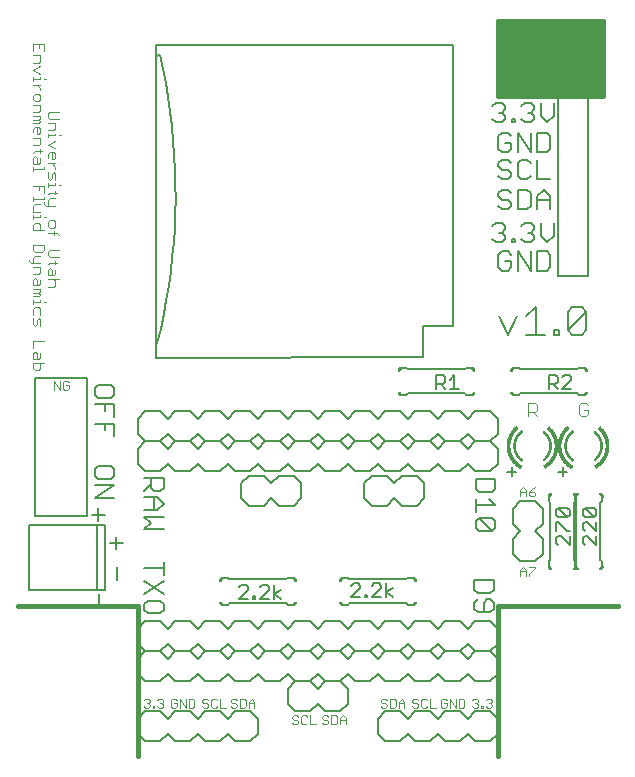
<source format=gto>
G75*
%MOIN*%
%OFA0B0*%
%FSLAX25Y25*%
%IPPOS*%
%LPD*%
%AMOC8*
5,1,8,0,0,1.08239X$1,22.5*
%
%ADD10C,0.01600*%
%ADD11C,0.00600*%
%ADD12C,0.00300*%
%ADD13C,0.00400*%
%ADD14C,0.00800*%
%ADD15C,0.00500*%
%ADD16C,0.00060*%
%ADD17C,0.00100*%
D10*
X0003833Y0054867D02*
X0043833Y0054867D01*
X0043833Y0004867D01*
X0163833Y0004867D02*
X0163833Y0054867D01*
X0203833Y0054867D01*
X0198833Y0224867D02*
X0163833Y0224867D01*
X0163833Y0249867D01*
X0198833Y0249867D01*
X0198833Y0224867D01*
X0198833Y0225461D02*
X0163833Y0225461D01*
X0163833Y0227060D02*
X0198833Y0227060D01*
X0198833Y0228658D02*
X0163833Y0228658D01*
X0163833Y0230257D02*
X0198833Y0230257D01*
X0198833Y0231855D02*
X0163833Y0231855D01*
X0163833Y0233454D02*
X0198833Y0233454D01*
X0198833Y0235052D02*
X0163833Y0235052D01*
X0163833Y0236651D02*
X0198833Y0236651D01*
X0198833Y0238249D02*
X0163833Y0238249D01*
X0163833Y0239848D02*
X0198833Y0239848D01*
X0198833Y0241446D02*
X0163833Y0241446D01*
X0163833Y0243045D02*
X0198833Y0243045D01*
X0198833Y0244643D02*
X0163833Y0244643D01*
X0163833Y0246242D02*
X0198833Y0246242D01*
X0198833Y0247840D02*
X0163833Y0247840D01*
X0163833Y0249439D02*
X0198833Y0249439D01*
D11*
X0182517Y0222572D02*
X0182517Y0218302D01*
X0180382Y0216167D01*
X0178247Y0218302D01*
X0178247Y0222572D01*
X0176072Y0221505D02*
X0176072Y0220437D01*
X0175004Y0219369D01*
X0176072Y0218302D01*
X0176072Y0217234D01*
X0175004Y0216167D01*
X0172869Y0216167D01*
X0171802Y0217234D01*
X0169646Y0217234D02*
X0169646Y0216167D01*
X0168579Y0216167D01*
X0168579Y0217234D01*
X0169646Y0217234D01*
X0166404Y0217234D02*
X0166404Y0218302D01*
X0165336Y0219369D01*
X0164268Y0219369D01*
X0165336Y0219369D02*
X0166404Y0220437D01*
X0166404Y0221505D01*
X0165336Y0222572D01*
X0163201Y0222572D01*
X0162133Y0221505D01*
X0162133Y0217234D02*
X0163201Y0216167D01*
X0165336Y0216167D01*
X0166404Y0217234D01*
X0167336Y0212572D02*
X0165201Y0212572D01*
X0164133Y0211505D01*
X0164133Y0207234D01*
X0165201Y0206167D01*
X0167336Y0206167D01*
X0168404Y0207234D01*
X0168404Y0209369D01*
X0166268Y0209369D01*
X0168404Y0211505D02*
X0167336Y0212572D01*
X0170579Y0212572D02*
X0170579Y0206167D01*
X0171646Y0203572D02*
X0170579Y0202505D01*
X0170579Y0198234D01*
X0171646Y0197167D01*
X0173782Y0197167D01*
X0174849Y0198234D01*
X0177024Y0197167D02*
X0181295Y0197167D01*
X0179159Y0193572D02*
X0181295Y0191437D01*
X0181295Y0187167D01*
X0181295Y0190369D02*
X0177024Y0190369D01*
X0177024Y0191437D02*
X0179159Y0193572D01*
X0177024Y0191437D02*
X0177024Y0187167D01*
X0174849Y0188234D02*
X0174849Y0192505D01*
X0173782Y0193572D01*
X0170579Y0193572D01*
X0170579Y0187167D01*
X0173782Y0187167D01*
X0174849Y0188234D01*
X0175004Y0182572D02*
X0172869Y0182572D01*
X0171802Y0181505D01*
X0173937Y0179369D02*
X0175004Y0179369D01*
X0176072Y0178302D01*
X0176072Y0177234D01*
X0175004Y0176167D01*
X0172869Y0176167D01*
X0171802Y0177234D01*
X0169646Y0177234D02*
X0169646Y0176167D01*
X0168579Y0176167D01*
X0168579Y0177234D01*
X0169646Y0177234D01*
X0166404Y0177234D02*
X0166404Y0178302D01*
X0165336Y0179369D01*
X0164268Y0179369D01*
X0165336Y0179369D02*
X0166404Y0180437D01*
X0166404Y0181505D01*
X0165336Y0182572D01*
X0163201Y0182572D01*
X0162133Y0181505D01*
X0162133Y0177234D02*
X0163201Y0176167D01*
X0165336Y0176167D01*
X0166404Y0177234D01*
X0167336Y0173072D02*
X0165201Y0173072D01*
X0164133Y0172005D01*
X0164133Y0167734D01*
X0165201Y0166667D01*
X0167336Y0166667D01*
X0168404Y0167734D01*
X0168404Y0169869D01*
X0166268Y0169869D01*
X0168404Y0172005D02*
X0167336Y0173072D01*
X0170579Y0173072D02*
X0174849Y0166667D01*
X0174849Y0173072D01*
X0177024Y0173072D02*
X0180227Y0173072D01*
X0181295Y0172005D01*
X0181295Y0167734D01*
X0180227Y0166667D01*
X0177024Y0166667D01*
X0177024Y0173072D01*
X0180382Y0176167D02*
X0178247Y0178302D01*
X0178247Y0182572D01*
X0176072Y0181505D02*
X0176072Y0180437D01*
X0175004Y0179369D01*
X0176072Y0181505D02*
X0175004Y0182572D01*
X0182517Y0182572D02*
X0182517Y0178302D01*
X0180382Y0176167D01*
X0170579Y0173072D02*
X0170579Y0166667D01*
X0167336Y0187167D02*
X0165201Y0187167D01*
X0164133Y0188234D01*
X0165201Y0190369D02*
X0164133Y0191437D01*
X0164133Y0192505D01*
X0165201Y0193572D01*
X0167336Y0193572D01*
X0168404Y0192505D01*
X0167336Y0190369D02*
X0168404Y0189302D01*
X0168404Y0188234D01*
X0167336Y0187167D01*
X0167336Y0190369D02*
X0165201Y0190369D01*
X0165201Y0197167D02*
X0164133Y0198234D01*
X0165201Y0197167D02*
X0167336Y0197167D01*
X0168404Y0198234D01*
X0168404Y0199302D01*
X0167336Y0200369D01*
X0165201Y0200369D01*
X0164133Y0201437D01*
X0164133Y0202505D01*
X0165201Y0203572D01*
X0167336Y0203572D01*
X0168404Y0202505D01*
X0171646Y0203572D02*
X0173782Y0203572D01*
X0174849Y0202505D01*
X0177024Y0203572D02*
X0177024Y0197167D01*
X0177024Y0206167D02*
X0180227Y0206167D01*
X0181295Y0207234D01*
X0181295Y0211505D01*
X0180227Y0212572D01*
X0177024Y0212572D01*
X0177024Y0206167D01*
X0174849Y0206167D02*
X0174849Y0212572D01*
X0170579Y0212572D02*
X0174849Y0206167D01*
X0175004Y0219369D02*
X0173937Y0219369D01*
X0176072Y0221505D02*
X0175004Y0222572D01*
X0172869Y0222572D01*
X0171802Y0221505D01*
X0170833Y0134367D02*
X0169333Y0134367D01*
X0170833Y0134367D02*
X0171333Y0133867D01*
X0190333Y0133867D01*
X0190833Y0134367D01*
X0192333Y0134367D01*
X0190333Y0125867D02*
X0171333Y0125867D01*
X0170833Y0125367D01*
X0169333Y0125367D01*
X0154833Y0125367D02*
X0153333Y0125367D01*
X0152833Y0125867D01*
X0133833Y0125867D01*
X0133333Y0125367D01*
X0131833Y0125367D01*
X0133833Y0133867D02*
X0152833Y0133867D01*
X0153333Y0134367D01*
X0154833Y0134367D01*
X0133833Y0133867D02*
X0133333Y0134367D01*
X0131833Y0134367D01*
X0156633Y0097067D02*
X0156633Y0093864D01*
X0157701Y0092796D01*
X0161971Y0092796D01*
X0163039Y0093864D01*
X0163039Y0097067D01*
X0156633Y0097067D01*
X0156633Y0090621D02*
X0156633Y0086351D01*
X0156633Y0088486D02*
X0163039Y0088486D01*
X0160904Y0090621D01*
X0161971Y0084176D02*
X0157701Y0084176D01*
X0161971Y0079905D01*
X0157701Y0079905D01*
X0156633Y0080973D01*
X0156633Y0083108D01*
X0157701Y0084176D01*
X0161971Y0084176D02*
X0163039Y0083108D01*
X0163039Y0080973D01*
X0161971Y0079905D01*
X0162539Y0063567D02*
X0156133Y0063567D01*
X0156133Y0060364D01*
X0157201Y0059296D01*
X0161471Y0059296D01*
X0162539Y0060364D01*
X0162539Y0063567D01*
X0161471Y0057121D02*
X0160404Y0057121D01*
X0159336Y0056054D01*
X0159336Y0052851D01*
X0157201Y0052851D02*
X0161471Y0052851D01*
X0162539Y0053918D01*
X0162539Y0056054D01*
X0161471Y0057121D01*
X0157201Y0057121D02*
X0156133Y0056054D01*
X0156133Y0053918D01*
X0157201Y0052851D01*
X0135333Y0055367D02*
X0133833Y0055367D01*
X0133333Y0055867D01*
X0114333Y0055867D01*
X0113833Y0055367D01*
X0112333Y0055367D01*
X0114333Y0063867D02*
X0133333Y0063867D01*
X0133833Y0064367D01*
X0135333Y0064367D01*
X0114333Y0063867D02*
X0113833Y0064367D01*
X0112333Y0064367D01*
X0095333Y0064367D02*
X0093833Y0064367D01*
X0093333Y0063867D01*
X0074333Y0063867D01*
X0073833Y0064367D01*
X0072333Y0064367D01*
X0074333Y0055867D02*
X0093333Y0055867D01*
X0093833Y0055367D01*
X0095333Y0055367D01*
X0074333Y0055867D02*
X0073833Y0055367D01*
X0072333Y0055367D01*
X0052539Y0055608D02*
X0051471Y0056676D01*
X0047201Y0056676D01*
X0046133Y0055608D01*
X0046133Y0053473D01*
X0047201Y0052405D01*
X0051471Y0052405D01*
X0052539Y0053473D01*
X0052539Y0055608D01*
X0052539Y0058851D02*
X0046133Y0063121D01*
X0046133Y0058851D02*
X0052539Y0063121D01*
X0052539Y0065296D02*
X0052539Y0069567D01*
X0052539Y0067432D02*
X0046133Y0067432D01*
X0046133Y0080405D02*
X0052539Y0080405D01*
X0052539Y0084676D02*
X0046133Y0084676D01*
X0048268Y0082541D01*
X0046133Y0080405D01*
X0046133Y0086851D02*
X0050404Y0086851D01*
X0052539Y0088986D01*
X0050404Y0091121D01*
X0046133Y0091121D01*
X0046133Y0093296D02*
X0048268Y0095432D01*
X0048268Y0094364D02*
X0048268Y0097567D01*
X0046133Y0097567D02*
X0052539Y0097567D01*
X0052539Y0094364D01*
X0051471Y0093296D01*
X0049336Y0093296D01*
X0048268Y0094364D01*
X0049336Y0091121D02*
X0049336Y0086851D01*
X0038904Y0075869D02*
X0034633Y0075869D01*
X0036768Y0073734D02*
X0036768Y0078005D01*
X0030768Y0083234D02*
X0030768Y0087505D01*
X0028633Y0085369D02*
X0032904Y0085369D01*
X0036039Y0090851D02*
X0029633Y0090851D01*
X0036039Y0095121D01*
X0029633Y0095121D01*
X0030701Y0097296D02*
X0029633Y0098364D01*
X0029633Y0100499D01*
X0030701Y0101567D01*
X0034971Y0101567D01*
X0036039Y0100499D01*
X0036039Y0098364D01*
X0034971Y0097296D01*
X0030701Y0097296D01*
X0036039Y0111405D02*
X0036039Y0115676D01*
X0029633Y0115676D01*
X0032836Y0115676D02*
X0032836Y0113541D01*
X0036039Y0117851D02*
X0036039Y0122121D01*
X0029633Y0122121D01*
X0030701Y0124296D02*
X0029633Y0125364D01*
X0029633Y0127499D01*
X0030701Y0128567D01*
X0034971Y0128567D01*
X0036039Y0127499D01*
X0036039Y0125364D01*
X0034971Y0124296D01*
X0030701Y0124296D01*
X0032836Y0122121D02*
X0032836Y0119986D01*
X0036831Y0067937D02*
X0036831Y0063667D01*
X0030831Y0058991D02*
X0030831Y0054721D01*
X0180833Y0068367D02*
X0180833Y0069867D01*
X0181333Y0070367D01*
X0181333Y0089367D01*
X0180833Y0089867D01*
X0180833Y0091367D01*
X0189333Y0089367D02*
X0189333Y0070367D01*
X0189833Y0069867D01*
X0189833Y0068367D01*
X0189633Y0068367D02*
X0189633Y0069867D01*
X0190133Y0070367D01*
X0190133Y0089367D01*
X0189633Y0089867D01*
X0189633Y0091367D01*
X0189833Y0091367D02*
X0189833Y0089867D01*
X0189333Y0089367D01*
X0198133Y0089367D02*
X0198133Y0070367D01*
X0198633Y0069867D01*
X0198633Y0068367D01*
X0198133Y0089367D02*
X0198633Y0089867D01*
X0198633Y0091367D01*
X0192333Y0125367D02*
X0190833Y0125367D01*
X0190333Y0125867D01*
D12*
X0176365Y0094419D02*
X0175397Y0093935D01*
X0174430Y0092968D01*
X0175881Y0092968D01*
X0176365Y0092484D01*
X0176365Y0092000D01*
X0175881Y0091517D01*
X0174914Y0091517D01*
X0174430Y0092000D01*
X0174430Y0092968D01*
X0173418Y0092968D02*
X0171483Y0092968D01*
X0171483Y0093452D02*
X0172451Y0094419D01*
X0173418Y0093452D01*
X0173418Y0091517D01*
X0171483Y0091517D02*
X0171483Y0093452D01*
X0172451Y0067919D02*
X0173418Y0066952D01*
X0173418Y0065017D01*
X0174430Y0065017D02*
X0174430Y0065500D01*
X0176365Y0067435D01*
X0176365Y0067919D01*
X0174430Y0067919D01*
X0173418Y0066468D02*
X0171483Y0066468D01*
X0171483Y0066952D02*
X0172451Y0067919D01*
X0171483Y0066952D02*
X0171483Y0065017D01*
X0161354Y0023919D02*
X0161838Y0023435D01*
X0161838Y0022952D01*
X0161354Y0022468D01*
X0161838Y0021984D01*
X0161838Y0021500D01*
X0161354Y0021017D01*
X0160387Y0021017D01*
X0159903Y0021500D01*
X0158914Y0021500D02*
X0158914Y0021017D01*
X0158430Y0021017D01*
X0158430Y0021500D01*
X0158914Y0021500D01*
X0157418Y0021500D02*
X0156935Y0021017D01*
X0155967Y0021017D01*
X0155483Y0021500D01*
X0156451Y0022468D02*
X0156935Y0022468D01*
X0157418Y0021984D01*
X0157418Y0021500D01*
X0156935Y0022468D02*
X0157418Y0022952D01*
X0157418Y0023435D01*
X0156935Y0023919D01*
X0155967Y0023919D01*
X0155483Y0023435D01*
X0152811Y0023435D02*
X0152328Y0023919D01*
X0150876Y0023919D01*
X0150876Y0021017D01*
X0152328Y0021017D01*
X0152811Y0021500D01*
X0152811Y0023435D01*
X0149865Y0023919D02*
X0149865Y0021017D01*
X0147930Y0023919D01*
X0147930Y0021017D01*
X0146918Y0021500D02*
X0146918Y0022468D01*
X0145951Y0022468D01*
X0146918Y0023435D02*
X0146435Y0023919D01*
X0145467Y0023919D01*
X0144983Y0023435D01*
X0144983Y0021500D01*
X0145467Y0021017D01*
X0146435Y0021017D01*
X0146918Y0021500D01*
X0143311Y0021017D02*
X0141376Y0021017D01*
X0141376Y0023919D01*
X0140365Y0023435D02*
X0139881Y0023919D01*
X0138914Y0023919D01*
X0138430Y0023435D01*
X0138430Y0021500D01*
X0138914Y0021017D01*
X0139881Y0021017D01*
X0140365Y0021500D01*
X0137418Y0021500D02*
X0136935Y0021017D01*
X0135967Y0021017D01*
X0135483Y0021500D01*
X0135967Y0022468D02*
X0136935Y0022468D01*
X0137418Y0021984D01*
X0137418Y0021500D01*
X0135967Y0022468D02*
X0135483Y0022952D01*
X0135483Y0023435D01*
X0135967Y0023919D01*
X0136935Y0023919D01*
X0137418Y0023435D01*
X0132811Y0022952D02*
X0132811Y0021017D01*
X0132811Y0022468D02*
X0130876Y0022468D01*
X0130876Y0022952D02*
X0131844Y0023919D01*
X0132811Y0022952D01*
X0130876Y0022952D02*
X0130876Y0021017D01*
X0129865Y0021500D02*
X0129865Y0023435D01*
X0129381Y0023919D01*
X0127930Y0023919D01*
X0127930Y0021017D01*
X0129381Y0021017D01*
X0129865Y0021500D01*
X0126918Y0021500D02*
X0126435Y0021017D01*
X0125467Y0021017D01*
X0124983Y0021500D01*
X0125467Y0022468D02*
X0124983Y0022952D01*
X0124983Y0023435D01*
X0125467Y0023919D01*
X0126435Y0023919D01*
X0126918Y0023435D01*
X0126435Y0022468D02*
X0126918Y0021984D01*
X0126918Y0021500D01*
X0126435Y0022468D02*
X0125467Y0022468D01*
X0113311Y0017452D02*
X0113311Y0015517D01*
X0113311Y0016968D02*
X0111376Y0016968D01*
X0111376Y0017452D02*
X0112344Y0018419D01*
X0113311Y0017452D01*
X0111376Y0017452D02*
X0111376Y0015517D01*
X0110365Y0016000D02*
X0110365Y0017935D01*
X0109881Y0018419D01*
X0108430Y0018419D01*
X0108430Y0015517D01*
X0109881Y0015517D01*
X0110365Y0016000D01*
X0107418Y0016000D02*
X0106935Y0015517D01*
X0105967Y0015517D01*
X0105483Y0016000D01*
X0105967Y0016968D02*
X0106935Y0016968D01*
X0107418Y0016484D01*
X0107418Y0016000D01*
X0105967Y0016968D02*
X0105483Y0017452D01*
X0105483Y0017935D01*
X0105967Y0018419D01*
X0106935Y0018419D01*
X0107418Y0017935D01*
X0103311Y0015517D02*
X0101376Y0015517D01*
X0101376Y0018419D01*
X0100365Y0017935D02*
X0099881Y0018419D01*
X0098914Y0018419D01*
X0098430Y0017935D01*
X0098430Y0016000D01*
X0098914Y0015517D01*
X0099881Y0015517D01*
X0100365Y0016000D01*
X0097418Y0016000D02*
X0096935Y0015517D01*
X0095967Y0015517D01*
X0095483Y0016000D01*
X0095967Y0016968D02*
X0096935Y0016968D01*
X0097418Y0016484D01*
X0097418Y0016000D01*
X0095967Y0016968D02*
X0095483Y0017452D01*
X0095483Y0017935D01*
X0095967Y0018419D01*
X0096935Y0018419D01*
X0097418Y0017935D01*
X0082811Y0021017D02*
X0082811Y0022952D01*
X0081844Y0023919D01*
X0080876Y0022952D01*
X0080876Y0021017D01*
X0079865Y0021500D02*
X0079865Y0023435D01*
X0079381Y0023919D01*
X0077930Y0023919D01*
X0077930Y0021017D01*
X0079381Y0021017D01*
X0079865Y0021500D01*
X0080876Y0022468D02*
X0082811Y0022468D01*
X0076918Y0021984D02*
X0076918Y0021500D01*
X0076435Y0021017D01*
X0075467Y0021017D01*
X0074983Y0021500D01*
X0075467Y0022468D02*
X0076435Y0022468D01*
X0076918Y0021984D01*
X0076918Y0023435D02*
X0076435Y0023919D01*
X0075467Y0023919D01*
X0074983Y0023435D01*
X0074983Y0022952D01*
X0075467Y0022468D01*
X0073311Y0021017D02*
X0071376Y0021017D01*
X0071376Y0023919D01*
X0070365Y0023435D02*
X0069881Y0023919D01*
X0068914Y0023919D01*
X0068430Y0023435D01*
X0068430Y0021500D01*
X0068914Y0021017D01*
X0069881Y0021017D01*
X0070365Y0021500D01*
X0067418Y0021500D02*
X0066935Y0021017D01*
X0065967Y0021017D01*
X0065483Y0021500D01*
X0065967Y0022468D02*
X0066935Y0022468D01*
X0067418Y0021984D01*
X0067418Y0021500D01*
X0065967Y0022468D02*
X0065483Y0022952D01*
X0065483Y0023435D01*
X0065967Y0023919D01*
X0066935Y0023919D01*
X0067418Y0023435D01*
X0062811Y0023435D02*
X0062328Y0023919D01*
X0060876Y0023919D01*
X0060876Y0021017D01*
X0062328Y0021017D01*
X0062811Y0021500D01*
X0062811Y0023435D01*
X0059865Y0023919D02*
X0059865Y0021017D01*
X0057930Y0023919D01*
X0057930Y0021017D01*
X0056918Y0021500D02*
X0056918Y0022468D01*
X0055951Y0022468D01*
X0056918Y0023435D02*
X0056435Y0023919D01*
X0055467Y0023919D01*
X0054983Y0023435D01*
X0054983Y0021500D01*
X0055467Y0021017D01*
X0056435Y0021017D01*
X0056918Y0021500D01*
X0052338Y0021500D02*
X0051854Y0021017D01*
X0050887Y0021017D01*
X0050403Y0021500D01*
X0049414Y0021500D02*
X0049414Y0021017D01*
X0048930Y0021017D01*
X0048930Y0021500D01*
X0049414Y0021500D01*
X0047918Y0021500D02*
X0047435Y0021017D01*
X0046467Y0021017D01*
X0045983Y0021500D01*
X0046951Y0022468D02*
X0047435Y0022468D01*
X0047918Y0021984D01*
X0047918Y0021500D01*
X0047435Y0022468D02*
X0047918Y0022952D01*
X0047918Y0023435D01*
X0047435Y0023919D01*
X0046467Y0023919D01*
X0045983Y0023435D01*
X0050403Y0023435D02*
X0050887Y0023919D01*
X0051854Y0023919D01*
X0052338Y0023435D01*
X0052338Y0022952D01*
X0051854Y0022468D01*
X0052338Y0021984D01*
X0052338Y0021500D01*
X0051854Y0022468D02*
X0051371Y0022468D01*
X0020381Y0127017D02*
X0020865Y0127500D01*
X0020865Y0128468D01*
X0019897Y0128468D01*
X0018930Y0129435D02*
X0018930Y0127500D01*
X0019414Y0127017D01*
X0020381Y0127017D01*
X0017918Y0127017D02*
X0017918Y0129919D01*
X0018930Y0129435D02*
X0019414Y0129919D01*
X0020381Y0129919D01*
X0020865Y0129435D01*
X0017918Y0127017D02*
X0015983Y0129919D01*
X0015983Y0127017D01*
X0012686Y0136019D02*
X0008983Y0136019D01*
X0008983Y0134168D01*
X0009601Y0133551D01*
X0010835Y0133551D01*
X0011452Y0134168D01*
X0011452Y0136019D01*
X0010835Y0137234D02*
X0008983Y0137234D01*
X0008983Y0139085D01*
X0009601Y0139702D01*
X0010218Y0139085D01*
X0010218Y0137234D01*
X0010835Y0137234D02*
X0011452Y0137851D01*
X0011452Y0139085D01*
X0008983Y0140917D02*
X0008983Y0143386D01*
X0012686Y0143386D01*
X0011452Y0148283D02*
X0011452Y0150135D01*
X0010835Y0150752D01*
X0010218Y0150135D01*
X0010218Y0148900D01*
X0009601Y0148283D01*
X0008983Y0148900D01*
X0008983Y0150752D01*
X0008983Y0151966D02*
X0008983Y0153818D01*
X0009601Y0154435D01*
X0010835Y0154435D01*
X0011452Y0153818D01*
X0011452Y0151966D01*
X0011452Y0156273D02*
X0008983Y0156273D01*
X0008983Y0155656D02*
X0008983Y0156891D01*
X0008983Y0158105D02*
X0010835Y0158105D01*
X0011452Y0158722D01*
X0010835Y0159339D01*
X0008983Y0159339D01*
X0008983Y0160574D02*
X0011452Y0160574D01*
X0011452Y0159956D01*
X0010835Y0159339D01*
X0010835Y0161788D02*
X0008983Y0161788D01*
X0008983Y0163640D01*
X0009601Y0164257D01*
X0010218Y0163640D01*
X0010218Y0161788D01*
X0010835Y0161788D02*
X0011452Y0162405D01*
X0011452Y0163640D01*
X0010835Y0165471D02*
X0008983Y0165471D01*
X0010835Y0165471D02*
X0011452Y0166088D01*
X0011452Y0167940D01*
X0008983Y0167940D01*
X0008983Y0169154D02*
X0008983Y0171006D01*
X0009601Y0171623D01*
X0011452Y0171623D01*
X0012069Y0172837D02*
X0012686Y0173455D01*
X0012686Y0175306D01*
X0008983Y0175306D01*
X0008983Y0173455D01*
X0009601Y0172837D01*
X0012069Y0172837D01*
X0013983Y0173060D02*
X0013983Y0171826D01*
X0014601Y0171209D01*
X0017686Y0171209D01*
X0016452Y0169994D02*
X0016452Y0168760D01*
X0017069Y0169377D02*
X0014601Y0169377D01*
X0013983Y0168760D01*
X0014601Y0167539D02*
X0015218Y0166922D01*
X0015218Y0165070D01*
X0015835Y0165070D02*
X0013983Y0165070D01*
X0013983Y0166922D01*
X0014601Y0167539D01*
X0016452Y0166922D02*
X0016452Y0165687D01*
X0015835Y0165070D01*
X0015835Y0163856D02*
X0016452Y0163238D01*
X0016452Y0162004D01*
X0015835Y0161387D01*
X0013983Y0161387D01*
X0013983Y0163856D02*
X0017686Y0163856D01*
X0011452Y0169154D02*
X0008366Y0169154D01*
X0007749Y0169772D01*
X0007749Y0170389D01*
X0013983Y0173060D02*
X0014601Y0173677D01*
X0017686Y0173677D01*
X0017686Y0178582D02*
X0017069Y0179199D01*
X0013983Y0179199D01*
X0012686Y0180204D02*
X0008983Y0180204D01*
X0008983Y0182055D01*
X0009601Y0182673D01*
X0010835Y0182673D01*
X0011452Y0182055D01*
X0011452Y0180204D01*
X0013983Y0181648D02*
X0013983Y0182882D01*
X0014601Y0183499D01*
X0015835Y0183499D01*
X0016452Y0182882D01*
X0016452Y0181648D01*
X0015835Y0181030D01*
X0014601Y0181030D01*
X0013983Y0181648D01*
X0015835Y0179816D02*
X0015835Y0178582D01*
X0013304Y0184511D02*
X0012686Y0184511D01*
X0011452Y0184511D02*
X0008983Y0184511D01*
X0008983Y0185128D02*
X0008983Y0183894D01*
X0008983Y0186342D02*
X0011452Y0186342D01*
X0011452Y0185128D02*
X0011452Y0184511D01*
X0008983Y0186342D02*
X0008983Y0188194D01*
X0009601Y0188811D01*
X0011452Y0188811D01*
X0012749Y0189014D02*
X0012749Y0189631D01*
X0012749Y0189014D02*
X0013366Y0188397D01*
X0016452Y0188397D01*
X0016452Y0190865D02*
X0014601Y0190865D01*
X0013983Y0190248D01*
X0013983Y0188397D01*
X0012686Y0190649D02*
X0008983Y0190649D01*
X0008983Y0190032D02*
X0008983Y0191267D01*
X0010835Y0193715D02*
X0010835Y0194950D01*
X0012686Y0194950D02*
X0012686Y0192481D01*
X0012686Y0191267D02*
X0012686Y0190649D01*
X0013983Y0192086D02*
X0014601Y0192704D01*
X0017069Y0192704D01*
X0016452Y0193321D02*
X0016452Y0192086D01*
X0016452Y0195159D02*
X0013983Y0195159D01*
X0013983Y0195776D02*
X0013983Y0194542D01*
X0012686Y0194950D02*
X0008983Y0194950D01*
X0008983Y0199854D02*
X0008983Y0201088D01*
X0008983Y0200471D02*
X0012686Y0200471D01*
X0012686Y0201088D01*
X0013983Y0202529D02*
X0016452Y0202529D01*
X0015218Y0202529D02*
X0016452Y0201294D01*
X0016452Y0200677D01*
X0015835Y0199459D02*
X0016452Y0198842D01*
X0016452Y0196991D01*
X0016452Y0195776D02*
X0016452Y0195159D01*
X0017686Y0195159D02*
X0018304Y0195159D01*
X0015218Y0197608D02*
X0015218Y0198842D01*
X0015835Y0199459D01*
X0013983Y0199459D02*
X0013983Y0197608D01*
X0014601Y0196991D01*
X0015218Y0197608D01*
X0015218Y0203743D02*
X0015218Y0206212D01*
X0014601Y0206212D02*
X0015835Y0206212D01*
X0016452Y0205595D01*
X0016452Y0204360D01*
X0015835Y0203743D01*
X0015218Y0203743D01*
X0013983Y0204360D02*
X0013983Y0205595D01*
X0014601Y0206212D01*
X0016452Y0207426D02*
X0013983Y0208661D01*
X0016452Y0209895D01*
X0016452Y0211733D02*
X0013983Y0211733D01*
X0013983Y0212350D02*
X0013983Y0211116D01*
X0013983Y0213565D02*
X0015835Y0213565D01*
X0016452Y0214182D01*
X0016452Y0216034D01*
X0013983Y0216034D01*
X0014601Y0217248D02*
X0017686Y0217248D01*
X0017686Y0219717D02*
X0014601Y0219717D01*
X0013983Y0219099D01*
X0013983Y0217865D01*
X0014601Y0217248D01*
X0011452Y0217659D02*
X0011452Y0218276D01*
X0008983Y0218276D01*
X0008983Y0219491D02*
X0010835Y0219491D01*
X0011452Y0220108D01*
X0011452Y0221959D01*
X0008983Y0221959D01*
X0009601Y0223174D02*
X0008983Y0223791D01*
X0008983Y0225025D01*
X0009601Y0225643D01*
X0010835Y0225643D01*
X0011452Y0225025D01*
X0011452Y0223791D01*
X0010835Y0223174D01*
X0009601Y0223174D01*
X0011452Y0226860D02*
X0011452Y0227477D01*
X0010218Y0228712D01*
X0011452Y0228712D02*
X0008983Y0228712D01*
X0008983Y0229933D02*
X0008983Y0231167D01*
X0008983Y0230550D02*
X0011452Y0230550D01*
X0011452Y0231167D01*
X0011452Y0232382D02*
X0008983Y0233616D01*
X0011452Y0234850D01*
X0010835Y0236065D02*
X0008983Y0236065D01*
X0010835Y0236065D02*
X0011452Y0236682D01*
X0011452Y0238534D01*
X0008983Y0238534D01*
X0008983Y0239748D02*
X0008983Y0242217D01*
X0012686Y0242217D01*
X0012686Y0239748D01*
X0010835Y0240982D02*
X0010835Y0242217D01*
X0012686Y0230550D02*
X0013304Y0230550D01*
X0011452Y0217659D02*
X0010835Y0217042D01*
X0011452Y0216425D01*
X0010835Y0215807D01*
X0008983Y0215807D01*
X0008983Y0217042D02*
X0010835Y0217042D01*
X0010835Y0214593D02*
X0011452Y0213976D01*
X0011452Y0212742D01*
X0010835Y0212124D01*
X0010218Y0212124D01*
X0010218Y0214593D01*
X0009601Y0214593D02*
X0010835Y0214593D01*
X0009601Y0214593D02*
X0008983Y0213976D01*
X0008983Y0212742D01*
X0008983Y0210910D02*
X0011452Y0210910D01*
X0011452Y0209058D01*
X0010835Y0208441D01*
X0008983Y0208441D01*
X0009601Y0206610D02*
X0008983Y0205992D01*
X0009601Y0206610D02*
X0012069Y0206610D01*
X0011452Y0207227D02*
X0011452Y0205992D01*
X0011452Y0204154D02*
X0011452Y0202920D01*
X0010835Y0202303D01*
X0008983Y0202303D01*
X0008983Y0204154D01*
X0009601Y0204771D01*
X0010218Y0204154D01*
X0010218Y0202303D01*
X0016452Y0211733D02*
X0016452Y0212350D01*
X0017686Y0211733D02*
X0018304Y0211733D01*
X0011452Y0156891D02*
X0011452Y0156273D01*
X0012686Y0156273D02*
X0013304Y0156273D01*
X0159903Y0023435D02*
X0160387Y0023919D01*
X0161354Y0023919D01*
X0161354Y0022468D02*
X0160871Y0022468D01*
D13*
X0174033Y0118067D02*
X0174033Y0122671D01*
X0176335Y0122671D01*
X0177103Y0121903D01*
X0177103Y0120369D01*
X0176335Y0119601D01*
X0174033Y0119601D01*
X0175568Y0119601D02*
X0177103Y0118067D01*
X0191033Y0118834D02*
X0191801Y0118067D01*
X0193335Y0118067D01*
X0194103Y0118834D01*
X0194103Y0120369D01*
X0192568Y0120369D01*
X0194103Y0121903D02*
X0193335Y0122671D01*
X0191801Y0122671D01*
X0191033Y0121903D01*
X0191033Y0118834D01*
D14*
X0191857Y0145267D02*
X0188788Y0145267D01*
X0187253Y0146801D01*
X0193392Y0152940D01*
X0193392Y0146801D01*
X0191857Y0145267D01*
X0187253Y0146801D02*
X0187253Y0152940D01*
X0188788Y0154475D01*
X0191857Y0154475D01*
X0193392Y0152940D01*
X0193833Y0164867D02*
X0193833Y0224867D01*
X0183833Y0224867D01*
X0183833Y0164867D01*
X0193833Y0164867D01*
X0184184Y0146801D02*
X0182649Y0146801D01*
X0182649Y0145267D01*
X0184184Y0145267D01*
X0184184Y0146801D01*
X0179580Y0145267D02*
X0173441Y0145267D01*
X0176510Y0145267D02*
X0176510Y0154475D01*
X0173441Y0151405D01*
X0170372Y0151405D02*
X0167303Y0145267D01*
X0164233Y0151405D01*
X0161333Y0119867D02*
X0156333Y0119867D01*
X0153833Y0117367D01*
X0151333Y0119867D01*
X0146333Y0119867D01*
X0143833Y0117367D01*
X0141333Y0119867D01*
X0136333Y0119867D01*
X0133833Y0117367D01*
X0131333Y0119867D01*
X0126333Y0119867D01*
X0123833Y0117367D01*
X0121333Y0119867D01*
X0116333Y0119867D01*
X0113833Y0117367D01*
X0111333Y0119867D01*
X0106333Y0119867D01*
X0103833Y0117367D01*
X0101333Y0119867D01*
X0096333Y0119867D01*
X0093833Y0117367D01*
X0091333Y0119867D01*
X0086333Y0119867D01*
X0083833Y0117367D01*
X0081333Y0119867D01*
X0076333Y0119867D01*
X0073833Y0117367D01*
X0071333Y0119867D01*
X0066333Y0119867D01*
X0063833Y0117367D01*
X0061333Y0119867D01*
X0056333Y0119867D01*
X0053833Y0117367D01*
X0051333Y0119867D01*
X0046333Y0119867D01*
X0043833Y0117367D01*
X0043833Y0112367D01*
X0046333Y0109867D01*
X0051333Y0109867D01*
X0053833Y0112367D01*
X0056333Y0109867D01*
X0061333Y0109867D01*
X0063833Y0112367D01*
X0066333Y0109867D01*
X0071333Y0109867D01*
X0073833Y0112367D01*
X0076333Y0109867D01*
X0081333Y0109867D01*
X0083833Y0112367D01*
X0086333Y0109867D01*
X0091333Y0109867D01*
X0093833Y0112367D01*
X0096333Y0109867D01*
X0101333Y0109867D01*
X0103833Y0112367D01*
X0106333Y0109867D01*
X0111333Y0109867D01*
X0113833Y0112367D01*
X0116333Y0109867D01*
X0121333Y0109867D01*
X0123833Y0112367D01*
X0126333Y0109867D01*
X0131333Y0109867D01*
X0133833Y0112367D01*
X0136333Y0109867D01*
X0141333Y0109867D01*
X0143833Y0112367D01*
X0146333Y0109867D01*
X0151333Y0109867D01*
X0153833Y0112367D01*
X0156333Y0109867D01*
X0161333Y0109867D01*
X0163833Y0112367D01*
X0163833Y0117367D01*
X0161333Y0119867D01*
X0161333Y0109867D02*
X0156333Y0109867D01*
X0153833Y0107367D01*
X0151333Y0109867D01*
X0146333Y0109867D01*
X0143833Y0107367D01*
X0141333Y0109867D01*
X0136333Y0109867D01*
X0133833Y0107367D01*
X0131333Y0109867D01*
X0126333Y0109867D01*
X0123833Y0107367D01*
X0121333Y0109867D01*
X0116333Y0109867D01*
X0113833Y0107367D01*
X0111333Y0109867D01*
X0106333Y0109867D01*
X0103833Y0107367D01*
X0101333Y0109867D01*
X0096333Y0109867D01*
X0093833Y0107367D01*
X0091333Y0109867D01*
X0086333Y0109867D01*
X0083833Y0107367D01*
X0081333Y0109867D01*
X0076333Y0109867D01*
X0073833Y0107367D01*
X0071333Y0109867D01*
X0066333Y0109867D01*
X0063833Y0107367D01*
X0061333Y0109867D01*
X0056333Y0109867D01*
X0053833Y0107367D01*
X0051333Y0109867D01*
X0046333Y0109867D01*
X0043833Y0107367D01*
X0043833Y0102367D01*
X0046333Y0099867D01*
X0051333Y0099867D01*
X0053833Y0102367D01*
X0056333Y0099867D01*
X0061333Y0099867D01*
X0063833Y0102367D01*
X0066333Y0099867D01*
X0071333Y0099867D01*
X0073833Y0102367D01*
X0076333Y0099867D01*
X0081333Y0099867D01*
X0083833Y0102367D01*
X0086333Y0099867D01*
X0091333Y0099867D01*
X0093833Y0102367D01*
X0096333Y0099867D01*
X0101333Y0099867D01*
X0103833Y0102367D01*
X0106333Y0099867D01*
X0111333Y0099867D01*
X0113833Y0102367D01*
X0116333Y0099867D01*
X0121333Y0099867D01*
X0123833Y0102367D01*
X0126333Y0099867D01*
X0131333Y0099867D01*
X0133833Y0102367D01*
X0136333Y0099867D01*
X0141333Y0099867D01*
X0143833Y0102367D01*
X0146333Y0099867D01*
X0151333Y0099867D01*
X0153833Y0102367D01*
X0156333Y0099867D01*
X0161333Y0099867D01*
X0163833Y0102367D01*
X0163833Y0107367D01*
X0161333Y0109867D01*
X0171333Y0089867D02*
X0168833Y0087367D01*
X0168833Y0082367D01*
X0171333Y0079867D01*
X0168833Y0077367D01*
X0168833Y0072367D01*
X0171333Y0069867D01*
X0176333Y0069867D01*
X0178833Y0072367D01*
X0178833Y0077367D01*
X0176333Y0079867D01*
X0178833Y0082367D01*
X0178833Y0087367D01*
X0176333Y0089867D01*
X0171333Y0089867D01*
X0161333Y0049867D02*
X0156333Y0049867D01*
X0153833Y0047367D01*
X0151333Y0049867D01*
X0146333Y0049867D01*
X0143833Y0047367D01*
X0141333Y0049867D01*
X0136333Y0049867D01*
X0133833Y0047367D01*
X0131333Y0049867D01*
X0126333Y0049867D01*
X0123833Y0047367D01*
X0121333Y0049867D01*
X0116333Y0049867D01*
X0113833Y0047367D01*
X0111333Y0049867D01*
X0106333Y0049867D01*
X0103833Y0047367D01*
X0101333Y0049867D01*
X0096333Y0049867D01*
X0093833Y0047367D01*
X0091333Y0049867D01*
X0086333Y0049867D01*
X0083833Y0047367D01*
X0081333Y0049867D01*
X0076333Y0049867D01*
X0073833Y0047367D01*
X0071333Y0049867D01*
X0066333Y0049867D01*
X0063833Y0047367D01*
X0061333Y0049867D01*
X0056333Y0049867D01*
X0053833Y0047367D01*
X0051333Y0049867D01*
X0046333Y0049867D01*
X0043833Y0047367D01*
X0043833Y0042367D01*
X0046333Y0039867D01*
X0043833Y0037367D01*
X0043833Y0032367D01*
X0046333Y0029867D01*
X0051333Y0029867D01*
X0053833Y0032367D01*
X0056333Y0029867D01*
X0061333Y0029867D01*
X0063833Y0032367D01*
X0066333Y0029867D01*
X0071333Y0029867D01*
X0073833Y0032367D01*
X0076333Y0029867D01*
X0081333Y0029867D01*
X0083833Y0032367D01*
X0086333Y0029867D01*
X0091333Y0029867D01*
X0093833Y0032367D01*
X0096333Y0029867D01*
X0101333Y0029867D01*
X0103833Y0032367D01*
X0106333Y0029867D01*
X0111333Y0029867D01*
X0113833Y0032367D01*
X0116333Y0029867D01*
X0121333Y0029867D01*
X0123833Y0032367D01*
X0126333Y0029867D01*
X0131333Y0029867D01*
X0133833Y0032367D01*
X0136333Y0029867D01*
X0141333Y0029867D01*
X0143833Y0032367D01*
X0146333Y0029867D01*
X0151333Y0029867D01*
X0153833Y0032367D01*
X0156333Y0029867D01*
X0161333Y0029867D01*
X0163833Y0032367D01*
X0163833Y0037367D01*
X0161333Y0039867D01*
X0156333Y0039867D01*
X0153833Y0037367D01*
X0151333Y0039867D01*
X0146333Y0039867D01*
X0143833Y0037367D01*
X0141333Y0039867D01*
X0136333Y0039867D01*
X0133833Y0037367D01*
X0131333Y0039867D01*
X0126333Y0039867D01*
X0123833Y0037367D01*
X0121333Y0039867D01*
X0116333Y0039867D01*
X0113833Y0037367D01*
X0111333Y0039867D01*
X0106333Y0039867D01*
X0103833Y0037367D01*
X0101333Y0039867D01*
X0096333Y0039867D01*
X0093833Y0037367D01*
X0091333Y0039867D01*
X0086333Y0039867D01*
X0083833Y0037367D01*
X0081333Y0039867D01*
X0076333Y0039867D01*
X0073833Y0037367D01*
X0071333Y0039867D01*
X0066333Y0039867D01*
X0063833Y0037367D01*
X0061333Y0039867D01*
X0056333Y0039867D01*
X0053833Y0037367D01*
X0051333Y0039867D01*
X0046333Y0039867D01*
X0051333Y0039867D01*
X0053833Y0042367D01*
X0056333Y0039867D01*
X0061333Y0039867D01*
X0063833Y0042367D01*
X0066333Y0039867D01*
X0071333Y0039867D01*
X0073833Y0042367D01*
X0076333Y0039867D01*
X0081333Y0039867D01*
X0083833Y0042367D01*
X0086333Y0039867D01*
X0091333Y0039867D01*
X0093833Y0042367D01*
X0096333Y0039867D01*
X0101333Y0039867D01*
X0103833Y0042367D01*
X0106333Y0039867D01*
X0111333Y0039867D01*
X0113833Y0042367D01*
X0116333Y0039867D01*
X0121333Y0039867D01*
X0123833Y0042367D01*
X0126333Y0039867D01*
X0131333Y0039867D01*
X0133833Y0042367D01*
X0136333Y0039867D01*
X0141333Y0039867D01*
X0143833Y0042367D01*
X0146333Y0039867D01*
X0151333Y0039867D01*
X0153833Y0042367D01*
X0156333Y0039867D01*
X0161333Y0039867D01*
X0163833Y0042367D01*
X0163833Y0047367D01*
X0161333Y0049867D01*
X0161333Y0019867D02*
X0156333Y0019867D01*
X0153833Y0017367D01*
X0151333Y0019867D01*
X0146333Y0019867D01*
X0143833Y0017367D01*
X0141333Y0019867D01*
X0136333Y0019867D01*
X0133833Y0017367D01*
X0131333Y0019867D01*
X0126333Y0019867D01*
X0123833Y0017367D01*
X0123833Y0012367D01*
X0126333Y0009867D01*
X0131333Y0009867D01*
X0133833Y0012367D01*
X0136333Y0009867D01*
X0141333Y0009867D01*
X0143833Y0012367D01*
X0146333Y0009867D01*
X0151333Y0009867D01*
X0153833Y0012367D01*
X0156333Y0009867D01*
X0161333Y0009867D01*
X0163833Y0012367D01*
X0163833Y0017367D01*
X0161333Y0019867D01*
X0136833Y0088367D02*
X0131833Y0088367D01*
X0129333Y0090867D01*
X0126833Y0088367D01*
X0121833Y0088367D01*
X0119333Y0090867D01*
X0119333Y0095867D01*
X0121833Y0098367D01*
X0126833Y0098367D01*
X0129333Y0095867D01*
X0131833Y0098367D01*
X0136833Y0098367D01*
X0139333Y0095867D01*
X0139333Y0090867D01*
X0136833Y0088367D01*
X0098333Y0090867D02*
X0098333Y0095867D01*
X0095833Y0098367D01*
X0090833Y0098367D01*
X0088333Y0095867D01*
X0085833Y0098367D01*
X0080833Y0098367D01*
X0078333Y0095867D01*
X0078333Y0090867D01*
X0080833Y0088367D01*
X0085833Y0088367D01*
X0088333Y0090867D01*
X0090833Y0088367D01*
X0095833Y0088367D01*
X0098333Y0090867D01*
X0096333Y0029867D02*
X0093833Y0027367D01*
X0093833Y0022367D01*
X0096333Y0019867D01*
X0101333Y0019867D01*
X0103833Y0022367D01*
X0106333Y0019867D01*
X0111333Y0019867D01*
X0113833Y0022367D01*
X0113833Y0027367D01*
X0111333Y0029867D01*
X0106333Y0029867D01*
X0103833Y0027367D01*
X0101333Y0029867D01*
X0096333Y0029867D01*
X0083833Y0017367D02*
X0083833Y0012367D01*
X0081333Y0009867D01*
X0076333Y0009867D01*
X0073833Y0012367D01*
X0071333Y0009867D01*
X0066333Y0009867D01*
X0063833Y0012367D01*
X0061333Y0009867D01*
X0056333Y0009867D01*
X0053833Y0012367D01*
X0051333Y0009867D01*
X0046333Y0009867D01*
X0043833Y0012367D01*
X0043833Y0017367D01*
X0046333Y0019867D01*
X0051333Y0019867D01*
X0053833Y0017367D01*
X0056333Y0019867D01*
X0061333Y0019867D01*
X0063833Y0017367D01*
X0066333Y0019867D01*
X0071333Y0019867D01*
X0073833Y0017367D01*
X0076333Y0019867D01*
X0081333Y0019867D01*
X0083833Y0017367D01*
X0026896Y0084973D02*
X0026896Y0130760D01*
X0009770Y0130760D01*
X0009770Y0084973D01*
X0026896Y0084973D01*
D15*
X0030176Y0081772D02*
X0030176Y0060119D01*
X0007538Y0060119D01*
X0007538Y0081772D01*
X0030176Y0081772D01*
X0033129Y0081772D01*
X0033129Y0060119D01*
X0030176Y0060119D01*
X0077737Y0061070D02*
X0078488Y0061820D01*
X0079989Y0061820D01*
X0080739Y0061070D01*
X0080739Y0060319D01*
X0077737Y0057317D01*
X0080739Y0057317D01*
X0082341Y0057317D02*
X0083091Y0057317D01*
X0083091Y0058067D01*
X0082341Y0058067D01*
X0082341Y0057317D01*
X0084643Y0057317D02*
X0087645Y0060319D01*
X0087645Y0061070D01*
X0086895Y0061820D01*
X0085393Y0061820D01*
X0084643Y0061070D01*
X0084643Y0057317D02*
X0087645Y0057317D01*
X0089247Y0057317D02*
X0089247Y0061820D01*
X0091499Y0060319D02*
X0089247Y0058818D01*
X0091499Y0057317D01*
X0115083Y0057917D02*
X0118086Y0060919D01*
X0118086Y0061670D01*
X0117335Y0062420D01*
X0115834Y0062420D01*
X0115083Y0061670D01*
X0115083Y0057917D02*
X0118086Y0057917D01*
X0119687Y0057917D02*
X0120438Y0057917D01*
X0120438Y0058667D01*
X0119687Y0058667D01*
X0119687Y0057917D01*
X0121989Y0057917D02*
X0124992Y0060919D01*
X0124992Y0061670D01*
X0124241Y0062420D01*
X0122740Y0062420D01*
X0121989Y0061670D01*
X0121989Y0057917D02*
X0124992Y0057917D01*
X0126593Y0057917D02*
X0126593Y0062420D01*
X0128845Y0060919D02*
X0126593Y0059418D01*
X0128845Y0057917D01*
X0167033Y0099567D02*
X0170133Y0099567D01*
X0168533Y0098167D02*
X0168533Y0101067D01*
X0184033Y0099567D02*
X0187133Y0099567D01*
X0185533Y0098167D02*
X0185533Y0101067D01*
X0184130Y0087515D02*
X0187133Y0084513D01*
X0187883Y0085263D01*
X0187883Y0086765D01*
X0187133Y0087515D01*
X0184130Y0087515D01*
X0183379Y0086765D01*
X0183379Y0085263D01*
X0184130Y0084513D01*
X0187133Y0084513D01*
X0184130Y0082911D02*
X0187133Y0079909D01*
X0187883Y0079909D01*
X0187883Y0078307D02*
X0187883Y0075305D01*
X0184881Y0078307D01*
X0184130Y0078307D01*
X0183379Y0077557D01*
X0183379Y0076055D01*
X0184130Y0075305D01*
X0183379Y0079909D02*
X0183379Y0082911D01*
X0184130Y0082911D01*
X0192179Y0082161D02*
X0192179Y0080659D01*
X0192930Y0079909D01*
X0192930Y0078307D02*
X0192179Y0077557D01*
X0192179Y0076055D01*
X0192930Y0075305D01*
X0192930Y0078307D02*
X0193681Y0078307D01*
X0196683Y0075305D01*
X0196683Y0078307D01*
X0196683Y0079909D02*
X0193681Y0082911D01*
X0192930Y0082911D01*
X0192179Y0082161D01*
X0192930Y0084513D02*
X0192179Y0085263D01*
X0192179Y0086765D01*
X0192930Y0087515D01*
X0195933Y0084513D01*
X0196683Y0085263D01*
X0196683Y0086765D01*
X0195933Y0087515D01*
X0192930Y0087515D01*
X0192930Y0084513D02*
X0195933Y0084513D01*
X0196683Y0082911D02*
X0196683Y0079909D01*
X0188482Y0127317D02*
X0185479Y0127317D01*
X0188482Y0130319D01*
X0188482Y0131070D01*
X0187731Y0131820D01*
X0186230Y0131820D01*
X0185479Y0131070D01*
X0183878Y0131070D02*
X0183878Y0129569D01*
X0183127Y0128818D01*
X0180875Y0128818D01*
X0180875Y0127317D02*
X0180875Y0131820D01*
X0183127Y0131820D01*
X0183878Y0131070D01*
X0182377Y0128818D02*
X0183878Y0127317D01*
X0150982Y0127317D02*
X0147979Y0127317D01*
X0149481Y0127317D02*
X0149481Y0131820D01*
X0147979Y0130319D01*
X0146378Y0129569D02*
X0145627Y0128818D01*
X0143375Y0128818D01*
X0143375Y0127317D02*
X0143375Y0131820D01*
X0145627Y0131820D01*
X0146378Y0131070D01*
X0146378Y0129569D01*
X0144877Y0128818D02*
X0146378Y0127317D01*
X0138991Y0137898D02*
X0050014Y0137504D01*
X0050014Y0141835D01*
X0050408Y0142623D01*
X0050014Y0141835D02*
X0050014Y0238292D01*
X0051196Y0238686D01*
X0050014Y0238292D02*
X0050014Y0241835D01*
X0148833Y0241835D01*
X0148833Y0148134D01*
X0138991Y0148134D01*
X0138991Y0137898D01*
X0050408Y0142623D02*
X0051527Y0147340D01*
X0052534Y0152083D01*
X0053428Y0156848D01*
X0054209Y0161633D01*
X0054878Y0166435D01*
X0055432Y0171251D01*
X0055872Y0176079D01*
X0056198Y0180916D01*
X0056410Y0185760D01*
X0056507Y0190607D01*
X0056490Y0195456D01*
X0056357Y0200302D01*
X0056111Y0205144D01*
X0055749Y0209979D01*
X0055274Y0214804D01*
X0054685Y0219616D01*
X0053982Y0224413D01*
X0053166Y0229192D01*
X0052237Y0233951D01*
X0051196Y0238686D01*
D16*
X0131804Y0134636D02*
X0131804Y0134096D01*
X0131803Y0134096D02*
X0131751Y0134092D01*
X0131700Y0134085D01*
X0131650Y0134074D01*
X0131600Y0134059D01*
X0131552Y0134041D01*
X0131505Y0134019D01*
X0131459Y0133994D01*
X0131416Y0133966D01*
X0131375Y0133935D01*
X0131335Y0133901D01*
X0131299Y0133865D01*
X0131265Y0133825D01*
X0131234Y0133784D01*
X0131206Y0133741D01*
X0131181Y0133695D01*
X0131159Y0133648D01*
X0131141Y0133600D01*
X0131126Y0133550D01*
X0131115Y0133500D01*
X0131108Y0133449D01*
X0131104Y0133397D01*
X0130564Y0133396D01*
X0130563Y0133397D01*
X0130567Y0133466D01*
X0130574Y0133535D01*
X0130585Y0133603D01*
X0130600Y0133670D01*
X0130618Y0133737D01*
X0130640Y0133803D01*
X0130665Y0133867D01*
X0130694Y0133930D01*
X0130727Y0133991D01*
X0130762Y0134050D01*
X0130801Y0134107D01*
X0130843Y0134162D01*
X0130887Y0134215D01*
X0130935Y0134265D01*
X0130985Y0134313D01*
X0131038Y0134357D01*
X0131093Y0134399D01*
X0131150Y0134438D01*
X0131209Y0134473D01*
X0131270Y0134506D01*
X0131333Y0134535D01*
X0131397Y0134560D01*
X0131463Y0134582D01*
X0131530Y0134600D01*
X0131597Y0134615D01*
X0131665Y0134626D01*
X0131734Y0134633D01*
X0131803Y0134637D01*
X0131803Y0134581D01*
X0131735Y0134577D01*
X0131667Y0134570D01*
X0131599Y0134558D01*
X0131533Y0134543D01*
X0131467Y0134524D01*
X0131402Y0134502D01*
X0131339Y0134476D01*
X0131277Y0134446D01*
X0131217Y0134413D01*
X0131159Y0134377D01*
X0131104Y0134337D01*
X0131050Y0134295D01*
X0130999Y0134249D01*
X0130951Y0134201D01*
X0130905Y0134150D01*
X0130863Y0134096D01*
X0130823Y0134041D01*
X0130787Y0133983D01*
X0130754Y0133923D01*
X0130724Y0133861D01*
X0130698Y0133798D01*
X0130676Y0133733D01*
X0130657Y0133667D01*
X0130642Y0133601D01*
X0130630Y0133533D01*
X0130623Y0133465D01*
X0130619Y0133397D01*
X0130675Y0133397D01*
X0130679Y0133465D01*
X0130687Y0133532D01*
X0130698Y0133598D01*
X0130714Y0133664D01*
X0130733Y0133729D01*
X0130756Y0133793D01*
X0130783Y0133855D01*
X0130813Y0133915D01*
X0130847Y0133974D01*
X0130884Y0134031D01*
X0130924Y0134085D01*
X0130968Y0134137D01*
X0131014Y0134186D01*
X0131063Y0134232D01*
X0131115Y0134276D01*
X0131169Y0134316D01*
X0131226Y0134353D01*
X0131285Y0134387D01*
X0131345Y0134417D01*
X0131407Y0134444D01*
X0131471Y0134467D01*
X0131536Y0134486D01*
X0131602Y0134502D01*
X0131668Y0134513D01*
X0131735Y0134521D01*
X0131803Y0134525D01*
X0131803Y0134469D01*
X0131739Y0134465D01*
X0131675Y0134458D01*
X0131612Y0134447D01*
X0131549Y0134432D01*
X0131488Y0134413D01*
X0131427Y0134392D01*
X0131368Y0134366D01*
X0131311Y0134337D01*
X0131255Y0134305D01*
X0131201Y0134270D01*
X0131150Y0134232D01*
X0131101Y0134190D01*
X0131054Y0134146D01*
X0131010Y0134099D01*
X0130968Y0134050D01*
X0130930Y0133999D01*
X0130895Y0133945D01*
X0130863Y0133889D01*
X0130834Y0133832D01*
X0130808Y0133773D01*
X0130787Y0133712D01*
X0130768Y0133651D01*
X0130753Y0133588D01*
X0130742Y0133525D01*
X0130735Y0133461D01*
X0130731Y0133397D01*
X0130787Y0133397D01*
X0130791Y0133460D01*
X0130799Y0133523D01*
X0130810Y0133585D01*
X0130825Y0133647D01*
X0130844Y0133707D01*
X0130866Y0133767D01*
X0130892Y0133824D01*
X0130922Y0133880D01*
X0130954Y0133935D01*
X0130990Y0133987D01*
X0131029Y0134037D01*
X0131071Y0134084D01*
X0131116Y0134129D01*
X0131163Y0134171D01*
X0131213Y0134210D01*
X0131265Y0134246D01*
X0131320Y0134278D01*
X0131376Y0134308D01*
X0131433Y0134334D01*
X0131493Y0134356D01*
X0131553Y0134375D01*
X0131615Y0134390D01*
X0131677Y0134401D01*
X0131740Y0134409D01*
X0131803Y0134413D01*
X0131803Y0134357D01*
X0131741Y0134353D01*
X0131679Y0134345D01*
X0131618Y0134333D01*
X0131558Y0134318D01*
X0131498Y0134299D01*
X0131440Y0134276D01*
X0131384Y0134249D01*
X0131329Y0134219D01*
X0131277Y0134186D01*
X0131226Y0134149D01*
X0131178Y0134110D01*
X0131133Y0134067D01*
X0131090Y0134022D01*
X0131051Y0133974D01*
X0131014Y0133923D01*
X0130981Y0133871D01*
X0130951Y0133816D01*
X0130924Y0133760D01*
X0130901Y0133702D01*
X0130882Y0133642D01*
X0130867Y0133582D01*
X0130855Y0133521D01*
X0130847Y0133459D01*
X0130843Y0133397D01*
X0130899Y0133397D01*
X0130903Y0133455D01*
X0130911Y0133514D01*
X0130922Y0133571D01*
X0130936Y0133628D01*
X0130954Y0133684D01*
X0130976Y0133738D01*
X0131001Y0133791D01*
X0131029Y0133843D01*
X0131061Y0133892D01*
X0131095Y0133940D01*
X0131132Y0133985D01*
X0131173Y0134027D01*
X0131215Y0134068D01*
X0131260Y0134105D01*
X0131308Y0134139D01*
X0131357Y0134171D01*
X0131409Y0134199D01*
X0131462Y0134224D01*
X0131516Y0134246D01*
X0131572Y0134264D01*
X0131629Y0134278D01*
X0131686Y0134289D01*
X0131745Y0134297D01*
X0131803Y0134301D01*
X0131803Y0134244D01*
X0131746Y0134241D01*
X0131689Y0134233D01*
X0131633Y0134222D01*
X0131577Y0134207D01*
X0131523Y0134188D01*
X0131470Y0134166D01*
X0131419Y0134141D01*
X0131369Y0134112D01*
X0131321Y0134081D01*
X0131276Y0134046D01*
X0131233Y0134008D01*
X0131192Y0133967D01*
X0131154Y0133924D01*
X0131119Y0133879D01*
X0131088Y0133831D01*
X0131059Y0133781D01*
X0131034Y0133730D01*
X0131012Y0133677D01*
X0130993Y0133623D01*
X0130978Y0133567D01*
X0130967Y0133511D01*
X0130959Y0133454D01*
X0130956Y0133397D01*
X0131012Y0133397D01*
X0131015Y0133453D01*
X0131023Y0133508D01*
X0131035Y0133563D01*
X0131050Y0133617D01*
X0131069Y0133670D01*
X0131091Y0133721D01*
X0131117Y0133770D01*
X0131146Y0133818D01*
X0131178Y0133864D01*
X0131214Y0133907D01*
X0131252Y0133948D01*
X0131293Y0133986D01*
X0131336Y0134022D01*
X0131382Y0134054D01*
X0131430Y0134083D01*
X0131479Y0134109D01*
X0131530Y0134131D01*
X0131583Y0134150D01*
X0131637Y0134165D01*
X0131692Y0134177D01*
X0131747Y0134185D01*
X0131803Y0134188D01*
X0131803Y0134132D01*
X0131749Y0134128D01*
X0131695Y0134120D01*
X0131642Y0134109D01*
X0131590Y0134093D01*
X0131539Y0134074D01*
X0131489Y0134051D01*
X0131441Y0134025D01*
X0131396Y0133996D01*
X0131352Y0133963D01*
X0131311Y0133928D01*
X0131272Y0133889D01*
X0131237Y0133848D01*
X0131204Y0133804D01*
X0131175Y0133759D01*
X0131149Y0133711D01*
X0131126Y0133661D01*
X0131107Y0133610D01*
X0131091Y0133558D01*
X0131080Y0133505D01*
X0131072Y0133451D01*
X0131068Y0133397D01*
X0130564Y0126338D02*
X0131104Y0126338D01*
X0131104Y0126337D02*
X0131108Y0126285D01*
X0131115Y0126234D01*
X0131126Y0126184D01*
X0131141Y0126134D01*
X0131159Y0126086D01*
X0131181Y0126039D01*
X0131206Y0125993D01*
X0131234Y0125950D01*
X0131265Y0125909D01*
X0131299Y0125869D01*
X0131335Y0125833D01*
X0131375Y0125799D01*
X0131416Y0125768D01*
X0131459Y0125740D01*
X0131505Y0125715D01*
X0131552Y0125693D01*
X0131600Y0125675D01*
X0131650Y0125660D01*
X0131700Y0125649D01*
X0131751Y0125642D01*
X0131803Y0125638D01*
X0131804Y0125098D01*
X0131803Y0125097D01*
X0131734Y0125101D01*
X0131665Y0125108D01*
X0131597Y0125119D01*
X0131530Y0125134D01*
X0131463Y0125152D01*
X0131397Y0125174D01*
X0131333Y0125199D01*
X0131270Y0125228D01*
X0131209Y0125261D01*
X0131150Y0125296D01*
X0131093Y0125335D01*
X0131038Y0125377D01*
X0130985Y0125421D01*
X0130935Y0125469D01*
X0130887Y0125519D01*
X0130843Y0125572D01*
X0130801Y0125627D01*
X0130762Y0125684D01*
X0130727Y0125743D01*
X0130694Y0125804D01*
X0130665Y0125867D01*
X0130640Y0125931D01*
X0130618Y0125997D01*
X0130600Y0126064D01*
X0130585Y0126131D01*
X0130574Y0126199D01*
X0130567Y0126268D01*
X0130563Y0126337D01*
X0130619Y0126337D01*
X0130623Y0126269D01*
X0130630Y0126201D01*
X0130642Y0126133D01*
X0130657Y0126067D01*
X0130676Y0126001D01*
X0130698Y0125936D01*
X0130724Y0125873D01*
X0130754Y0125811D01*
X0130787Y0125751D01*
X0130823Y0125693D01*
X0130863Y0125638D01*
X0130905Y0125584D01*
X0130951Y0125533D01*
X0130999Y0125485D01*
X0131050Y0125439D01*
X0131104Y0125397D01*
X0131159Y0125357D01*
X0131217Y0125321D01*
X0131277Y0125288D01*
X0131339Y0125258D01*
X0131402Y0125232D01*
X0131467Y0125210D01*
X0131533Y0125191D01*
X0131599Y0125176D01*
X0131667Y0125164D01*
X0131735Y0125157D01*
X0131803Y0125153D01*
X0131803Y0125209D01*
X0131735Y0125213D01*
X0131668Y0125221D01*
X0131602Y0125232D01*
X0131536Y0125248D01*
X0131471Y0125267D01*
X0131407Y0125290D01*
X0131345Y0125317D01*
X0131285Y0125347D01*
X0131226Y0125381D01*
X0131169Y0125418D01*
X0131115Y0125458D01*
X0131063Y0125502D01*
X0131014Y0125548D01*
X0130968Y0125597D01*
X0130924Y0125649D01*
X0130884Y0125703D01*
X0130847Y0125760D01*
X0130813Y0125819D01*
X0130783Y0125879D01*
X0130756Y0125941D01*
X0130733Y0126005D01*
X0130714Y0126070D01*
X0130698Y0126136D01*
X0130687Y0126202D01*
X0130679Y0126269D01*
X0130675Y0126337D01*
X0130731Y0126337D01*
X0130735Y0126273D01*
X0130742Y0126209D01*
X0130753Y0126146D01*
X0130768Y0126083D01*
X0130787Y0126022D01*
X0130808Y0125961D01*
X0130834Y0125902D01*
X0130863Y0125845D01*
X0130895Y0125789D01*
X0130930Y0125735D01*
X0130968Y0125684D01*
X0131010Y0125635D01*
X0131054Y0125588D01*
X0131101Y0125544D01*
X0131150Y0125502D01*
X0131201Y0125464D01*
X0131255Y0125429D01*
X0131311Y0125397D01*
X0131368Y0125368D01*
X0131427Y0125342D01*
X0131488Y0125321D01*
X0131549Y0125302D01*
X0131612Y0125287D01*
X0131675Y0125276D01*
X0131739Y0125269D01*
X0131803Y0125265D01*
X0131803Y0125321D01*
X0131740Y0125325D01*
X0131677Y0125333D01*
X0131615Y0125344D01*
X0131553Y0125359D01*
X0131493Y0125378D01*
X0131433Y0125400D01*
X0131376Y0125426D01*
X0131320Y0125456D01*
X0131265Y0125488D01*
X0131213Y0125524D01*
X0131163Y0125563D01*
X0131116Y0125605D01*
X0131071Y0125650D01*
X0131029Y0125697D01*
X0130990Y0125747D01*
X0130954Y0125799D01*
X0130922Y0125854D01*
X0130892Y0125910D01*
X0130866Y0125967D01*
X0130844Y0126027D01*
X0130825Y0126087D01*
X0130810Y0126149D01*
X0130799Y0126211D01*
X0130791Y0126274D01*
X0130787Y0126337D01*
X0130843Y0126337D01*
X0130847Y0126275D01*
X0130855Y0126213D01*
X0130867Y0126152D01*
X0130882Y0126092D01*
X0130901Y0126032D01*
X0130924Y0125974D01*
X0130951Y0125918D01*
X0130981Y0125863D01*
X0131014Y0125811D01*
X0131051Y0125760D01*
X0131090Y0125712D01*
X0131133Y0125667D01*
X0131178Y0125624D01*
X0131226Y0125585D01*
X0131277Y0125548D01*
X0131329Y0125515D01*
X0131384Y0125485D01*
X0131440Y0125458D01*
X0131498Y0125435D01*
X0131558Y0125416D01*
X0131618Y0125401D01*
X0131679Y0125389D01*
X0131741Y0125381D01*
X0131803Y0125377D01*
X0131803Y0125433D01*
X0131745Y0125437D01*
X0131686Y0125445D01*
X0131629Y0125456D01*
X0131572Y0125470D01*
X0131516Y0125488D01*
X0131462Y0125510D01*
X0131409Y0125535D01*
X0131357Y0125563D01*
X0131308Y0125595D01*
X0131260Y0125629D01*
X0131215Y0125666D01*
X0131173Y0125707D01*
X0131132Y0125749D01*
X0131095Y0125794D01*
X0131061Y0125842D01*
X0131029Y0125891D01*
X0131001Y0125943D01*
X0130976Y0125996D01*
X0130954Y0126050D01*
X0130936Y0126106D01*
X0130922Y0126163D01*
X0130911Y0126220D01*
X0130903Y0126279D01*
X0130899Y0126337D01*
X0130956Y0126337D01*
X0130959Y0126280D01*
X0130967Y0126223D01*
X0130978Y0126167D01*
X0130993Y0126111D01*
X0131012Y0126057D01*
X0131034Y0126004D01*
X0131059Y0125953D01*
X0131088Y0125903D01*
X0131119Y0125855D01*
X0131154Y0125810D01*
X0131192Y0125767D01*
X0131233Y0125726D01*
X0131276Y0125688D01*
X0131321Y0125653D01*
X0131369Y0125622D01*
X0131419Y0125593D01*
X0131470Y0125568D01*
X0131523Y0125546D01*
X0131577Y0125527D01*
X0131633Y0125512D01*
X0131689Y0125501D01*
X0131746Y0125493D01*
X0131803Y0125490D01*
X0131803Y0125546D01*
X0131747Y0125549D01*
X0131692Y0125557D01*
X0131637Y0125569D01*
X0131583Y0125584D01*
X0131530Y0125603D01*
X0131479Y0125625D01*
X0131430Y0125651D01*
X0131382Y0125680D01*
X0131336Y0125712D01*
X0131293Y0125748D01*
X0131252Y0125786D01*
X0131214Y0125827D01*
X0131178Y0125870D01*
X0131146Y0125916D01*
X0131117Y0125964D01*
X0131091Y0126013D01*
X0131069Y0126064D01*
X0131050Y0126117D01*
X0131035Y0126171D01*
X0131023Y0126226D01*
X0131015Y0126281D01*
X0131012Y0126337D01*
X0131068Y0126337D01*
X0131072Y0126283D01*
X0131080Y0126229D01*
X0131091Y0126176D01*
X0131107Y0126124D01*
X0131126Y0126073D01*
X0131149Y0126023D01*
X0131175Y0125975D01*
X0131204Y0125930D01*
X0131237Y0125886D01*
X0131272Y0125845D01*
X0131311Y0125806D01*
X0131352Y0125771D01*
X0131396Y0125738D01*
X0131441Y0125709D01*
X0131489Y0125683D01*
X0131539Y0125660D01*
X0131590Y0125641D01*
X0131642Y0125625D01*
X0131695Y0125614D01*
X0131749Y0125606D01*
X0131803Y0125602D01*
X0154862Y0125098D02*
X0154862Y0125638D01*
X0154863Y0125638D02*
X0154915Y0125642D01*
X0154966Y0125649D01*
X0155016Y0125660D01*
X0155066Y0125675D01*
X0155114Y0125693D01*
X0155161Y0125715D01*
X0155207Y0125740D01*
X0155250Y0125768D01*
X0155291Y0125799D01*
X0155331Y0125833D01*
X0155367Y0125869D01*
X0155401Y0125909D01*
X0155432Y0125950D01*
X0155460Y0125993D01*
X0155485Y0126039D01*
X0155507Y0126086D01*
X0155525Y0126134D01*
X0155540Y0126184D01*
X0155551Y0126234D01*
X0155558Y0126285D01*
X0155562Y0126337D01*
X0156102Y0126338D01*
X0156103Y0126337D01*
X0156099Y0126268D01*
X0156092Y0126199D01*
X0156081Y0126131D01*
X0156066Y0126064D01*
X0156048Y0125997D01*
X0156026Y0125931D01*
X0156001Y0125867D01*
X0155972Y0125804D01*
X0155939Y0125743D01*
X0155904Y0125684D01*
X0155865Y0125627D01*
X0155823Y0125572D01*
X0155779Y0125519D01*
X0155731Y0125469D01*
X0155681Y0125421D01*
X0155628Y0125377D01*
X0155573Y0125335D01*
X0155516Y0125296D01*
X0155457Y0125261D01*
X0155396Y0125228D01*
X0155333Y0125199D01*
X0155269Y0125174D01*
X0155203Y0125152D01*
X0155136Y0125134D01*
X0155069Y0125119D01*
X0155001Y0125108D01*
X0154932Y0125101D01*
X0154863Y0125097D01*
X0154863Y0125153D01*
X0154931Y0125157D01*
X0154999Y0125164D01*
X0155067Y0125176D01*
X0155133Y0125191D01*
X0155199Y0125210D01*
X0155264Y0125232D01*
X0155327Y0125258D01*
X0155389Y0125288D01*
X0155449Y0125321D01*
X0155507Y0125357D01*
X0155562Y0125397D01*
X0155616Y0125439D01*
X0155667Y0125485D01*
X0155715Y0125533D01*
X0155761Y0125584D01*
X0155803Y0125638D01*
X0155843Y0125693D01*
X0155879Y0125751D01*
X0155912Y0125811D01*
X0155942Y0125873D01*
X0155968Y0125936D01*
X0155990Y0126001D01*
X0156009Y0126067D01*
X0156024Y0126133D01*
X0156036Y0126201D01*
X0156043Y0126269D01*
X0156047Y0126337D01*
X0155991Y0126337D01*
X0155987Y0126269D01*
X0155979Y0126202D01*
X0155968Y0126136D01*
X0155952Y0126070D01*
X0155933Y0126005D01*
X0155910Y0125941D01*
X0155883Y0125879D01*
X0155853Y0125819D01*
X0155819Y0125760D01*
X0155782Y0125703D01*
X0155742Y0125649D01*
X0155698Y0125597D01*
X0155652Y0125548D01*
X0155603Y0125502D01*
X0155551Y0125458D01*
X0155497Y0125418D01*
X0155440Y0125381D01*
X0155381Y0125347D01*
X0155321Y0125317D01*
X0155259Y0125290D01*
X0155195Y0125267D01*
X0155130Y0125248D01*
X0155064Y0125232D01*
X0154998Y0125221D01*
X0154931Y0125213D01*
X0154863Y0125209D01*
X0154863Y0125265D01*
X0154927Y0125269D01*
X0154991Y0125276D01*
X0155054Y0125287D01*
X0155117Y0125302D01*
X0155178Y0125321D01*
X0155239Y0125342D01*
X0155298Y0125368D01*
X0155355Y0125397D01*
X0155411Y0125429D01*
X0155465Y0125464D01*
X0155516Y0125502D01*
X0155565Y0125544D01*
X0155612Y0125588D01*
X0155656Y0125635D01*
X0155698Y0125684D01*
X0155736Y0125735D01*
X0155771Y0125789D01*
X0155803Y0125845D01*
X0155832Y0125902D01*
X0155858Y0125961D01*
X0155879Y0126022D01*
X0155898Y0126083D01*
X0155913Y0126146D01*
X0155924Y0126209D01*
X0155931Y0126273D01*
X0155935Y0126337D01*
X0155879Y0126337D01*
X0155875Y0126274D01*
X0155867Y0126211D01*
X0155856Y0126149D01*
X0155841Y0126087D01*
X0155822Y0126027D01*
X0155800Y0125967D01*
X0155774Y0125910D01*
X0155744Y0125854D01*
X0155712Y0125799D01*
X0155676Y0125747D01*
X0155637Y0125697D01*
X0155595Y0125650D01*
X0155550Y0125605D01*
X0155503Y0125563D01*
X0155453Y0125524D01*
X0155401Y0125488D01*
X0155346Y0125456D01*
X0155290Y0125426D01*
X0155233Y0125400D01*
X0155173Y0125378D01*
X0155113Y0125359D01*
X0155051Y0125344D01*
X0154989Y0125333D01*
X0154926Y0125325D01*
X0154863Y0125321D01*
X0154863Y0125377D01*
X0154925Y0125381D01*
X0154987Y0125389D01*
X0155048Y0125401D01*
X0155108Y0125416D01*
X0155168Y0125435D01*
X0155226Y0125458D01*
X0155282Y0125485D01*
X0155337Y0125515D01*
X0155389Y0125548D01*
X0155440Y0125585D01*
X0155488Y0125624D01*
X0155533Y0125667D01*
X0155576Y0125712D01*
X0155615Y0125760D01*
X0155652Y0125811D01*
X0155685Y0125863D01*
X0155715Y0125918D01*
X0155742Y0125974D01*
X0155765Y0126032D01*
X0155784Y0126092D01*
X0155799Y0126152D01*
X0155811Y0126213D01*
X0155819Y0126275D01*
X0155823Y0126337D01*
X0155767Y0126337D01*
X0155763Y0126279D01*
X0155755Y0126220D01*
X0155744Y0126163D01*
X0155730Y0126106D01*
X0155712Y0126050D01*
X0155690Y0125996D01*
X0155665Y0125943D01*
X0155637Y0125891D01*
X0155605Y0125842D01*
X0155571Y0125794D01*
X0155534Y0125749D01*
X0155493Y0125707D01*
X0155451Y0125666D01*
X0155406Y0125629D01*
X0155358Y0125595D01*
X0155309Y0125563D01*
X0155257Y0125535D01*
X0155204Y0125510D01*
X0155150Y0125488D01*
X0155094Y0125470D01*
X0155037Y0125456D01*
X0154980Y0125445D01*
X0154921Y0125437D01*
X0154863Y0125433D01*
X0154863Y0125490D01*
X0154920Y0125493D01*
X0154977Y0125501D01*
X0155033Y0125512D01*
X0155089Y0125527D01*
X0155143Y0125546D01*
X0155196Y0125568D01*
X0155247Y0125593D01*
X0155297Y0125622D01*
X0155345Y0125653D01*
X0155390Y0125688D01*
X0155433Y0125726D01*
X0155474Y0125767D01*
X0155512Y0125810D01*
X0155547Y0125855D01*
X0155578Y0125903D01*
X0155607Y0125953D01*
X0155632Y0126004D01*
X0155654Y0126057D01*
X0155673Y0126111D01*
X0155688Y0126167D01*
X0155699Y0126223D01*
X0155707Y0126280D01*
X0155710Y0126337D01*
X0155654Y0126337D01*
X0155651Y0126281D01*
X0155643Y0126226D01*
X0155631Y0126171D01*
X0155616Y0126117D01*
X0155597Y0126064D01*
X0155575Y0126013D01*
X0155549Y0125964D01*
X0155520Y0125916D01*
X0155488Y0125870D01*
X0155452Y0125827D01*
X0155414Y0125786D01*
X0155373Y0125748D01*
X0155330Y0125712D01*
X0155284Y0125680D01*
X0155236Y0125651D01*
X0155187Y0125625D01*
X0155136Y0125603D01*
X0155083Y0125584D01*
X0155029Y0125569D01*
X0154974Y0125557D01*
X0154919Y0125549D01*
X0154863Y0125546D01*
X0154863Y0125602D01*
X0154917Y0125606D01*
X0154971Y0125614D01*
X0155024Y0125625D01*
X0155076Y0125641D01*
X0155127Y0125660D01*
X0155177Y0125683D01*
X0155225Y0125709D01*
X0155270Y0125738D01*
X0155314Y0125771D01*
X0155355Y0125806D01*
X0155394Y0125845D01*
X0155429Y0125886D01*
X0155462Y0125930D01*
X0155491Y0125975D01*
X0155517Y0126023D01*
X0155540Y0126073D01*
X0155559Y0126124D01*
X0155575Y0126176D01*
X0155586Y0126229D01*
X0155594Y0126283D01*
X0155598Y0126337D01*
X0156102Y0133396D02*
X0155562Y0133396D01*
X0155562Y0133397D02*
X0155558Y0133449D01*
X0155551Y0133500D01*
X0155540Y0133550D01*
X0155525Y0133600D01*
X0155507Y0133648D01*
X0155485Y0133695D01*
X0155460Y0133741D01*
X0155432Y0133784D01*
X0155401Y0133825D01*
X0155367Y0133865D01*
X0155331Y0133901D01*
X0155291Y0133935D01*
X0155250Y0133966D01*
X0155207Y0133994D01*
X0155161Y0134019D01*
X0155114Y0134041D01*
X0155066Y0134059D01*
X0155016Y0134074D01*
X0154966Y0134085D01*
X0154915Y0134092D01*
X0154863Y0134096D01*
X0154862Y0134636D01*
X0154863Y0134637D01*
X0154932Y0134633D01*
X0155001Y0134626D01*
X0155069Y0134615D01*
X0155136Y0134600D01*
X0155203Y0134582D01*
X0155269Y0134560D01*
X0155333Y0134535D01*
X0155396Y0134506D01*
X0155457Y0134473D01*
X0155516Y0134438D01*
X0155573Y0134399D01*
X0155628Y0134357D01*
X0155681Y0134313D01*
X0155731Y0134265D01*
X0155779Y0134215D01*
X0155823Y0134162D01*
X0155865Y0134107D01*
X0155904Y0134050D01*
X0155939Y0133991D01*
X0155972Y0133930D01*
X0156001Y0133867D01*
X0156026Y0133803D01*
X0156048Y0133737D01*
X0156066Y0133670D01*
X0156081Y0133603D01*
X0156092Y0133535D01*
X0156099Y0133466D01*
X0156103Y0133397D01*
X0156047Y0133397D01*
X0156043Y0133465D01*
X0156036Y0133533D01*
X0156024Y0133601D01*
X0156009Y0133667D01*
X0155990Y0133733D01*
X0155968Y0133798D01*
X0155942Y0133861D01*
X0155912Y0133923D01*
X0155879Y0133983D01*
X0155843Y0134041D01*
X0155803Y0134096D01*
X0155761Y0134150D01*
X0155715Y0134201D01*
X0155667Y0134249D01*
X0155616Y0134295D01*
X0155562Y0134337D01*
X0155507Y0134377D01*
X0155449Y0134413D01*
X0155389Y0134446D01*
X0155327Y0134476D01*
X0155264Y0134502D01*
X0155199Y0134524D01*
X0155133Y0134543D01*
X0155067Y0134558D01*
X0154999Y0134570D01*
X0154931Y0134577D01*
X0154863Y0134581D01*
X0154863Y0134525D01*
X0154931Y0134521D01*
X0154998Y0134513D01*
X0155064Y0134502D01*
X0155130Y0134486D01*
X0155195Y0134467D01*
X0155259Y0134444D01*
X0155321Y0134417D01*
X0155381Y0134387D01*
X0155440Y0134353D01*
X0155497Y0134316D01*
X0155551Y0134276D01*
X0155603Y0134232D01*
X0155652Y0134186D01*
X0155698Y0134137D01*
X0155742Y0134085D01*
X0155782Y0134031D01*
X0155819Y0133974D01*
X0155853Y0133915D01*
X0155883Y0133855D01*
X0155910Y0133793D01*
X0155933Y0133729D01*
X0155952Y0133664D01*
X0155968Y0133598D01*
X0155979Y0133532D01*
X0155987Y0133465D01*
X0155991Y0133397D01*
X0155935Y0133397D01*
X0155931Y0133461D01*
X0155924Y0133525D01*
X0155913Y0133588D01*
X0155898Y0133651D01*
X0155879Y0133712D01*
X0155858Y0133773D01*
X0155832Y0133832D01*
X0155803Y0133889D01*
X0155771Y0133945D01*
X0155736Y0133999D01*
X0155698Y0134050D01*
X0155656Y0134099D01*
X0155612Y0134146D01*
X0155565Y0134190D01*
X0155516Y0134232D01*
X0155465Y0134270D01*
X0155411Y0134305D01*
X0155355Y0134337D01*
X0155298Y0134366D01*
X0155239Y0134392D01*
X0155178Y0134413D01*
X0155117Y0134432D01*
X0155054Y0134447D01*
X0154991Y0134458D01*
X0154927Y0134465D01*
X0154863Y0134469D01*
X0154863Y0134413D01*
X0154926Y0134409D01*
X0154989Y0134401D01*
X0155051Y0134390D01*
X0155113Y0134375D01*
X0155173Y0134356D01*
X0155233Y0134334D01*
X0155290Y0134308D01*
X0155346Y0134278D01*
X0155401Y0134246D01*
X0155453Y0134210D01*
X0155503Y0134171D01*
X0155550Y0134129D01*
X0155595Y0134084D01*
X0155637Y0134037D01*
X0155676Y0133987D01*
X0155712Y0133935D01*
X0155744Y0133880D01*
X0155774Y0133824D01*
X0155800Y0133767D01*
X0155822Y0133707D01*
X0155841Y0133647D01*
X0155856Y0133585D01*
X0155867Y0133523D01*
X0155875Y0133460D01*
X0155879Y0133397D01*
X0155823Y0133397D01*
X0155819Y0133459D01*
X0155811Y0133521D01*
X0155799Y0133582D01*
X0155784Y0133642D01*
X0155765Y0133702D01*
X0155742Y0133760D01*
X0155715Y0133816D01*
X0155685Y0133871D01*
X0155652Y0133923D01*
X0155615Y0133974D01*
X0155576Y0134022D01*
X0155533Y0134067D01*
X0155488Y0134110D01*
X0155440Y0134149D01*
X0155389Y0134186D01*
X0155337Y0134219D01*
X0155282Y0134249D01*
X0155226Y0134276D01*
X0155168Y0134299D01*
X0155108Y0134318D01*
X0155048Y0134333D01*
X0154987Y0134345D01*
X0154925Y0134353D01*
X0154863Y0134357D01*
X0154863Y0134301D01*
X0154921Y0134297D01*
X0154980Y0134289D01*
X0155037Y0134278D01*
X0155094Y0134264D01*
X0155150Y0134246D01*
X0155204Y0134224D01*
X0155257Y0134199D01*
X0155309Y0134171D01*
X0155358Y0134139D01*
X0155406Y0134105D01*
X0155451Y0134068D01*
X0155493Y0134027D01*
X0155534Y0133985D01*
X0155571Y0133940D01*
X0155605Y0133892D01*
X0155637Y0133843D01*
X0155665Y0133791D01*
X0155690Y0133738D01*
X0155712Y0133684D01*
X0155730Y0133628D01*
X0155744Y0133571D01*
X0155755Y0133514D01*
X0155763Y0133455D01*
X0155767Y0133397D01*
X0155710Y0133397D01*
X0155707Y0133454D01*
X0155699Y0133511D01*
X0155688Y0133567D01*
X0155673Y0133623D01*
X0155654Y0133677D01*
X0155632Y0133730D01*
X0155607Y0133781D01*
X0155578Y0133831D01*
X0155547Y0133879D01*
X0155512Y0133924D01*
X0155474Y0133967D01*
X0155433Y0134008D01*
X0155390Y0134046D01*
X0155345Y0134081D01*
X0155297Y0134112D01*
X0155247Y0134141D01*
X0155196Y0134166D01*
X0155143Y0134188D01*
X0155089Y0134207D01*
X0155033Y0134222D01*
X0154977Y0134233D01*
X0154920Y0134241D01*
X0154863Y0134244D01*
X0154863Y0134188D01*
X0154919Y0134185D01*
X0154974Y0134177D01*
X0155029Y0134165D01*
X0155083Y0134150D01*
X0155136Y0134131D01*
X0155187Y0134109D01*
X0155236Y0134083D01*
X0155284Y0134054D01*
X0155330Y0134022D01*
X0155373Y0133986D01*
X0155414Y0133948D01*
X0155452Y0133907D01*
X0155488Y0133864D01*
X0155520Y0133818D01*
X0155549Y0133770D01*
X0155575Y0133721D01*
X0155597Y0133670D01*
X0155616Y0133617D01*
X0155631Y0133563D01*
X0155643Y0133508D01*
X0155651Y0133453D01*
X0155654Y0133397D01*
X0155598Y0133397D01*
X0155594Y0133451D01*
X0155586Y0133505D01*
X0155575Y0133558D01*
X0155559Y0133610D01*
X0155540Y0133661D01*
X0155517Y0133711D01*
X0155491Y0133759D01*
X0155462Y0133804D01*
X0155429Y0133848D01*
X0155394Y0133889D01*
X0155355Y0133928D01*
X0155314Y0133963D01*
X0155270Y0133996D01*
X0155225Y0134025D01*
X0155177Y0134051D01*
X0155127Y0134074D01*
X0155076Y0134093D01*
X0155024Y0134109D01*
X0154971Y0134120D01*
X0154917Y0134128D01*
X0154863Y0134132D01*
X0169304Y0134636D02*
X0169304Y0134096D01*
X0169303Y0134096D02*
X0169251Y0134092D01*
X0169200Y0134085D01*
X0169150Y0134074D01*
X0169100Y0134059D01*
X0169052Y0134041D01*
X0169005Y0134019D01*
X0168959Y0133994D01*
X0168916Y0133966D01*
X0168875Y0133935D01*
X0168835Y0133901D01*
X0168799Y0133865D01*
X0168765Y0133825D01*
X0168734Y0133784D01*
X0168706Y0133741D01*
X0168681Y0133695D01*
X0168659Y0133648D01*
X0168641Y0133600D01*
X0168626Y0133550D01*
X0168615Y0133500D01*
X0168608Y0133449D01*
X0168604Y0133397D01*
X0168064Y0133396D01*
X0168063Y0133397D01*
X0168067Y0133466D01*
X0168074Y0133535D01*
X0168085Y0133603D01*
X0168100Y0133670D01*
X0168118Y0133737D01*
X0168140Y0133803D01*
X0168165Y0133867D01*
X0168194Y0133930D01*
X0168227Y0133991D01*
X0168262Y0134050D01*
X0168301Y0134107D01*
X0168343Y0134162D01*
X0168387Y0134215D01*
X0168435Y0134265D01*
X0168485Y0134313D01*
X0168538Y0134357D01*
X0168593Y0134399D01*
X0168650Y0134438D01*
X0168709Y0134473D01*
X0168770Y0134506D01*
X0168833Y0134535D01*
X0168897Y0134560D01*
X0168963Y0134582D01*
X0169030Y0134600D01*
X0169097Y0134615D01*
X0169165Y0134626D01*
X0169234Y0134633D01*
X0169303Y0134637D01*
X0169303Y0134581D01*
X0169235Y0134577D01*
X0169167Y0134570D01*
X0169099Y0134558D01*
X0169033Y0134543D01*
X0168967Y0134524D01*
X0168902Y0134502D01*
X0168839Y0134476D01*
X0168777Y0134446D01*
X0168717Y0134413D01*
X0168659Y0134377D01*
X0168604Y0134337D01*
X0168550Y0134295D01*
X0168499Y0134249D01*
X0168451Y0134201D01*
X0168405Y0134150D01*
X0168363Y0134096D01*
X0168323Y0134041D01*
X0168287Y0133983D01*
X0168254Y0133923D01*
X0168224Y0133861D01*
X0168198Y0133798D01*
X0168176Y0133733D01*
X0168157Y0133667D01*
X0168142Y0133601D01*
X0168130Y0133533D01*
X0168123Y0133465D01*
X0168119Y0133397D01*
X0168175Y0133397D01*
X0168179Y0133465D01*
X0168187Y0133532D01*
X0168198Y0133598D01*
X0168214Y0133664D01*
X0168233Y0133729D01*
X0168256Y0133793D01*
X0168283Y0133855D01*
X0168313Y0133915D01*
X0168347Y0133974D01*
X0168384Y0134031D01*
X0168424Y0134085D01*
X0168468Y0134137D01*
X0168514Y0134186D01*
X0168563Y0134232D01*
X0168615Y0134276D01*
X0168669Y0134316D01*
X0168726Y0134353D01*
X0168785Y0134387D01*
X0168845Y0134417D01*
X0168907Y0134444D01*
X0168971Y0134467D01*
X0169036Y0134486D01*
X0169102Y0134502D01*
X0169168Y0134513D01*
X0169235Y0134521D01*
X0169303Y0134525D01*
X0169303Y0134469D01*
X0169239Y0134465D01*
X0169175Y0134458D01*
X0169112Y0134447D01*
X0169049Y0134432D01*
X0168988Y0134413D01*
X0168927Y0134392D01*
X0168868Y0134366D01*
X0168811Y0134337D01*
X0168755Y0134305D01*
X0168701Y0134270D01*
X0168650Y0134232D01*
X0168601Y0134190D01*
X0168554Y0134146D01*
X0168510Y0134099D01*
X0168468Y0134050D01*
X0168430Y0133999D01*
X0168395Y0133945D01*
X0168363Y0133889D01*
X0168334Y0133832D01*
X0168308Y0133773D01*
X0168287Y0133712D01*
X0168268Y0133651D01*
X0168253Y0133588D01*
X0168242Y0133525D01*
X0168235Y0133461D01*
X0168231Y0133397D01*
X0168287Y0133397D01*
X0168291Y0133460D01*
X0168299Y0133523D01*
X0168310Y0133585D01*
X0168325Y0133647D01*
X0168344Y0133707D01*
X0168366Y0133767D01*
X0168392Y0133824D01*
X0168422Y0133880D01*
X0168454Y0133935D01*
X0168490Y0133987D01*
X0168529Y0134037D01*
X0168571Y0134084D01*
X0168616Y0134129D01*
X0168663Y0134171D01*
X0168713Y0134210D01*
X0168765Y0134246D01*
X0168820Y0134278D01*
X0168876Y0134308D01*
X0168933Y0134334D01*
X0168993Y0134356D01*
X0169053Y0134375D01*
X0169115Y0134390D01*
X0169177Y0134401D01*
X0169240Y0134409D01*
X0169303Y0134413D01*
X0169303Y0134357D01*
X0169241Y0134353D01*
X0169179Y0134345D01*
X0169118Y0134333D01*
X0169058Y0134318D01*
X0168998Y0134299D01*
X0168940Y0134276D01*
X0168884Y0134249D01*
X0168829Y0134219D01*
X0168777Y0134186D01*
X0168726Y0134149D01*
X0168678Y0134110D01*
X0168633Y0134067D01*
X0168590Y0134022D01*
X0168551Y0133974D01*
X0168514Y0133923D01*
X0168481Y0133871D01*
X0168451Y0133816D01*
X0168424Y0133760D01*
X0168401Y0133702D01*
X0168382Y0133642D01*
X0168367Y0133582D01*
X0168355Y0133521D01*
X0168347Y0133459D01*
X0168343Y0133397D01*
X0168399Y0133397D01*
X0168403Y0133455D01*
X0168411Y0133514D01*
X0168422Y0133571D01*
X0168436Y0133628D01*
X0168454Y0133684D01*
X0168476Y0133738D01*
X0168501Y0133791D01*
X0168529Y0133843D01*
X0168561Y0133892D01*
X0168595Y0133940D01*
X0168632Y0133985D01*
X0168673Y0134027D01*
X0168715Y0134068D01*
X0168760Y0134105D01*
X0168808Y0134139D01*
X0168857Y0134171D01*
X0168909Y0134199D01*
X0168962Y0134224D01*
X0169016Y0134246D01*
X0169072Y0134264D01*
X0169129Y0134278D01*
X0169186Y0134289D01*
X0169245Y0134297D01*
X0169303Y0134301D01*
X0169303Y0134244D01*
X0169246Y0134241D01*
X0169189Y0134233D01*
X0169133Y0134222D01*
X0169077Y0134207D01*
X0169023Y0134188D01*
X0168970Y0134166D01*
X0168919Y0134141D01*
X0168869Y0134112D01*
X0168821Y0134081D01*
X0168776Y0134046D01*
X0168733Y0134008D01*
X0168692Y0133967D01*
X0168654Y0133924D01*
X0168619Y0133879D01*
X0168588Y0133831D01*
X0168559Y0133781D01*
X0168534Y0133730D01*
X0168512Y0133677D01*
X0168493Y0133623D01*
X0168478Y0133567D01*
X0168467Y0133511D01*
X0168459Y0133454D01*
X0168456Y0133397D01*
X0168512Y0133397D01*
X0168515Y0133453D01*
X0168523Y0133508D01*
X0168535Y0133563D01*
X0168550Y0133617D01*
X0168569Y0133670D01*
X0168591Y0133721D01*
X0168617Y0133770D01*
X0168646Y0133818D01*
X0168678Y0133864D01*
X0168714Y0133907D01*
X0168752Y0133948D01*
X0168793Y0133986D01*
X0168836Y0134022D01*
X0168882Y0134054D01*
X0168930Y0134083D01*
X0168979Y0134109D01*
X0169030Y0134131D01*
X0169083Y0134150D01*
X0169137Y0134165D01*
X0169192Y0134177D01*
X0169247Y0134185D01*
X0169303Y0134188D01*
X0169303Y0134132D01*
X0169249Y0134128D01*
X0169195Y0134120D01*
X0169142Y0134109D01*
X0169090Y0134093D01*
X0169039Y0134074D01*
X0168989Y0134051D01*
X0168941Y0134025D01*
X0168896Y0133996D01*
X0168852Y0133963D01*
X0168811Y0133928D01*
X0168772Y0133889D01*
X0168737Y0133848D01*
X0168704Y0133804D01*
X0168675Y0133759D01*
X0168649Y0133711D01*
X0168626Y0133661D01*
X0168607Y0133610D01*
X0168591Y0133558D01*
X0168580Y0133505D01*
X0168572Y0133451D01*
X0168568Y0133397D01*
X0168064Y0126338D02*
X0168604Y0126338D01*
X0168604Y0126337D02*
X0168608Y0126285D01*
X0168615Y0126234D01*
X0168626Y0126184D01*
X0168641Y0126134D01*
X0168659Y0126086D01*
X0168681Y0126039D01*
X0168706Y0125993D01*
X0168734Y0125950D01*
X0168765Y0125909D01*
X0168799Y0125869D01*
X0168835Y0125833D01*
X0168875Y0125799D01*
X0168916Y0125768D01*
X0168959Y0125740D01*
X0169005Y0125715D01*
X0169052Y0125693D01*
X0169100Y0125675D01*
X0169150Y0125660D01*
X0169200Y0125649D01*
X0169251Y0125642D01*
X0169303Y0125638D01*
X0169304Y0125098D01*
X0169303Y0125097D01*
X0169234Y0125101D01*
X0169165Y0125108D01*
X0169097Y0125119D01*
X0169030Y0125134D01*
X0168963Y0125152D01*
X0168897Y0125174D01*
X0168833Y0125199D01*
X0168770Y0125228D01*
X0168709Y0125261D01*
X0168650Y0125296D01*
X0168593Y0125335D01*
X0168538Y0125377D01*
X0168485Y0125421D01*
X0168435Y0125469D01*
X0168387Y0125519D01*
X0168343Y0125572D01*
X0168301Y0125627D01*
X0168262Y0125684D01*
X0168227Y0125743D01*
X0168194Y0125804D01*
X0168165Y0125867D01*
X0168140Y0125931D01*
X0168118Y0125997D01*
X0168100Y0126064D01*
X0168085Y0126131D01*
X0168074Y0126199D01*
X0168067Y0126268D01*
X0168063Y0126337D01*
X0168119Y0126337D01*
X0168123Y0126269D01*
X0168130Y0126201D01*
X0168142Y0126133D01*
X0168157Y0126067D01*
X0168176Y0126001D01*
X0168198Y0125936D01*
X0168224Y0125873D01*
X0168254Y0125811D01*
X0168287Y0125751D01*
X0168323Y0125693D01*
X0168363Y0125638D01*
X0168405Y0125584D01*
X0168451Y0125533D01*
X0168499Y0125485D01*
X0168550Y0125439D01*
X0168604Y0125397D01*
X0168659Y0125357D01*
X0168717Y0125321D01*
X0168777Y0125288D01*
X0168839Y0125258D01*
X0168902Y0125232D01*
X0168967Y0125210D01*
X0169033Y0125191D01*
X0169099Y0125176D01*
X0169167Y0125164D01*
X0169235Y0125157D01*
X0169303Y0125153D01*
X0169303Y0125209D01*
X0169235Y0125213D01*
X0169168Y0125221D01*
X0169102Y0125232D01*
X0169036Y0125248D01*
X0168971Y0125267D01*
X0168907Y0125290D01*
X0168845Y0125317D01*
X0168785Y0125347D01*
X0168726Y0125381D01*
X0168669Y0125418D01*
X0168615Y0125458D01*
X0168563Y0125502D01*
X0168514Y0125548D01*
X0168468Y0125597D01*
X0168424Y0125649D01*
X0168384Y0125703D01*
X0168347Y0125760D01*
X0168313Y0125819D01*
X0168283Y0125879D01*
X0168256Y0125941D01*
X0168233Y0126005D01*
X0168214Y0126070D01*
X0168198Y0126136D01*
X0168187Y0126202D01*
X0168179Y0126269D01*
X0168175Y0126337D01*
X0168231Y0126337D01*
X0168235Y0126273D01*
X0168242Y0126209D01*
X0168253Y0126146D01*
X0168268Y0126083D01*
X0168287Y0126022D01*
X0168308Y0125961D01*
X0168334Y0125902D01*
X0168363Y0125845D01*
X0168395Y0125789D01*
X0168430Y0125735D01*
X0168468Y0125684D01*
X0168510Y0125635D01*
X0168554Y0125588D01*
X0168601Y0125544D01*
X0168650Y0125502D01*
X0168701Y0125464D01*
X0168755Y0125429D01*
X0168811Y0125397D01*
X0168868Y0125368D01*
X0168927Y0125342D01*
X0168988Y0125321D01*
X0169049Y0125302D01*
X0169112Y0125287D01*
X0169175Y0125276D01*
X0169239Y0125269D01*
X0169303Y0125265D01*
X0169303Y0125321D01*
X0169240Y0125325D01*
X0169177Y0125333D01*
X0169115Y0125344D01*
X0169053Y0125359D01*
X0168993Y0125378D01*
X0168933Y0125400D01*
X0168876Y0125426D01*
X0168820Y0125456D01*
X0168765Y0125488D01*
X0168713Y0125524D01*
X0168663Y0125563D01*
X0168616Y0125605D01*
X0168571Y0125650D01*
X0168529Y0125697D01*
X0168490Y0125747D01*
X0168454Y0125799D01*
X0168422Y0125854D01*
X0168392Y0125910D01*
X0168366Y0125967D01*
X0168344Y0126027D01*
X0168325Y0126087D01*
X0168310Y0126149D01*
X0168299Y0126211D01*
X0168291Y0126274D01*
X0168287Y0126337D01*
X0168343Y0126337D01*
X0168347Y0126275D01*
X0168355Y0126213D01*
X0168367Y0126152D01*
X0168382Y0126092D01*
X0168401Y0126032D01*
X0168424Y0125974D01*
X0168451Y0125918D01*
X0168481Y0125863D01*
X0168514Y0125811D01*
X0168551Y0125760D01*
X0168590Y0125712D01*
X0168633Y0125667D01*
X0168678Y0125624D01*
X0168726Y0125585D01*
X0168777Y0125548D01*
X0168829Y0125515D01*
X0168884Y0125485D01*
X0168940Y0125458D01*
X0168998Y0125435D01*
X0169058Y0125416D01*
X0169118Y0125401D01*
X0169179Y0125389D01*
X0169241Y0125381D01*
X0169303Y0125377D01*
X0169303Y0125433D01*
X0169245Y0125437D01*
X0169186Y0125445D01*
X0169129Y0125456D01*
X0169072Y0125470D01*
X0169016Y0125488D01*
X0168962Y0125510D01*
X0168909Y0125535D01*
X0168857Y0125563D01*
X0168808Y0125595D01*
X0168760Y0125629D01*
X0168715Y0125666D01*
X0168673Y0125707D01*
X0168632Y0125749D01*
X0168595Y0125794D01*
X0168561Y0125842D01*
X0168529Y0125891D01*
X0168501Y0125943D01*
X0168476Y0125996D01*
X0168454Y0126050D01*
X0168436Y0126106D01*
X0168422Y0126163D01*
X0168411Y0126220D01*
X0168403Y0126279D01*
X0168399Y0126337D01*
X0168456Y0126337D01*
X0168459Y0126280D01*
X0168467Y0126223D01*
X0168478Y0126167D01*
X0168493Y0126111D01*
X0168512Y0126057D01*
X0168534Y0126004D01*
X0168559Y0125953D01*
X0168588Y0125903D01*
X0168619Y0125855D01*
X0168654Y0125810D01*
X0168692Y0125767D01*
X0168733Y0125726D01*
X0168776Y0125688D01*
X0168821Y0125653D01*
X0168869Y0125622D01*
X0168919Y0125593D01*
X0168970Y0125568D01*
X0169023Y0125546D01*
X0169077Y0125527D01*
X0169133Y0125512D01*
X0169189Y0125501D01*
X0169246Y0125493D01*
X0169303Y0125490D01*
X0169303Y0125546D01*
X0169247Y0125549D01*
X0169192Y0125557D01*
X0169137Y0125569D01*
X0169083Y0125584D01*
X0169030Y0125603D01*
X0168979Y0125625D01*
X0168930Y0125651D01*
X0168882Y0125680D01*
X0168836Y0125712D01*
X0168793Y0125748D01*
X0168752Y0125786D01*
X0168714Y0125827D01*
X0168678Y0125870D01*
X0168646Y0125916D01*
X0168617Y0125964D01*
X0168591Y0126013D01*
X0168569Y0126064D01*
X0168550Y0126117D01*
X0168535Y0126171D01*
X0168523Y0126226D01*
X0168515Y0126281D01*
X0168512Y0126337D01*
X0168568Y0126337D01*
X0168572Y0126283D01*
X0168580Y0126229D01*
X0168591Y0126176D01*
X0168607Y0126124D01*
X0168626Y0126073D01*
X0168649Y0126023D01*
X0168675Y0125975D01*
X0168704Y0125930D01*
X0168737Y0125886D01*
X0168772Y0125845D01*
X0168811Y0125806D01*
X0168852Y0125771D01*
X0168896Y0125738D01*
X0168941Y0125709D01*
X0168989Y0125683D01*
X0169039Y0125660D01*
X0169090Y0125641D01*
X0169142Y0125625D01*
X0169195Y0125614D01*
X0169249Y0125606D01*
X0169303Y0125602D01*
X0179205Y0103437D02*
X0178874Y0103863D01*
X0178874Y0103862D02*
X0178989Y0103955D01*
X0179101Y0104050D01*
X0179211Y0104148D01*
X0179318Y0104249D01*
X0179422Y0104353D01*
X0179524Y0104460D01*
X0179623Y0104569D01*
X0179719Y0104680D01*
X0179813Y0104794D01*
X0179903Y0104910D01*
X0179990Y0105029D01*
X0180074Y0105150D01*
X0180155Y0105272D01*
X0180233Y0105397D01*
X0180308Y0105524D01*
X0180379Y0105653D01*
X0180448Y0105783D01*
X0180512Y0105916D01*
X0180573Y0106050D01*
X0180631Y0106185D01*
X0180686Y0106322D01*
X0180736Y0106460D01*
X0180784Y0106600D01*
X0180827Y0106740D01*
X0180867Y0106882D01*
X0180904Y0107024D01*
X0180936Y0107168D01*
X0180965Y0107312D01*
X0180990Y0107457D01*
X0181012Y0107603D01*
X0181030Y0107749D01*
X0181044Y0107896D01*
X0181054Y0108043D01*
X0181060Y0108190D01*
X0181063Y0108337D01*
X0181602Y0108337D01*
X0181603Y0108337D01*
X0181600Y0108180D01*
X0181594Y0108024D01*
X0181583Y0107867D01*
X0181569Y0107711D01*
X0181550Y0107555D01*
X0181528Y0107400D01*
X0181502Y0107246D01*
X0181472Y0107092D01*
X0181438Y0106939D01*
X0181400Y0106786D01*
X0181359Y0106635D01*
X0181314Y0106485D01*
X0181265Y0106336D01*
X0181212Y0106188D01*
X0181156Y0106042D01*
X0181096Y0105897D01*
X0181032Y0105754D01*
X0180965Y0105612D01*
X0180895Y0105472D01*
X0180821Y0105334D01*
X0180743Y0105198D01*
X0180662Y0105063D01*
X0180578Y0104931D01*
X0180490Y0104801D01*
X0180400Y0104673D01*
X0180306Y0104548D01*
X0180209Y0104425D01*
X0180108Y0104304D01*
X0180005Y0104186D01*
X0179899Y0104070D01*
X0179791Y0103958D01*
X0179679Y0103847D01*
X0179565Y0103740D01*
X0179448Y0103636D01*
X0179328Y0103534D01*
X0179206Y0103436D01*
X0179171Y0103480D01*
X0179292Y0103578D01*
X0179411Y0103678D01*
X0179527Y0103782D01*
X0179640Y0103888D01*
X0179751Y0103997D01*
X0179859Y0104109D01*
X0179964Y0104223D01*
X0180066Y0104340D01*
X0180165Y0104460D01*
X0180261Y0104582D01*
X0180354Y0104706D01*
X0180444Y0104833D01*
X0180531Y0104962D01*
X0180615Y0105093D01*
X0180695Y0105226D01*
X0180772Y0105361D01*
X0180845Y0105498D01*
X0180915Y0105637D01*
X0180982Y0105777D01*
X0181045Y0105919D01*
X0181104Y0106063D01*
X0181160Y0106208D01*
X0181212Y0106354D01*
X0181260Y0106502D01*
X0181305Y0106650D01*
X0181346Y0106800D01*
X0181384Y0106951D01*
X0181417Y0107103D01*
X0181447Y0107255D01*
X0181473Y0107409D01*
X0181495Y0107562D01*
X0181513Y0107717D01*
X0181527Y0107871D01*
X0181538Y0108026D01*
X0181544Y0108182D01*
X0181547Y0108337D01*
X0181491Y0108337D01*
X0181488Y0108183D01*
X0181482Y0108029D01*
X0181471Y0107876D01*
X0181457Y0107722D01*
X0181439Y0107569D01*
X0181417Y0107417D01*
X0181392Y0107265D01*
X0181362Y0107114D01*
X0181329Y0106964D01*
X0181292Y0106814D01*
X0181251Y0106666D01*
X0181207Y0106518D01*
X0181159Y0106372D01*
X0181107Y0106227D01*
X0181052Y0106083D01*
X0180993Y0105941D01*
X0180931Y0105800D01*
X0180865Y0105661D01*
X0180795Y0105524D01*
X0180723Y0105388D01*
X0180646Y0105254D01*
X0180567Y0105123D01*
X0180484Y0104993D01*
X0180398Y0104865D01*
X0180309Y0104740D01*
X0180217Y0104616D01*
X0180122Y0104495D01*
X0180023Y0104377D01*
X0179922Y0104261D01*
X0179818Y0104147D01*
X0179711Y0104037D01*
X0179602Y0103928D01*
X0179489Y0103823D01*
X0179374Y0103721D01*
X0179257Y0103621D01*
X0179137Y0103525D01*
X0179103Y0103569D01*
X0179221Y0103664D01*
X0179338Y0103763D01*
X0179452Y0103865D01*
X0179563Y0103969D01*
X0179672Y0104076D01*
X0179777Y0104186D01*
X0179881Y0104298D01*
X0179981Y0104413D01*
X0180078Y0104531D01*
X0180173Y0104650D01*
X0180264Y0104773D01*
X0180352Y0104897D01*
X0180437Y0105024D01*
X0180519Y0105152D01*
X0180598Y0105283D01*
X0180674Y0105415D01*
X0180746Y0105550D01*
X0180814Y0105686D01*
X0180880Y0105824D01*
X0180942Y0105963D01*
X0181000Y0106104D01*
X0181055Y0106247D01*
X0181106Y0106390D01*
X0181154Y0106535D01*
X0181198Y0106681D01*
X0181238Y0106828D01*
X0181274Y0106976D01*
X0181307Y0107125D01*
X0181337Y0107275D01*
X0181362Y0107425D01*
X0181384Y0107576D01*
X0181401Y0107728D01*
X0181416Y0107880D01*
X0181426Y0108032D01*
X0181432Y0108184D01*
X0181435Y0108337D01*
X0181379Y0108337D01*
X0181376Y0108186D01*
X0181370Y0108035D01*
X0181360Y0107884D01*
X0181346Y0107734D01*
X0181328Y0107584D01*
X0181307Y0107434D01*
X0181281Y0107285D01*
X0181252Y0107137D01*
X0181220Y0106989D01*
X0181184Y0106842D01*
X0181144Y0106697D01*
X0181100Y0106552D01*
X0181053Y0106408D01*
X0181002Y0106266D01*
X0180948Y0106125D01*
X0180890Y0105985D01*
X0180829Y0105847D01*
X0180764Y0105711D01*
X0180696Y0105576D01*
X0180625Y0105442D01*
X0180550Y0105311D01*
X0180472Y0105182D01*
X0180391Y0105054D01*
X0180306Y0104929D01*
X0180219Y0104806D01*
X0180128Y0104685D01*
X0180035Y0104566D01*
X0179938Y0104450D01*
X0179839Y0104336D01*
X0179737Y0104224D01*
X0179632Y0104116D01*
X0179524Y0104010D01*
X0179414Y0103906D01*
X0179301Y0103806D01*
X0179186Y0103708D01*
X0179068Y0103613D01*
X0179034Y0103657D01*
X0179154Y0103754D01*
X0179271Y0103854D01*
X0179386Y0103956D01*
X0179498Y0104062D01*
X0179607Y0104170D01*
X0179714Y0104282D01*
X0179817Y0104396D01*
X0179918Y0104512D01*
X0180015Y0104631D01*
X0180110Y0104753D01*
X0180201Y0104877D01*
X0180289Y0105003D01*
X0180374Y0105132D01*
X0180456Y0105262D01*
X0180534Y0105395D01*
X0180608Y0105530D01*
X0180680Y0105666D01*
X0180747Y0105805D01*
X0180811Y0105945D01*
X0180872Y0106086D01*
X0180929Y0106229D01*
X0180982Y0106374D01*
X0181031Y0106520D01*
X0181077Y0106667D01*
X0181118Y0106815D01*
X0181156Y0106964D01*
X0181191Y0107114D01*
X0181221Y0107265D01*
X0181247Y0107417D01*
X0181270Y0107569D01*
X0181288Y0107722D01*
X0181303Y0107876D01*
X0181313Y0108029D01*
X0181320Y0108183D01*
X0181323Y0108337D01*
X0181267Y0108337D01*
X0181264Y0108184D01*
X0181258Y0108032D01*
X0181247Y0107880D01*
X0181233Y0107728D01*
X0181214Y0107577D01*
X0181192Y0107426D01*
X0181166Y0107275D01*
X0181136Y0107126D01*
X0181102Y0106977D01*
X0181064Y0106829D01*
X0181023Y0106683D01*
X0180978Y0106537D01*
X0180929Y0106392D01*
X0180876Y0106249D01*
X0180820Y0106107D01*
X0180760Y0105967D01*
X0180697Y0105828D01*
X0180630Y0105691D01*
X0180559Y0105556D01*
X0180485Y0105423D01*
X0180408Y0105291D01*
X0180327Y0105162D01*
X0180243Y0105035D01*
X0180156Y0104910D01*
X0180065Y0104787D01*
X0179972Y0104666D01*
X0179875Y0104548D01*
X0179775Y0104433D01*
X0179673Y0104320D01*
X0179567Y0104210D01*
X0179459Y0104102D01*
X0179348Y0103998D01*
X0179234Y0103896D01*
X0179118Y0103797D01*
X0179000Y0103701D01*
X0178965Y0103746D01*
X0179083Y0103840D01*
X0179198Y0103938D01*
X0179310Y0104039D01*
X0179420Y0104143D01*
X0179528Y0104249D01*
X0179632Y0104358D01*
X0179734Y0104470D01*
X0179832Y0104584D01*
X0179928Y0104701D01*
X0180021Y0104821D01*
X0180110Y0104942D01*
X0180197Y0105066D01*
X0180280Y0105192D01*
X0180360Y0105320D01*
X0180437Y0105451D01*
X0180510Y0105583D01*
X0180580Y0105717D01*
X0180646Y0105852D01*
X0180709Y0105990D01*
X0180768Y0106129D01*
X0180824Y0106269D01*
X0180876Y0106411D01*
X0180924Y0106554D01*
X0180969Y0106698D01*
X0181010Y0106844D01*
X0181047Y0106990D01*
X0181081Y0107137D01*
X0181111Y0107286D01*
X0181137Y0107434D01*
X0181159Y0107584D01*
X0181177Y0107734D01*
X0181191Y0107884D01*
X0181202Y0108035D01*
X0181208Y0108186D01*
X0181211Y0108337D01*
X0181155Y0108337D01*
X0181152Y0108187D01*
X0181146Y0108038D01*
X0181135Y0107889D01*
X0181121Y0107740D01*
X0181103Y0107591D01*
X0181081Y0107443D01*
X0181056Y0107296D01*
X0181026Y0107149D01*
X0180993Y0107003D01*
X0180956Y0106858D01*
X0180915Y0106714D01*
X0180871Y0106571D01*
X0180823Y0106430D01*
X0180772Y0106289D01*
X0180716Y0106150D01*
X0180658Y0106012D01*
X0180595Y0105876D01*
X0180530Y0105742D01*
X0180460Y0105609D01*
X0180388Y0105478D01*
X0180312Y0105350D01*
X0180233Y0105223D01*
X0180150Y0105098D01*
X0180065Y0104975D01*
X0179976Y0104855D01*
X0179884Y0104736D01*
X0179789Y0104621D01*
X0179692Y0104507D01*
X0179591Y0104397D01*
X0179488Y0104289D01*
X0179382Y0104183D01*
X0179273Y0104080D01*
X0179161Y0103981D01*
X0179047Y0103884D01*
X0178931Y0103790D01*
X0178896Y0103834D01*
X0179012Y0103927D01*
X0179125Y0104023D01*
X0179235Y0104122D01*
X0179343Y0104223D01*
X0179448Y0104328D01*
X0179550Y0104435D01*
X0179650Y0104545D01*
X0179747Y0104657D01*
X0179841Y0104771D01*
X0179932Y0104888D01*
X0180019Y0105008D01*
X0180104Y0105129D01*
X0180186Y0105253D01*
X0180264Y0105379D01*
X0180339Y0105506D01*
X0180411Y0105636D01*
X0180480Y0105767D01*
X0180545Y0105900D01*
X0180606Y0106035D01*
X0180665Y0106171D01*
X0180719Y0106309D01*
X0180770Y0106448D01*
X0180818Y0106588D01*
X0180862Y0106730D01*
X0180902Y0106873D01*
X0180939Y0107016D01*
X0180971Y0107161D01*
X0181001Y0107306D01*
X0181026Y0107452D01*
X0181048Y0107598D01*
X0181065Y0107746D01*
X0181079Y0107893D01*
X0181090Y0108041D01*
X0181096Y0108189D01*
X0181099Y0108337D01*
X0169064Y0108338D02*
X0169604Y0108338D01*
X0169603Y0108337D02*
X0169606Y0108187D01*
X0169613Y0108037D01*
X0169623Y0107887D01*
X0169638Y0107738D01*
X0169656Y0107589D01*
X0169678Y0107441D01*
X0169705Y0107293D01*
X0169735Y0107146D01*
X0169769Y0106999D01*
X0169806Y0106854D01*
X0169848Y0106710D01*
X0169893Y0106567D01*
X0169942Y0106425D01*
X0169995Y0106284D01*
X0170051Y0106145D01*
X0170111Y0106008D01*
X0170175Y0105872D01*
X0170242Y0105738D01*
X0170313Y0105605D01*
X0170387Y0105475D01*
X0170464Y0105346D01*
X0170545Y0105220D01*
X0170629Y0105095D01*
X0170716Y0104973D01*
X0170807Y0104853D01*
X0170900Y0104736D01*
X0170997Y0104621D01*
X0171097Y0104509D01*
X0171199Y0104399D01*
X0171304Y0104292D01*
X0171412Y0104188D01*
X0171523Y0104087D01*
X0171637Y0103989D01*
X0171753Y0103893D01*
X0171871Y0103801D01*
X0171548Y0103370D01*
X0171547Y0103369D01*
X0171424Y0103464D01*
X0171304Y0103563D01*
X0171186Y0103664D01*
X0171071Y0103769D01*
X0170958Y0103876D01*
X0170848Y0103986D01*
X0170741Y0104098D01*
X0170636Y0104213D01*
X0170535Y0104331D01*
X0170436Y0104451D01*
X0170340Y0104574D01*
X0170248Y0104699D01*
X0170158Y0104826D01*
X0170072Y0104956D01*
X0169989Y0105087D01*
X0169909Y0105221D01*
X0169833Y0105356D01*
X0169760Y0105494D01*
X0169691Y0105633D01*
X0169625Y0105774D01*
X0169562Y0105916D01*
X0169503Y0106060D01*
X0169448Y0106205D01*
X0169396Y0106352D01*
X0169348Y0106500D01*
X0169303Y0106649D01*
X0169262Y0106799D01*
X0169225Y0106950D01*
X0169192Y0107102D01*
X0169163Y0107254D01*
X0169137Y0107408D01*
X0169115Y0107562D01*
X0169097Y0107716D01*
X0169083Y0107871D01*
X0169072Y0108026D01*
X0169066Y0108182D01*
X0169063Y0108337D01*
X0169119Y0108337D01*
X0169122Y0108183D01*
X0169128Y0108029D01*
X0169138Y0107875D01*
X0169153Y0107722D01*
X0169170Y0107569D01*
X0169192Y0107416D01*
X0169218Y0107264D01*
X0169247Y0107113D01*
X0169280Y0106962D01*
X0169317Y0106813D01*
X0169357Y0106664D01*
X0169401Y0106516D01*
X0169449Y0106370D01*
X0169500Y0106224D01*
X0169555Y0106080D01*
X0169614Y0105938D01*
X0169676Y0105797D01*
X0169741Y0105657D01*
X0169810Y0105519D01*
X0169882Y0105383D01*
X0169958Y0105249D01*
X0170037Y0105117D01*
X0170119Y0104986D01*
X0170205Y0104858D01*
X0170293Y0104732D01*
X0170385Y0104608D01*
X0170480Y0104487D01*
X0170577Y0104367D01*
X0170678Y0104251D01*
X0170781Y0104136D01*
X0170888Y0104025D01*
X0170997Y0103916D01*
X0171109Y0103810D01*
X0171223Y0103706D01*
X0171340Y0103606D01*
X0171459Y0103508D01*
X0171581Y0103414D01*
X0171614Y0103459D01*
X0171494Y0103552D01*
X0171375Y0103649D01*
X0171260Y0103749D01*
X0171146Y0103851D01*
X0171036Y0103956D01*
X0170928Y0104064D01*
X0170822Y0104175D01*
X0170720Y0104288D01*
X0170620Y0104404D01*
X0170523Y0104522D01*
X0170429Y0104642D01*
X0170339Y0104765D01*
X0170251Y0104890D01*
X0170166Y0105017D01*
X0170085Y0105146D01*
X0170006Y0105277D01*
X0169931Y0105410D01*
X0169860Y0105545D01*
X0169791Y0105682D01*
X0169727Y0105820D01*
X0169665Y0105960D01*
X0169607Y0106101D01*
X0169553Y0106244D01*
X0169502Y0106388D01*
X0169455Y0106533D01*
X0169411Y0106679D01*
X0169371Y0106826D01*
X0169334Y0106975D01*
X0169302Y0107124D01*
X0169273Y0107274D01*
X0169248Y0107424D01*
X0169226Y0107576D01*
X0169208Y0107727D01*
X0169194Y0107879D01*
X0169184Y0108032D01*
X0169178Y0108184D01*
X0169175Y0108337D01*
X0169231Y0108337D01*
X0169234Y0108182D01*
X0169241Y0108026D01*
X0169251Y0107871D01*
X0169266Y0107716D01*
X0169284Y0107562D01*
X0169307Y0107408D01*
X0169333Y0107255D01*
X0169364Y0107102D01*
X0169398Y0106950D01*
X0169436Y0106800D01*
X0169478Y0106650D01*
X0169523Y0106501D01*
X0169573Y0106354D01*
X0169626Y0106208D01*
X0169683Y0106063D01*
X0169743Y0105920D01*
X0169807Y0105778D01*
X0169875Y0105638D01*
X0169947Y0105500D01*
X0170021Y0105364D01*
X0170100Y0105229D01*
X0170181Y0105097D01*
X0170266Y0104967D01*
X0170355Y0104839D01*
X0170446Y0104713D01*
X0170541Y0104590D01*
X0170639Y0104469D01*
X0170739Y0104350D01*
X0170843Y0104235D01*
X0170950Y0104122D01*
X0171060Y0104011D01*
X0171172Y0103904D01*
X0171287Y0103799D01*
X0171405Y0103698D01*
X0171525Y0103599D01*
X0171648Y0103503D01*
X0171681Y0103548D01*
X0171560Y0103643D01*
X0171441Y0103741D01*
X0171324Y0103841D01*
X0171210Y0103945D01*
X0171099Y0104051D01*
X0170990Y0104161D01*
X0170884Y0104273D01*
X0170782Y0104387D01*
X0170682Y0104505D01*
X0170585Y0104624D01*
X0170491Y0104747D01*
X0170400Y0104871D01*
X0170313Y0104998D01*
X0170228Y0105127D01*
X0170148Y0105258D01*
X0170070Y0105391D01*
X0169996Y0105526D01*
X0169925Y0105663D01*
X0169858Y0105802D01*
X0169795Y0105942D01*
X0169735Y0106084D01*
X0169678Y0106227D01*
X0169626Y0106372D01*
X0169577Y0106518D01*
X0169531Y0106666D01*
X0169490Y0106814D01*
X0169452Y0106963D01*
X0169418Y0107114D01*
X0169388Y0107265D01*
X0169362Y0107417D01*
X0169340Y0107569D01*
X0169322Y0107722D01*
X0169307Y0107875D01*
X0169296Y0108029D01*
X0169290Y0108183D01*
X0169287Y0108337D01*
X0169343Y0108337D01*
X0169346Y0108184D01*
X0169352Y0108032D01*
X0169363Y0107880D01*
X0169377Y0107728D01*
X0169395Y0107576D01*
X0169418Y0107425D01*
X0169443Y0107275D01*
X0169473Y0107125D01*
X0169507Y0106976D01*
X0169544Y0106828D01*
X0169585Y0106681D01*
X0169630Y0106535D01*
X0169678Y0106391D01*
X0169731Y0106247D01*
X0169786Y0106105D01*
X0169846Y0105965D01*
X0169909Y0105826D01*
X0169975Y0105688D01*
X0170045Y0105553D01*
X0170119Y0105419D01*
X0170196Y0105287D01*
X0170276Y0105157D01*
X0170359Y0105029D01*
X0170446Y0104904D01*
X0170536Y0104780D01*
X0170629Y0104659D01*
X0170725Y0104540D01*
X0170824Y0104424D01*
X0170925Y0104311D01*
X0171030Y0104200D01*
X0171138Y0104091D01*
X0171248Y0103986D01*
X0171361Y0103883D01*
X0171477Y0103784D01*
X0171595Y0103687D01*
X0171715Y0103593D01*
X0171749Y0103638D01*
X0171629Y0103731D01*
X0171512Y0103827D01*
X0171398Y0103925D01*
X0171286Y0104027D01*
X0171177Y0104132D01*
X0171070Y0104239D01*
X0170967Y0104349D01*
X0170866Y0104461D01*
X0170768Y0104576D01*
X0170672Y0104694D01*
X0170580Y0104814D01*
X0170491Y0104936D01*
X0170406Y0105060D01*
X0170323Y0105187D01*
X0170244Y0105316D01*
X0170168Y0105446D01*
X0170095Y0105579D01*
X0170025Y0105713D01*
X0169960Y0105849D01*
X0169897Y0105987D01*
X0169838Y0106126D01*
X0169783Y0106267D01*
X0169731Y0106409D01*
X0169683Y0106552D01*
X0169639Y0106697D01*
X0169598Y0106842D01*
X0169561Y0106989D01*
X0169528Y0107137D01*
X0169499Y0107285D01*
X0169473Y0107434D01*
X0169451Y0107583D01*
X0169433Y0107733D01*
X0169419Y0107884D01*
X0169408Y0108035D01*
X0169402Y0108186D01*
X0169399Y0108337D01*
X0169455Y0108337D01*
X0169458Y0108187D01*
X0169464Y0108038D01*
X0169475Y0107888D01*
X0169489Y0107739D01*
X0169507Y0107591D01*
X0169528Y0107442D01*
X0169554Y0107295D01*
X0169583Y0107148D01*
X0169616Y0107002D01*
X0169652Y0106857D01*
X0169693Y0106713D01*
X0169737Y0106569D01*
X0169784Y0106427D01*
X0169835Y0106287D01*
X0169890Y0106147D01*
X0169949Y0106009D01*
X0170010Y0105873D01*
X0170076Y0105738D01*
X0170144Y0105605D01*
X0170216Y0105474D01*
X0170292Y0105345D01*
X0170370Y0105217D01*
X0170452Y0105092D01*
X0170537Y0104968D01*
X0170625Y0104847D01*
X0170716Y0104729D01*
X0170811Y0104612D01*
X0170908Y0104498D01*
X0171008Y0104387D01*
X0171110Y0104278D01*
X0171216Y0104172D01*
X0171324Y0104068D01*
X0171435Y0103967D01*
X0171548Y0103870D01*
X0171664Y0103775D01*
X0171782Y0103683D01*
X0171816Y0103727D01*
X0171699Y0103819D01*
X0171584Y0103913D01*
X0171472Y0104010D01*
X0171362Y0104109D01*
X0171255Y0104212D01*
X0171151Y0104317D01*
X0171049Y0104425D01*
X0170950Y0104535D01*
X0170854Y0104648D01*
X0170760Y0104763D01*
X0170670Y0104881D01*
X0170583Y0105001D01*
X0170499Y0105123D01*
X0170417Y0105247D01*
X0170340Y0105373D01*
X0170265Y0105502D01*
X0170194Y0105632D01*
X0170126Y0105763D01*
X0170061Y0105897D01*
X0170000Y0106032D01*
X0169942Y0106168D01*
X0169888Y0106306D01*
X0169837Y0106446D01*
X0169790Y0106586D01*
X0169746Y0106728D01*
X0169706Y0106871D01*
X0169670Y0107015D01*
X0169638Y0107159D01*
X0169609Y0107305D01*
X0169584Y0107451D01*
X0169562Y0107598D01*
X0169544Y0107745D01*
X0169530Y0107893D01*
X0169520Y0108041D01*
X0169514Y0108189D01*
X0169511Y0108337D01*
X0169567Y0108337D01*
X0169570Y0108186D01*
X0169577Y0108035D01*
X0169587Y0107884D01*
X0169602Y0107734D01*
X0169620Y0107584D01*
X0169643Y0107435D01*
X0169669Y0107286D01*
X0169699Y0107138D01*
X0169734Y0106991D01*
X0169772Y0106845D01*
X0169813Y0106700D01*
X0169859Y0106556D01*
X0169908Y0106413D01*
X0169961Y0106271D01*
X0170018Y0106131D01*
X0170078Y0105993D01*
X0170142Y0105856D01*
X0170210Y0105721D01*
X0170281Y0105588D01*
X0170356Y0105456D01*
X0170433Y0105327D01*
X0170515Y0105200D01*
X0170599Y0105075D01*
X0170687Y0104952D01*
X0170778Y0104831D01*
X0170873Y0104713D01*
X0170970Y0104598D01*
X0171070Y0104485D01*
X0171173Y0104374D01*
X0171279Y0104267D01*
X0171388Y0104162D01*
X0171499Y0104060D01*
X0171614Y0103961D01*
X0171730Y0103865D01*
X0171849Y0103772D01*
X0171665Y0113451D02*
X0171979Y0113012D01*
X0171978Y0113012D02*
X0171858Y0112923D01*
X0171740Y0112831D01*
X0171625Y0112735D01*
X0171512Y0112637D01*
X0171402Y0112536D01*
X0171294Y0112432D01*
X0171190Y0112325D01*
X0171088Y0112215D01*
X0170989Y0112103D01*
X0170893Y0111989D01*
X0170800Y0111871D01*
X0170710Y0111752D01*
X0170623Y0111630D01*
X0170539Y0111506D01*
X0170459Y0111380D01*
X0170382Y0111251D01*
X0170308Y0111121D01*
X0170238Y0110989D01*
X0170171Y0110855D01*
X0170108Y0110719D01*
X0170049Y0110582D01*
X0169992Y0110444D01*
X0169940Y0110303D01*
X0169891Y0110162D01*
X0169846Y0110019D01*
X0169805Y0109875D01*
X0169768Y0109731D01*
X0169734Y0109585D01*
X0169704Y0109438D01*
X0169678Y0109291D01*
X0169656Y0109143D01*
X0169637Y0108994D01*
X0169623Y0108845D01*
X0169612Y0108696D01*
X0169606Y0108547D01*
X0169603Y0108397D01*
X0169064Y0108397D01*
X0169063Y0108397D01*
X0169066Y0108552D01*
X0169072Y0108707D01*
X0169083Y0108862D01*
X0169097Y0109017D01*
X0169115Y0109171D01*
X0169137Y0109325D01*
X0169162Y0109478D01*
X0169192Y0109630D01*
X0169225Y0109782D01*
X0169262Y0109933D01*
X0169302Y0110083D01*
X0169347Y0110232D01*
X0169395Y0110379D01*
X0169446Y0110526D01*
X0169502Y0110671D01*
X0169560Y0110814D01*
X0169623Y0110957D01*
X0169689Y0111097D01*
X0169758Y0111236D01*
X0169831Y0111373D01*
X0169907Y0111509D01*
X0169986Y0111642D01*
X0170069Y0111773D01*
X0170155Y0111903D01*
X0170244Y0112030D01*
X0170336Y0112155D01*
X0170432Y0112277D01*
X0170530Y0112397D01*
X0170631Y0112515D01*
X0170735Y0112630D01*
X0170842Y0112743D01*
X0170952Y0112853D01*
X0171064Y0112960D01*
X0171179Y0113064D01*
X0171297Y0113165D01*
X0171417Y0113264D01*
X0171540Y0113359D01*
X0171664Y0113452D01*
X0171697Y0113406D01*
X0171573Y0113314D01*
X0171452Y0113220D01*
X0171333Y0113122D01*
X0171216Y0113022D01*
X0171102Y0112918D01*
X0170991Y0112812D01*
X0170882Y0112704D01*
X0170776Y0112592D01*
X0170673Y0112478D01*
X0170573Y0112361D01*
X0170475Y0112242D01*
X0170381Y0112121D01*
X0170289Y0111997D01*
X0170201Y0111871D01*
X0170116Y0111743D01*
X0170034Y0111613D01*
X0169955Y0111481D01*
X0169880Y0111346D01*
X0169808Y0111210D01*
X0169739Y0111073D01*
X0169674Y0110934D01*
X0169612Y0110793D01*
X0169554Y0110650D01*
X0169499Y0110506D01*
X0169448Y0110361D01*
X0169400Y0110215D01*
X0169356Y0110068D01*
X0169316Y0109919D01*
X0169279Y0109770D01*
X0169247Y0109619D01*
X0169217Y0109468D01*
X0169192Y0109317D01*
X0169170Y0109164D01*
X0169153Y0109011D01*
X0169138Y0108858D01*
X0169128Y0108705D01*
X0169122Y0108551D01*
X0169119Y0108397D01*
X0169175Y0108397D01*
X0169178Y0108554D01*
X0169185Y0108710D01*
X0169195Y0108866D01*
X0169210Y0109022D01*
X0169229Y0109178D01*
X0169251Y0109333D01*
X0169278Y0109487D01*
X0169308Y0109641D01*
X0169342Y0109793D01*
X0169381Y0109945D01*
X0169423Y0110096D01*
X0169469Y0110246D01*
X0169518Y0110394D01*
X0169572Y0110541D01*
X0169629Y0110687D01*
X0169690Y0110831D01*
X0169754Y0110974D01*
X0169822Y0111115D01*
X0169894Y0111254D01*
X0169969Y0111392D01*
X0170048Y0111527D01*
X0170130Y0111660D01*
X0170215Y0111792D01*
X0170304Y0111921D01*
X0170396Y0112047D01*
X0170491Y0112172D01*
X0170589Y0112294D01*
X0170691Y0112413D01*
X0170795Y0112530D01*
X0170902Y0112644D01*
X0171012Y0112755D01*
X0171125Y0112863D01*
X0171241Y0112969D01*
X0171359Y0113071D01*
X0171480Y0113171D01*
X0171604Y0113267D01*
X0171729Y0113360D01*
X0171762Y0113315D01*
X0171637Y0113223D01*
X0171515Y0113127D01*
X0171395Y0113028D01*
X0171278Y0112927D01*
X0171163Y0112822D01*
X0171052Y0112715D01*
X0170942Y0112605D01*
X0170836Y0112492D01*
X0170733Y0112376D01*
X0170632Y0112258D01*
X0170535Y0112137D01*
X0170441Y0112014D01*
X0170349Y0111888D01*
X0170262Y0111760D01*
X0170177Y0111630D01*
X0170096Y0111498D01*
X0170018Y0111364D01*
X0169943Y0111228D01*
X0169872Y0111090D01*
X0169805Y0110950D01*
X0169741Y0110809D01*
X0169681Y0110666D01*
X0169624Y0110522D01*
X0169571Y0110376D01*
X0169522Y0110229D01*
X0169476Y0110080D01*
X0169435Y0109931D01*
X0169397Y0109780D01*
X0169363Y0109629D01*
X0169333Y0109477D01*
X0169307Y0109324D01*
X0169284Y0109170D01*
X0169266Y0109016D01*
X0169251Y0108862D01*
X0169240Y0108707D01*
X0169234Y0108552D01*
X0169231Y0108397D01*
X0169287Y0108397D01*
X0169290Y0108551D01*
X0169296Y0108704D01*
X0169307Y0108858D01*
X0169321Y0109011D01*
X0169340Y0109163D01*
X0169362Y0109315D01*
X0169388Y0109467D01*
X0169418Y0109618D01*
X0169451Y0109768D01*
X0169489Y0109917D01*
X0169530Y0110065D01*
X0169575Y0110212D01*
X0169624Y0110357D01*
X0169676Y0110502D01*
X0169733Y0110645D01*
X0169792Y0110787D01*
X0169856Y0110927D01*
X0169922Y0111065D01*
X0169993Y0111202D01*
X0170067Y0111337D01*
X0170144Y0111469D01*
X0170224Y0111600D01*
X0170308Y0111729D01*
X0170395Y0111856D01*
X0170485Y0111980D01*
X0170579Y0112102D01*
X0170675Y0112222D01*
X0170775Y0112339D01*
X0170877Y0112454D01*
X0170983Y0112566D01*
X0171091Y0112675D01*
X0171202Y0112781D01*
X0171315Y0112885D01*
X0171431Y0112986D01*
X0171550Y0113083D01*
X0171671Y0113178D01*
X0171794Y0113269D01*
X0171827Y0113224D01*
X0171705Y0113133D01*
X0171585Y0113039D01*
X0171467Y0112943D01*
X0171352Y0112843D01*
X0171240Y0112740D01*
X0171130Y0112635D01*
X0171023Y0112527D01*
X0170918Y0112416D01*
X0170817Y0112302D01*
X0170718Y0112186D01*
X0170623Y0112068D01*
X0170530Y0111947D01*
X0170441Y0111823D01*
X0170355Y0111698D01*
X0170272Y0111570D01*
X0170192Y0111441D01*
X0170115Y0111309D01*
X0170042Y0111175D01*
X0169973Y0111040D01*
X0169906Y0110903D01*
X0169844Y0110764D01*
X0169784Y0110624D01*
X0169729Y0110482D01*
X0169677Y0110339D01*
X0169629Y0110195D01*
X0169584Y0110049D01*
X0169543Y0109902D01*
X0169506Y0109755D01*
X0169473Y0109606D01*
X0169443Y0109457D01*
X0169417Y0109307D01*
X0169395Y0109156D01*
X0169377Y0109005D01*
X0169363Y0108853D01*
X0169352Y0108701D01*
X0169346Y0108549D01*
X0169343Y0108397D01*
X0169399Y0108397D01*
X0169402Y0108548D01*
X0169408Y0108699D01*
X0169419Y0108849D01*
X0169433Y0108999D01*
X0169451Y0109149D01*
X0169473Y0109298D01*
X0169498Y0109447D01*
X0169527Y0109595D01*
X0169560Y0109742D01*
X0169597Y0109888D01*
X0169638Y0110033D01*
X0169682Y0110178D01*
X0169730Y0110321D01*
X0169781Y0110462D01*
X0169836Y0110603D01*
X0169895Y0110742D01*
X0169957Y0110879D01*
X0170023Y0111015D01*
X0170092Y0111149D01*
X0170164Y0111282D01*
X0170240Y0111412D01*
X0170319Y0111540D01*
X0170401Y0111667D01*
X0170487Y0111791D01*
X0170575Y0111913D01*
X0170667Y0112033D01*
X0170761Y0112150D01*
X0170859Y0112265D01*
X0170960Y0112378D01*
X0171063Y0112488D01*
X0171169Y0112595D01*
X0171278Y0112699D01*
X0171389Y0112801D01*
X0171503Y0112900D01*
X0171620Y0112996D01*
X0171738Y0113088D01*
X0171860Y0113178D01*
X0171892Y0113133D01*
X0171772Y0113044D01*
X0171654Y0112952D01*
X0171539Y0112857D01*
X0171426Y0112759D01*
X0171316Y0112658D01*
X0171208Y0112555D01*
X0171103Y0112449D01*
X0171001Y0112340D01*
X0170901Y0112228D01*
X0170805Y0112114D01*
X0170711Y0111998D01*
X0170620Y0111880D01*
X0170532Y0111759D01*
X0170448Y0111636D01*
X0170366Y0111510D01*
X0170288Y0111383D01*
X0170213Y0111254D01*
X0170141Y0111123D01*
X0170073Y0110990D01*
X0170008Y0110856D01*
X0169946Y0110719D01*
X0169888Y0110582D01*
X0169834Y0110443D01*
X0169783Y0110302D01*
X0169735Y0110161D01*
X0169692Y0110018D01*
X0169651Y0109874D01*
X0169615Y0109729D01*
X0169582Y0109583D01*
X0169553Y0109437D01*
X0169528Y0109290D01*
X0169506Y0109142D01*
X0169488Y0108993D01*
X0169474Y0108845D01*
X0169464Y0108696D01*
X0169458Y0108546D01*
X0169455Y0108397D01*
X0169511Y0108397D01*
X0169514Y0108549D01*
X0169521Y0108701D01*
X0169531Y0108853D01*
X0169546Y0109004D01*
X0169565Y0109155D01*
X0169587Y0109305D01*
X0169614Y0109455D01*
X0169644Y0109604D01*
X0169678Y0109752D01*
X0169716Y0109899D01*
X0169758Y0110046D01*
X0169804Y0110191D01*
X0169853Y0110334D01*
X0169907Y0110477D01*
X0169964Y0110618D01*
X0170024Y0110757D01*
X0170088Y0110895D01*
X0170156Y0111031D01*
X0170228Y0111165D01*
X0170302Y0111298D01*
X0170381Y0111428D01*
X0170462Y0111556D01*
X0170547Y0111683D01*
X0170636Y0111806D01*
X0170727Y0111928D01*
X0170821Y0112047D01*
X0170919Y0112163D01*
X0171020Y0112277D01*
X0171123Y0112389D01*
X0171230Y0112497D01*
X0171339Y0112603D01*
X0171451Y0112706D01*
X0171566Y0112806D01*
X0171683Y0112903D01*
X0171803Y0112996D01*
X0171925Y0113087D01*
X0171957Y0113042D01*
X0171836Y0112952D01*
X0171718Y0112859D01*
X0171602Y0112763D01*
X0171488Y0112664D01*
X0171377Y0112562D01*
X0171269Y0112457D01*
X0171164Y0112350D01*
X0171061Y0112240D01*
X0170961Y0112127D01*
X0170865Y0112011D01*
X0170771Y0111894D01*
X0170681Y0111773D01*
X0170593Y0111651D01*
X0170509Y0111526D01*
X0170428Y0111399D01*
X0170351Y0111270D01*
X0170277Y0111138D01*
X0170206Y0111005D01*
X0170139Y0110871D01*
X0170075Y0110734D01*
X0170015Y0110596D01*
X0169959Y0110457D01*
X0169906Y0110315D01*
X0169857Y0110173D01*
X0169812Y0110030D01*
X0169770Y0109885D01*
X0169733Y0109739D01*
X0169699Y0109592D01*
X0169669Y0109445D01*
X0169642Y0109297D01*
X0169620Y0109148D01*
X0169602Y0108998D01*
X0169587Y0108848D01*
X0169577Y0108698D01*
X0169570Y0108548D01*
X0169567Y0108397D01*
X0181602Y0108397D02*
X0181062Y0108397D01*
X0181063Y0108397D02*
X0181060Y0108544D01*
X0181054Y0108691D01*
X0181044Y0108838D01*
X0181030Y0108985D01*
X0181012Y0109131D01*
X0180990Y0109277D01*
X0180965Y0109422D01*
X0180936Y0109566D01*
X0180904Y0109710D01*
X0180867Y0109852D01*
X0180827Y0109994D01*
X0180784Y0110134D01*
X0180736Y0110274D01*
X0180686Y0110412D01*
X0180631Y0110549D01*
X0180573Y0110684D01*
X0180512Y0110818D01*
X0180448Y0110951D01*
X0180379Y0111081D01*
X0180308Y0111210D01*
X0180233Y0111337D01*
X0180155Y0111462D01*
X0180074Y0111584D01*
X0179990Y0111705D01*
X0179903Y0111824D01*
X0179813Y0111940D01*
X0179719Y0112054D01*
X0179623Y0112165D01*
X0179524Y0112274D01*
X0179422Y0112381D01*
X0179318Y0112485D01*
X0179211Y0112586D01*
X0179101Y0112684D01*
X0178989Y0112779D01*
X0178874Y0112872D01*
X0179205Y0113297D01*
X0179206Y0113298D01*
X0179328Y0113200D01*
X0179448Y0113098D01*
X0179565Y0112994D01*
X0179679Y0112887D01*
X0179791Y0112776D01*
X0179899Y0112664D01*
X0180005Y0112548D01*
X0180108Y0112430D01*
X0180209Y0112309D01*
X0180306Y0112186D01*
X0180400Y0112061D01*
X0180490Y0111933D01*
X0180578Y0111803D01*
X0180662Y0111671D01*
X0180743Y0111536D01*
X0180821Y0111400D01*
X0180895Y0111262D01*
X0180965Y0111122D01*
X0181032Y0110980D01*
X0181096Y0110837D01*
X0181156Y0110692D01*
X0181212Y0110546D01*
X0181265Y0110398D01*
X0181314Y0110249D01*
X0181359Y0110099D01*
X0181400Y0109948D01*
X0181438Y0109795D01*
X0181472Y0109642D01*
X0181502Y0109488D01*
X0181528Y0109334D01*
X0181550Y0109179D01*
X0181569Y0109023D01*
X0181583Y0108867D01*
X0181594Y0108710D01*
X0181600Y0108554D01*
X0181603Y0108397D01*
X0181547Y0108397D01*
X0181544Y0108552D01*
X0181538Y0108708D01*
X0181527Y0108863D01*
X0181513Y0109017D01*
X0181495Y0109172D01*
X0181473Y0109325D01*
X0181447Y0109479D01*
X0181417Y0109631D01*
X0181384Y0109783D01*
X0181346Y0109934D01*
X0181305Y0110084D01*
X0181260Y0110232D01*
X0181212Y0110380D01*
X0181160Y0110526D01*
X0181104Y0110671D01*
X0181045Y0110815D01*
X0180982Y0110957D01*
X0180915Y0111097D01*
X0180845Y0111236D01*
X0180772Y0111373D01*
X0180695Y0111508D01*
X0180615Y0111641D01*
X0180531Y0111772D01*
X0180444Y0111901D01*
X0180354Y0112028D01*
X0180261Y0112152D01*
X0180165Y0112274D01*
X0180066Y0112394D01*
X0179964Y0112511D01*
X0179859Y0112625D01*
X0179751Y0112737D01*
X0179640Y0112846D01*
X0179527Y0112952D01*
X0179411Y0113056D01*
X0179292Y0113156D01*
X0179171Y0113254D01*
X0179137Y0113209D01*
X0179257Y0113113D01*
X0179374Y0113013D01*
X0179489Y0112911D01*
X0179602Y0112806D01*
X0179711Y0112697D01*
X0179818Y0112587D01*
X0179922Y0112473D01*
X0180023Y0112357D01*
X0180122Y0112239D01*
X0180217Y0112118D01*
X0180309Y0111994D01*
X0180398Y0111869D01*
X0180484Y0111741D01*
X0180567Y0111611D01*
X0180646Y0111480D01*
X0180723Y0111346D01*
X0180795Y0111210D01*
X0180865Y0111073D01*
X0180931Y0110934D01*
X0180993Y0110793D01*
X0181052Y0110651D01*
X0181107Y0110507D01*
X0181159Y0110362D01*
X0181207Y0110216D01*
X0181251Y0110068D01*
X0181292Y0109920D01*
X0181329Y0109770D01*
X0181362Y0109620D01*
X0181392Y0109469D01*
X0181417Y0109317D01*
X0181439Y0109165D01*
X0181457Y0109012D01*
X0181471Y0108858D01*
X0181482Y0108705D01*
X0181488Y0108551D01*
X0181491Y0108397D01*
X0181435Y0108397D01*
X0181432Y0108550D01*
X0181426Y0108702D01*
X0181416Y0108854D01*
X0181401Y0109006D01*
X0181384Y0109158D01*
X0181362Y0109309D01*
X0181337Y0109459D01*
X0181307Y0109609D01*
X0181274Y0109758D01*
X0181238Y0109906D01*
X0181198Y0110053D01*
X0181154Y0110199D01*
X0181106Y0110344D01*
X0181055Y0110487D01*
X0181000Y0110630D01*
X0180942Y0110771D01*
X0180880Y0110910D01*
X0180814Y0111048D01*
X0180746Y0111184D01*
X0180674Y0111319D01*
X0180598Y0111451D01*
X0180519Y0111582D01*
X0180437Y0111710D01*
X0180352Y0111837D01*
X0180264Y0111961D01*
X0180173Y0112084D01*
X0180078Y0112203D01*
X0179981Y0112321D01*
X0179881Y0112436D01*
X0179777Y0112548D01*
X0179672Y0112658D01*
X0179563Y0112765D01*
X0179452Y0112869D01*
X0179338Y0112971D01*
X0179221Y0113070D01*
X0179103Y0113165D01*
X0179068Y0113121D01*
X0179186Y0113026D01*
X0179301Y0112928D01*
X0179414Y0112828D01*
X0179524Y0112724D01*
X0179632Y0112618D01*
X0179737Y0112510D01*
X0179839Y0112398D01*
X0179938Y0112284D01*
X0180035Y0112168D01*
X0180128Y0112049D01*
X0180219Y0111928D01*
X0180306Y0111805D01*
X0180391Y0111680D01*
X0180472Y0111552D01*
X0180550Y0111423D01*
X0180625Y0111292D01*
X0180696Y0111158D01*
X0180764Y0111023D01*
X0180829Y0110887D01*
X0180890Y0110749D01*
X0180948Y0110609D01*
X0181002Y0110468D01*
X0181053Y0110326D01*
X0181100Y0110182D01*
X0181144Y0110037D01*
X0181184Y0109892D01*
X0181220Y0109745D01*
X0181252Y0109597D01*
X0181281Y0109449D01*
X0181307Y0109300D01*
X0181328Y0109150D01*
X0181346Y0109000D01*
X0181360Y0108850D01*
X0181370Y0108699D01*
X0181376Y0108548D01*
X0181379Y0108397D01*
X0181323Y0108397D01*
X0181320Y0108551D01*
X0181313Y0108705D01*
X0181303Y0108858D01*
X0181288Y0109012D01*
X0181270Y0109165D01*
X0181247Y0109317D01*
X0181221Y0109469D01*
X0181191Y0109620D01*
X0181156Y0109770D01*
X0181118Y0109919D01*
X0181077Y0110067D01*
X0181031Y0110214D01*
X0180982Y0110360D01*
X0180929Y0110505D01*
X0180872Y0110648D01*
X0180811Y0110789D01*
X0180747Y0110929D01*
X0180680Y0111068D01*
X0180608Y0111204D01*
X0180534Y0111339D01*
X0180456Y0111472D01*
X0180374Y0111602D01*
X0180289Y0111731D01*
X0180201Y0111857D01*
X0180110Y0111981D01*
X0180015Y0112103D01*
X0179918Y0112222D01*
X0179817Y0112338D01*
X0179714Y0112452D01*
X0179607Y0112564D01*
X0179498Y0112672D01*
X0179386Y0112778D01*
X0179271Y0112880D01*
X0179154Y0112980D01*
X0179034Y0113077D01*
X0179000Y0113033D01*
X0179118Y0112937D01*
X0179234Y0112838D01*
X0179348Y0112736D01*
X0179459Y0112632D01*
X0179567Y0112524D01*
X0179673Y0112414D01*
X0179775Y0112301D01*
X0179875Y0112186D01*
X0179972Y0112068D01*
X0180065Y0111947D01*
X0180156Y0111824D01*
X0180243Y0111699D01*
X0180327Y0111572D01*
X0180408Y0111443D01*
X0180485Y0111311D01*
X0180559Y0111178D01*
X0180630Y0111043D01*
X0180697Y0110906D01*
X0180760Y0110767D01*
X0180820Y0110627D01*
X0180876Y0110485D01*
X0180929Y0110342D01*
X0180978Y0110197D01*
X0181023Y0110051D01*
X0181064Y0109905D01*
X0181102Y0109757D01*
X0181136Y0109608D01*
X0181166Y0109459D01*
X0181192Y0109308D01*
X0181214Y0109157D01*
X0181233Y0109006D01*
X0181247Y0108854D01*
X0181258Y0108702D01*
X0181264Y0108550D01*
X0181267Y0108397D01*
X0181211Y0108397D01*
X0181208Y0108548D01*
X0181202Y0108699D01*
X0181191Y0108850D01*
X0181177Y0109000D01*
X0181159Y0109150D01*
X0181137Y0109300D01*
X0181111Y0109448D01*
X0181081Y0109597D01*
X0181047Y0109744D01*
X0181010Y0109890D01*
X0180969Y0110036D01*
X0180924Y0110180D01*
X0180876Y0110323D01*
X0180824Y0110465D01*
X0180768Y0110605D01*
X0180709Y0110744D01*
X0180646Y0110882D01*
X0180580Y0111017D01*
X0180510Y0111151D01*
X0180437Y0111283D01*
X0180360Y0111414D01*
X0180280Y0111542D01*
X0180197Y0111668D01*
X0180110Y0111792D01*
X0180021Y0111913D01*
X0179928Y0112033D01*
X0179832Y0112150D01*
X0179734Y0112264D01*
X0179632Y0112376D01*
X0179528Y0112485D01*
X0179420Y0112591D01*
X0179310Y0112695D01*
X0179198Y0112796D01*
X0179083Y0112894D01*
X0178965Y0112988D01*
X0178931Y0112944D01*
X0179047Y0112850D01*
X0179161Y0112753D01*
X0179273Y0112654D01*
X0179382Y0112551D01*
X0179488Y0112445D01*
X0179591Y0112337D01*
X0179692Y0112227D01*
X0179789Y0112113D01*
X0179884Y0111998D01*
X0179976Y0111879D01*
X0180065Y0111759D01*
X0180150Y0111636D01*
X0180233Y0111511D01*
X0180312Y0111384D01*
X0180388Y0111256D01*
X0180460Y0111125D01*
X0180530Y0110992D01*
X0180595Y0110858D01*
X0180658Y0110722D01*
X0180716Y0110584D01*
X0180772Y0110445D01*
X0180823Y0110304D01*
X0180871Y0110163D01*
X0180915Y0110020D01*
X0180956Y0109876D01*
X0180993Y0109731D01*
X0181026Y0109585D01*
X0181056Y0109438D01*
X0181081Y0109291D01*
X0181103Y0109143D01*
X0181121Y0108994D01*
X0181135Y0108845D01*
X0181146Y0108696D01*
X0181152Y0108547D01*
X0181155Y0108397D01*
X0181099Y0108397D01*
X0181096Y0108545D01*
X0181090Y0108693D01*
X0181079Y0108841D01*
X0181065Y0108988D01*
X0181048Y0109136D01*
X0181026Y0109282D01*
X0181001Y0109428D01*
X0180971Y0109573D01*
X0180939Y0109718D01*
X0180902Y0109861D01*
X0180862Y0110004D01*
X0180818Y0110146D01*
X0180770Y0110286D01*
X0180719Y0110425D01*
X0180665Y0110563D01*
X0180606Y0110699D01*
X0180545Y0110834D01*
X0180480Y0110967D01*
X0180411Y0111098D01*
X0180339Y0111228D01*
X0180264Y0111355D01*
X0180186Y0111481D01*
X0180104Y0111605D01*
X0180019Y0111726D01*
X0179932Y0111846D01*
X0179841Y0111963D01*
X0179747Y0112077D01*
X0179650Y0112189D01*
X0179550Y0112299D01*
X0179448Y0112406D01*
X0179343Y0112511D01*
X0179235Y0112612D01*
X0179125Y0112711D01*
X0179012Y0112807D01*
X0178896Y0112900D01*
X0196205Y0103437D02*
X0195874Y0103863D01*
X0195874Y0103862D02*
X0195989Y0103955D01*
X0196101Y0104050D01*
X0196211Y0104148D01*
X0196318Y0104249D01*
X0196422Y0104353D01*
X0196524Y0104460D01*
X0196623Y0104569D01*
X0196719Y0104680D01*
X0196813Y0104794D01*
X0196903Y0104910D01*
X0196990Y0105029D01*
X0197074Y0105150D01*
X0197155Y0105272D01*
X0197233Y0105397D01*
X0197308Y0105524D01*
X0197379Y0105653D01*
X0197448Y0105783D01*
X0197512Y0105916D01*
X0197573Y0106050D01*
X0197631Y0106185D01*
X0197686Y0106322D01*
X0197736Y0106460D01*
X0197784Y0106600D01*
X0197827Y0106740D01*
X0197867Y0106882D01*
X0197904Y0107024D01*
X0197936Y0107168D01*
X0197965Y0107312D01*
X0197990Y0107457D01*
X0198012Y0107603D01*
X0198030Y0107749D01*
X0198044Y0107896D01*
X0198054Y0108043D01*
X0198060Y0108190D01*
X0198063Y0108337D01*
X0198602Y0108337D01*
X0198603Y0108337D01*
X0198600Y0108180D01*
X0198594Y0108024D01*
X0198583Y0107867D01*
X0198569Y0107711D01*
X0198550Y0107555D01*
X0198528Y0107400D01*
X0198502Y0107246D01*
X0198472Y0107092D01*
X0198438Y0106939D01*
X0198400Y0106786D01*
X0198359Y0106635D01*
X0198314Y0106485D01*
X0198265Y0106336D01*
X0198212Y0106188D01*
X0198156Y0106042D01*
X0198096Y0105897D01*
X0198032Y0105754D01*
X0197965Y0105612D01*
X0197895Y0105472D01*
X0197821Y0105334D01*
X0197743Y0105198D01*
X0197662Y0105063D01*
X0197578Y0104931D01*
X0197490Y0104801D01*
X0197400Y0104673D01*
X0197306Y0104548D01*
X0197209Y0104425D01*
X0197108Y0104304D01*
X0197005Y0104186D01*
X0196899Y0104070D01*
X0196791Y0103958D01*
X0196679Y0103847D01*
X0196565Y0103740D01*
X0196448Y0103636D01*
X0196328Y0103534D01*
X0196206Y0103436D01*
X0196171Y0103480D01*
X0196292Y0103578D01*
X0196411Y0103678D01*
X0196527Y0103782D01*
X0196640Y0103888D01*
X0196751Y0103997D01*
X0196859Y0104109D01*
X0196964Y0104223D01*
X0197066Y0104340D01*
X0197165Y0104460D01*
X0197261Y0104582D01*
X0197354Y0104706D01*
X0197444Y0104833D01*
X0197531Y0104962D01*
X0197615Y0105093D01*
X0197695Y0105226D01*
X0197772Y0105361D01*
X0197845Y0105498D01*
X0197915Y0105637D01*
X0197982Y0105777D01*
X0198045Y0105919D01*
X0198104Y0106063D01*
X0198160Y0106208D01*
X0198212Y0106354D01*
X0198260Y0106502D01*
X0198305Y0106650D01*
X0198346Y0106800D01*
X0198384Y0106951D01*
X0198417Y0107103D01*
X0198447Y0107255D01*
X0198473Y0107409D01*
X0198495Y0107562D01*
X0198513Y0107717D01*
X0198527Y0107871D01*
X0198538Y0108026D01*
X0198544Y0108182D01*
X0198547Y0108337D01*
X0198491Y0108337D01*
X0198488Y0108183D01*
X0198482Y0108029D01*
X0198471Y0107876D01*
X0198457Y0107722D01*
X0198439Y0107569D01*
X0198417Y0107417D01*
X0198392Y0107265D01*
X0198362Y0107114D01*
X0198329Y0106964D01*
X0198292Y0106814D01*
X0198251Y0106666D01*
X0198207Y0106518D01*
X0198159Y0106372D01*
X0198107Y0106227D01*
X0198052Y0106083D01*
X0197993Y0105941D01*
X0197931Y0105800D01*
X0197865Y0105661D01*
X0197795Y0105524D01*
X0197723Y0105388D01*
X0197646Y0105254D01*
X0197567Y0105123D01*
X0197484Y0104993D01*
X0197398Y0104865D01*
X0197309Y0104740D01*
X0197217Y0104616D01*
X0197122Y0104495D01*
X0197023Y0104377D01*
X0196922Y0104261D01*
X0196818Y0104147D01*
X0196711Y0104037D01*
X0196602Y0103928D01*
X0196489Y0103823D01*
X0196374Y0103721D01*
X0196257Y0103621D01*
X0196137Y0103525D01*
X0196103Y0103569D01*
X0196221Y0103664D01*
X0196338Y0103763D01*
X0196452Y0103865D01*
X0196563Y0103969D01*
X0196672Y0104076D01*
X0196777Y0104186D01*
X0196881Y0104298D01*
X0196981Y0104413D01*
X0197078Y0104531D01*
X0197173Y0104650D01*
X0197264Y0104773D01*
X0197352Y0104897D01*
X0197437Y0105024D01*
X0197519Y0105152D01*
X0197598Y0105283D01*
X0197674Y0105415D01*
X0197746Y0105550D01*
X0197814Y0105686D01*
X0197880Y0105824D01*
X0197942Y0105963D01*
X0198000Y0106104D01*
X0198055Y0106247D01*
X0198106Y0106390D01*
X0198154Y0106535D01*
X0198198Y0106681D01*
X0198238Y0106828D01*
X0198274Y0106976D01*
X0198307Y0107125D01*
X0198337Y0107275D01*
X0198362Y0107425D01*
X0198384Y0107576D01*
X0198401Y0107728D01*
X0198416Y0107880D01*
X0198426Y0108032D01*
X0198432Y0108184D01*
X0198435Y0108337D01*
X0198379Y0108337D01*
X0198376Y0108186D01*
X0198370Y0108035D01*
X0198360Y0107884D01*
X0198346Y0107734D01*
X0198328Y0107584D01*
X0198307Y0107434D01*
X0198281Y0107285D01*
X0198252Y0107137D01*
X0198220Y0106989D01*
X0198184Y0106842D01*
X0198144Y0106697D01*
X0198100Y0106552D01*
X0198053Y0106408D01*
X0198002Y0106266D01*
X0197948Y0106125D01*
X0197890Y0105985D01*
X0197829Y0105847D01*
X0197764Y0105711D01*
X0197696Y0105576D01*
X0197625Y0105442D01*
X0197550Y0105311D01*
X0197472Y0105182D01*
X0197391Y0105054D01*
X0197306Y0104929D01*
X0197219Y0104806D01*
X0197128Y0104685D01*
X0197035Y0104566D01*
X0196938Y0104450D01*
X0196839Y0104336D01*
X0196737Y0104224D01*
X0196632Y0104116D01*
X0196524Y0104010D01*
X0196414Y0103906D01*
X0196301Y0103806D01*
X0196186Y0103708D01*
X0196068Y0103613D01*
X0196034Y0103657D01*
X0196154Y0103754D01*
X0196271Y0103854D01*
X0196386Y0103956D01*
X0196498Y0104062D01*
X0196607Y0104170D01*
X0196714Y0104282D01*
X0196817Y0104396D01*
X0196918Y0104512D01*
X0197015Y0104631D01*
X0197110Y0104753D01*
X0197201Y0104877D01*
X0197289Y0105003D01*
X0197374Y0105132D01*
X0197456Y0105262D01*
X0197534Y0105395D01*
X0197608Y0105530D01*
X0197680Y0105666D01*
X0197747Y0105805D01*
X0197811Y0105945D01*
X0197872Y0106086D01*
X0197929Y0106229D01*
X0197982Y0106374D01*
X0198031Y0106520D01*
X0198077Y0106667D01*
X0198118Y0106815D01*
X0198156Y0106964D01*
X0198191Y0107114D01*
X0198221Y0107265D01*
X0198247Y0107417D01*
X0198270Y0107569D01*
X0198288Y0107722D01*
X0198303Y0107876D01*
X0198313Y0108029D01*
X0198320Y0108183D01*
X0198323Y0108337D01*
X0198267Y0108337D01*
X0198264Y0108184D01*
X0198258Y0108032D01*
X0198247Y0107880D01*
X0198233Y0107728D01*
X0198214Y0107577D01*
X0198192Y0107426D01*
X0198166Y0107275D01*
X0198136Y0107126D01*
X0198102Y0106977D01*
X0198064Y0106829D01*
X0198023Y0106683D01*
X0197978Y0106537D01*
X0197929Y0106392D01*
X0197876Y0106249D01*
X0197820Y0106107D01*
X0197760Y0105967D01*
X0197697Y0105828D01*
X0197630Y0105691D01*
X0197559Y0105556D01*
X0197485Y0105423D01*
X0197408Y0105291D01*
X0197327Y0105162D01*
X0197243Y0105035D01*
X0197156Y0104910D01*
X0197065Y0104787D01*
X0196972Y0104666D01*
X0196875Y0104548D01*
X0196775Y0104433D01*
X0196673Y0104320D01*
X0196567Y0104210D01*
X0196459Y0104102D01*
X0196348Y0103998D01*
X0196234Y0103896D01*
X0196118Y0103797D01*
X0196000Y0103701D01*
X0195965Y0103746D01*
X0196083Y0103840D01*
X0196198Y0103938D01*
X0196310Y0104039D01*
X0196420Y0104143D01*
X0196528Y0104249D01*
X0196632Y0104358D01*
X0196734Y0104470D01*
X0196832Y0104584D01*
X0196928Y0104701D01*
X0197021Y0104821D01*
X0197110Y0104942D01*
X0197197Y0105066D01*
X0197280Y0105192D01*
X0197360Y0105320D01*
X0197437Y0105451D01*
X0197510Y0105583D01*
X0197580Y0105717D01*
X0197646Y0105852D01*
X0197709Y0105990D01*
X0197768Y0106129D01*
X0197824Y0106269D01*
X0197876Y0106411D01*
X0197924Y0106554D01*
X0197969Y0106698D01*
X0198010Y0106844D01*
X0198047Y0106990D01*
X0198081Y0107137D01*
X0198111Y0107286D01*
X0198137Y0107434D01*
X0198159Y0107584D01*
X0198177Y0107734D01*
X0198191Y0107884D01*
X0198202Y0108035D01*
X0198208Y0108186D01*
X0198211Y0108337D01*
X0198155Y0108337D01*
X0198152Y0108187D01*
X0198146Y0108038D01*
X0198135Y0107889D01*
X0198121Y0107740D01*
X0198103Y0107591D01*
X0198081Y0107443D01*
X0198056Y0107296D01*
X0198026Y0107149D01*
X0197993Y0107003D01*
X0197956Y0106858D01*
X0197915Y0106714D01*
X0197871Y0106571D01*
X0197823Y0106430D01*
X0197772Y0106289D01*
X0197716Y0106150D01*
X0197658Y0106012D01*
X0197595Y0105876D01*
X0197530Y0105742D01*
X0197460Y0105609D01*
X0197388Y0105478D01*
X0197312Y0105350D01*
X0197233Y0105223D01*
X0197150Y0105098D01*
X0197065Y0104975D01*
X0196976Y0104855D01*
X0196884Y0104736D01*
X0196789Y0104621D01*
X0196692Y0104507D01*
X0196591Y0104397D01*
X0196488Y0104289D01*
X0196382Y0104183D01*
X0196273Y0104080D01*
X0196161Y0103981D01*
X0196047Y0103884D01*
X0195931Y0103790D01*
X0195896Y0103834D01*
X0196012Y0103927D01*
X0196125Y0104023D01*
X0196235Y0104122D01*
X0196343Y0104223D01*
X0196448Y0104328D01*
X0196550Y0104435D01*
X0196650Y0104545D01*
X0196747Y0104657D01*
X0196841Y0104771D01*
X0196932Y0104888D01*
X0197019Y0105008D01*
X0197104Y0105129D01*
X0197186Y0105253D01*
X0197264Y0105379D01*
X0197339Y0105506D01*
X0197411Y0105636D01*
X0197480Y0105767D01*
X0197545Y0105900D01*
X0197606Y0106035D01*
X0197665Y0106171D01*
X0197719Y0106309D01*
X0197770Y0106448D01*
X0197818Y0106588D01*
X0197862Y0106730D01*
X0197902Y0106873D01*
X0197939Y0107016D01*
X0197971Y0107161D01*
X0198001Y0107306D01*
X0198026Y0107452D01*
X0198048Y0107598D01*
X0198065Y0107746D01*
X0198079Y0107893D01*
X0198090Y0108041D01*
X0198096Y0108189D01*
X0198099Y0108337D01*
X0186064Y0108338D02*
X0186604Y0108338D01*
X0186603Y0108337D02*
X0186606Y0108187D01*
X0186613Y0108037D01*
X0186623Y0107887D01*
X0186638Y0107738D01*
X0186656Y0107589D01*
X0186678Y0107441D01*
X0186705Y0107293D01*
X0186735Y0107146D01*
X0186769Y0106999D01*
X0186806Y0106854D01*
X0186848Y0106710D01*
X0186893Y0106567D01*
X0186942Y0106425D01*
X0186995Y0106284D01*
X0187051Y0106145D01*
X0187111Y0106008D01*
X0187175Y0105872D01*
X0187242Y0105738D01*
X0187313Y0105605D01*
X0187387Y0105475D01*
X0187464Y0105346D01*
X0187545Y0105220D01*
X0187629Y0105095D01*
X0187716Y0104973D01*
X0187807Y0104853D01*
X0187900Y0104736D01*
X0187997Y0104621D01*
X0188097Y0104509D01*
X0188199Y0104399D01*
X0188304Y0104292D01*
X0188412Y0104188D01*
X0188523Y0104087D01*
X0188637Y0103989D01*
X0188753Y0103893D01*
X0188871Y0103801D01*
X0188548Y0103370D01*
X0188547Y0103369D01*
X0188424Y0103464D01*
X0188304Y0103563D01*
X0188186Y0103664D01*
X0188071Y0103769D01*
X0187958Y0103876D01*
X0187848Y0103986D01*
X0187741Y0104098D01*
X0187636Y0104213D01*
X0187535Y0104331D01*
X0187436Y0104451D01*
X0187340Y0104574D01*
X0187248Y0104699D01*
X0187158Y0104826D01*
X0187072Y0104956D01*
X0186989Y0105087D01*
X0186909Y0105221D01*
X0186833Y0105356D01*
X0186760Y0105494D01*
X0186691Y0105633D01*
X0186625Y0105774D01*
X0186562Y0105916D01*
X0186503Y0106060D01*
X0186448Y0106205D01*
X0186396Y0106352D01*
X0186348Y0106500D01*
X0186303Y0106649D01*
X0186262Y0106799D01*
X0186225Y0106950D01*
X0186192Y0107102D01*
X0186163Y0107254D01*
X0186137Y0107408D01*
X0186115Y0107562D01*
X0186097Y0107716D01*
X0186083Y0107871D01*
X0186072Y0108026D01*
X0186066Y0108182D01*
X0186063Y0108337D01*
X0186119Y0108337D01*
X0186122Y0108183D01*
X0186128Y0108029D01*
X0186138Y0107875D01*
X0186153Y0107722D01*
X0186170Y0107569D01*
X0186192Y0107416D01*
X0186218Y0107264D01*
X0186247Y0107113D01*
X0186280Y0106962D01*
X0186317Y0106813D01*
X0186357Y0106664D01*
X0186401Y0106516D01*
X0186449Y0106370D01*
X0186500Y0106224D01*
X0186555Y0106080D01*
X0186614Y0105938D01*
X0186676Y0105797D01*
X0186741Y0105657D01*
X0186810Y0105519D01*
X0186882Y0105383D01*
X0186958Y0105249D01*
X0187037Y0105117D01*
X0187119Y0104986D01*
X0187205Y0104858D01*
X0187293Y0104732D01*
X0187385Y0104608D01*
X0187480Y0104487D01*
X0187577Y0104367D01*
X0187678Y0104251D01*
X0187781Y0104136D01*
X0187888Y0104025D01*
X0187997Y0103916D01*
X0188109Y0103810D01*
X0188223Y0103706D01*
X0188340Y0103606D01*
X0188459Y0103508D01*
X0188581Y0103414D01*
X0188614Y0103459D01*
X0188494Y0103552D01*
X0188375Y0103649D01*
X0188260Y0103749D01*
X0188146Y0103851D01*
X0188036Y0103956D01*
X0187928Y0104064D01*
X0187822Y0104175D01*
X0187720Y0104288D01*
X0187620Y0104404D01*
X0187523Y0104522D01*
X0187429Y0104642D01*
X0187339Y0104765D01*
X0187251Y0104890D01*
X0187166Y0105017D01*
X0187085Y0105146D01*
X0187006Y0105277D01*
X0186931Y0105410D01*
X0186860Y0105545D01*
X0186791Y0105682D01*
X0186727Y0105820D01*
X0186665Y0105960D01*
X0186607Y0106101D01*
X0186553Y0106244D01*
X0186502Y0106388D01*
X0186455Y0106533D01*
X0186411Y0106679D01*
X0186371Y0106826D01*
X0186334Y0106975D01*
X0186302Y0107124D01*
X0186273Y0107274D01*
X0186248Y0107424D01*
X0186226Y0107576D01*
X0186208Y0107727D01*
X0186194Y0107879D01*
X0186184Y0108032D01*
X0186178Y0108184D01*
X0186175Y0108337D01*
X0186231Y0108337D01*
X0186234Y0108182D01*
X0186241Y0108026D01*
X0186251Y0107871D01*
X0186266Y0107716D01*
X0186284Y0107562D01*
X0186307Y0107408D01*
X0186333Y0107255D01*
X0186364Y0107102D01*
X0186398Y0106950D01*
X0186436Y0106800D01*
X0186478Y0106650D01*
X0186523Y0106501D01*
X0186573Y0106354D01*
X0186626Y0106208D01*
X0186683Y0106063D01*
X0186743Y0105920D01*
X0186807Y0105778D01*
X0186875Y0105638D01*
X0186947Y0105500D01*
X0187021Y0105364D01*
X0187100Y0105229D01*
X0187181Y0105097D01*
X0187266Y0104967D01*
X0187355Y0104839D01*
X0187446Y0104713D01*
X0187541Y0104590D01*
X0187639Y0104469D01*
X0187739Y0104350D01*
X0187843Y0104235D01*
X0187950Y0104122D01*
X0188060Y0104011D01*
X0188172Y0103904D01*
X0188287Y0103799D01*
X0188405Y0103698D01*
X0188525Y0103599D01*
X0188648Y0103503D01*
X0188681Y0103548D01*
X0188560Y0103643D01*
X0188441Y0103741D01*
X0188324Y0103841D01*
X0188210Y0103945D01*
X0188099Y0104051D01*
X0187990Y0104161D01*
X0187884Y0104273D01*
X0187782Y0104387D01*
X0187682Y0104505D01*
X0187585Y0104624D01*
X0187491Y0104747D01*
X0187400Y0104871D01*
X0187313Y0104998D01*
X0187228Y0105127D01*
X0187148Y0105258D01*
X0187070Y0105391D01*
X0186996Y0105526D01*
X0186925Y0105663D01*
X0186858Y0105802D01*
X0186795Y0105942D01*
X0186735Y0106084D01*
X0186678Y0106227D01*
X0186626Y0106372D01*
X0186577Y0106518D01*
X0186531Y0106666D01*
X0186490Y0106814D01*
X0186452Y0106963D01*
X0186418Y0107114D01*
X0186388Y0107265D01*
X0186362Y0107417D01*
X0186340Y0107569D01*
X0186322Y0107722D01*
X0186307Y0107875D01*
X0186296Y0108029D01*
X0186290Y0108183D01*
X0186287Y0108337D01*
X0186343Y0108337D01*
X0186346Y0108184D01*
X0186352Y0108032D01*
X0186363Y0107880D01*
X0186377Y0107728D01*
X0186395Y0107576D01*
X0186418Y0107425D01*
X0186443Y0107275D01*
X0186473Y0107125D01*
X0186507Y0106976D01*
X0186544Y0106828D01*
X0186585Y0106681D01*
X0186630Y0106535D01*
X0186678Y0106391D01*
X0186731Y0106247D01*
X0186786Y0106105D01*
X0186846Y0105965D01*
X0186909Y0105826D01*
X0186975Y0105688D01*
X0187045Y0105553D01*
X0187119Y0105419D01*
X0187196Y0105287D01*
X0187276Y0105157D01*
X0187359Y0105029D01*
X0187446Y0104904D01*
X0187536Y0104780D01*
X0187629Y0104659D01*
X0187725Y0104540D01*
X0187824Y0104424D01*
X0187925Y0104311D01*
X0188030Y0104200D01*
X0188138Y0104091D01*
X0188248Y0103986D01*
X0188361Y0103883D01*
X0188477Y0103784D01*
X0188595Y0103687D01*
X0188715Y0103593D01*
X0188749Y0103638D01*
X0188629Y0103731D01*
X0188512Y0103827D01*
X0188398Y0103925D01*
X0188286Y0104027D01*
X0188177Y0104132D01*
X0188070Y0104239D01*
X0187967Y0104349D01*
X0187866Y0104461D01*
X0187768Y0104576D01*
X0187672Y0104694D01*
X0187580Y0104814D01*
X0187491Y0104936D01*
X0187406Y0105060D01*
X0187323Y0105187D01*
X0187244Y0105316D01*
X0187168Y0105446D01*
X0187095Y0105579D01*
X0187025Y0105713D01*
X0186960Y0105849D01*
X0186897Y0105987D01*
X0186838Y0106126D01*
X0186783Y0106267D01*
X0186731Y0106409D01*
X0186683Y0106552D01*
X0186639Y0106697D01*
X0186598Y0106842D01*
X0186561Y0106989D01*
X0186528Y0107137D01*
X0186499Y0107285D01*
X0186473Y0107434D01*
X0186451Y0107583D01*
X0186433Y0107733D01*
X0186419Y0107884D01*
X0186408Y0108035D01*
X0186402Y0108186D01*
X0186399Y0108337D01*
X0186455Y0108337D01*
X0186458Y0108187D01*
X0186464Y0108038D01*
X0186475Y0107888D01*
X0186489Y0107739D01*
X0186507Y0107591D01*
X0186528Y0107442D01*
X0186554Y0107295D01*
X0186583Y0107148D01*
X0186616Y0107002D01*
X0186652Y0106857D01*
X0186693Y0106713D01*
X0186737Y0106569D01*
X0186784Y0106427D01*
X0186835Y0106287D01*
X0186890Y0106147D01*
X0186949Y0106009D01*
X0187010Y0105873D01*
X0187076Y0105738D01*
X0187144Y0105605D01*
X0187216Y0105474D01*
X0187292Y0105345D01*
X0187370Y0105217D01*
X0187452Y0105092D01*
X0187537Y0104968D01*
X0187625Y0104847D01*
X0187716Y0104729D01*
X0187811Y0104612D01*
X0187908Y0104498D01*
X0188008Y0104387D01*
X0188110Y0104278D01*
X0188216Y0104172D01*
X0188324Y0104068D01*
X0188435Y0103967D01*
X0188548Y0103870D01*
X0188664Y0103775D01*
X0188782Y0103683D01*
X0188816Y0103727D01*
X0188699Y0103819D01*
X0188584Y0103913D01*
X0188472Y0104010D01*
X0188362Y0104109D01*
X0188255Y0104212D01*
X0188151Y0104317D01*
X0188049Y0104425D01*
X0187950Y0104535D01*
X0187854Y0104648D01*
X0187760Y0104763D01*
X0187670Y0104881D01*
X0187583Y0105001D01*
X0187499Y0105123D01*
X0187417Y0105247D01*
X0187340Y0105373D01*
X0187265Y0105502D01*
X0187194Y0105632D01*
X0187126Y0105763D01*
X0187061Y0105897D01*
X0187000Y0106032D01*
X0186942Y0106168D01*
X0186888Y0106306D01*
X0186837Y0106446D01*
X0186790Y0106586D01*
X0186746Y0106728D01*
X0186706Y0106871D01*
X0186670Y0107015D01*
X0186638Y0107159D01*
X0186609Y0107305D01*
X0186584Y0107451D01*
X0186562Y0107598D01*
X0186544Y0107745D01*
X0186530Y0107893D01*
X0186520Y0108041D01*
X0186514Y0108189D01*
X0186511Y0108337D01*
X0186567Y0108337D01*
X0186570Y0108186D01*
X0186577Y0108035D01*
X0186587Y0107884D01*
X0186602Y0107734D01*
X0186620Y0107584D01*
X0186643Y0107435D01*
X0186669Y0107286D01*
X0186699Y0107138D01*
X0186734Y0106991D01*
X0186772Y0106845D01*
X0186813Y0106700D01*
X0186859Y0106556D01*
X0186908Y0106413D01*
X0186961Y0106271D01*
X0187018Y0106131D01*
X0187078Y0105993D01*
X0187142Y0105856D01*
X0187210Y0105721D01*
X0187281Y0105588D01*
X0187356Y0105456D01*
X0187433Y0105327D01*
X0187515Y0105200D01*
X0187599Y0105075D01*
X0187687Y0104952D01*
X0187778Y0104831D01*
X0187873Y0104713D01*
X0187970Y0104598D01*
X0188070Y0104485D01*
X0188173Y0104374D01*
X0188279Y0104267D01*
X0188388Y0104162D01*
X0188499Y0104060D01*
X0188614Y0103961D01*
X0188730Y0103865D01*
X0188849Y0103772D01*
X0188665Y0113451D02*
X0188979Y0113012D01*
X0188978Y0113012D02*
X0188858Y0112923D01*
X0188740Y0112831D01*
X0188625Y0112735D01*
X0188512Y0112637D01*
X0188402Y0112536D01*
X0188294Y0112432D01*
X0188190Y0112325D01*
X0188088Y0112215D01*
X0187989Y0112103D01*
X0187893Y0111989D01*
X0187800Y0111871D01*
X0187710Y0111752D01*
X0187623Y0111630D01*
X0187539Y0111506D01*
X0187459Y0111380D01*
X0187382Y0111251D01*
X0187308Y0111121D01*
X0187238Y0110989D01*
X0187171Y0110855D01*
X0187108Y0110719D01*
X0187049Y0110582D01*
X0186992Y0110444D01*
X0186940Y0110303D01*
X0186891Y0110162D01*
X0186846Y0110019D01*
X0186805Y0109875D01*
X0186768Y0109731D01*
X0186734Y0109585D01*
X0186704Y0109438D01*
X0186678Y0109291D01*
X0186656Y0109143D01*
X0186637Y0108994D01*
X0186623Y0108845D01*
X0186612Y0108696D01*
X0186606Y0108547D01*
X0186603Y0108397D01*
X0186064Y0108397D01*
X0186063Y0108397D01*
X0186066Y0108552D01*
X0186072Y0108707D01*
X0186083Y0108862D01*
X0186097Y0109017D01*
X0186115Y0109171D01*
X0186137Y0109325D01*
X0186162Y0109478D01*
X0186192Y0109630D01*
X0186225Y0109782D01*
X0186262Y0109933D01*
X0186302Y0110083D01*
X0186347Y0110232D01*
X0186395Y0110379D01*
X0186446Y0110526D01*
X0186502Y0110671D01*
X0186560Y0110814D01*
X0186623Y0110957D01*
X0186689Y0111097D01*
X0186758Y0111236D01*
X0186831Y0111373D01*
X0186907Y0111509D01*
X0186986Y0111642D01*
X0187069Y0111773D01*
X0187155Y0111903D01*
X0187244Y0112030D01*
X0187336Y0112155D01*
X0187432Y0112277D01*
X0187530Y0112397D01*
X0187631Y0112515D01*
X0187735Y0112630D01*
X0187842Y0112743D01*
X0187952Y0112853D01*
X0188064Y0112960D01*
X0188179Y0113064D01*
X0188297Y0113165D01*
X0188417Y0113264D01*
X0188540Y0113359D01*
X0188664Y0113452D01*
X0188697Y0113406D01*
X0188573Y0113314D01*
X0188452Y0113220D01*
X0188333Y0113122D01*
X0188216Y0113022D01*
X0188102Y0112918D01*
X0187991Y0112812D01*
X0187882Y0112704D01*
X0187776Y0112592D01*
X0187673Y0112478D01*
X0187573Y0112361D01*
X0187475Y0112242D01*
X0187381Y0112121D01*
X0187289Y0111997D01*
X0187201Y0111871D01*
X0187116Y0111743D01*
X0187034Y0111613D01*
X0186955Y0111481D01*
X0186880Y0111346D01*
X0186808Y0111210D01*
X0186739Y0111073D01*
X0186674Y0110934D01*
X0186612Y0110793D01*
X0186554Y0110650D01*
X0186499Y0110506D01*
X0186448Y0110361D01*
X0186400Y0110215D01*
X0186356Y0110068D01*
X0186316Y0109919D01*
X0186279Y0109770D01*
X0186247Y0109619D01*
X0186217Y0109468D01*
X0186192Y0109317D01*
X0186170Y0109164D01*
X0186153Y0109011D01*
X0186138Y0108858D01*
X0186128Y0108705D01*
X0186122Y0108551D01*
X0186119Y0108397D01*
X0186175Y0108397D01*
X0186178Y0108554D01*
X0186185Y0108710D01*
X0186195Y0108866D01*
X0186210Y0109022D01*
X0186229Y0109178D01*
X0186251Y0109333D01*
X0186278Y0109487D01*
X0186308Y0109641D01*
X0186342Y0109793D01*
X0186381Y0109945D01*
X0186423Y0110096D01*
X0186469Y0110246D01*
X0186518Y0110394D01*
X0186572Y0110541D01*
X0186629Y0110687D01*
X0186690Y0110831D01*
X0186754Y0110974D01*
X0186822Y0111115D01*
X0186894Y0111254D01*
X0186969Y0111392D01*
X0187048Y0111527D01*
X0187130Y0111660D01*
X0187215Y0111792D01*
X0187304Y0111921D01*
X0187396Y0112047D01*
X0187491Y0112172D01*
X0187589Y0112294D01*
X0187691Y0112413D01*
X0187795Y0112530D01*
X0187902Y0112644D01*
X0188012Y0112755D01*
X0188125Y0112863D01*
X0188241Y0112969D01*
X0188359Y0113071D01*
X0188480Y0113171D01*
X0188604Y0113267D01*
X0188729Y0113360D01*
X0188762Y0113315D01*
X0188637Y0113223D01*
X0188515Y0113127D01*
X0188395Y0113028D01*
X0188278Y0112927D01*
X0188163Y0112822D01*
X0188052Y0112715D01*
X0187942Y0112605D01*
X0187836Y0112492D01*
X0187733Y0112376D01*
X0187632Y0112258D01*
X0187535Y0112137D01*
X0187441Y0112014D01*
X0187349Y0111888D01*
X0187262Y0111760D01*
X0187177Y0111630D01*
X0187096Y0111498D01*
X0187018Y0111364D01*
X0186943Y0111228D01*
X0186872Y0111090D01*
X0186805Y0110950D01*
X0186741Y0110809D01*
X0186681Y0110666D01*
X0186624Y0110522D01*
X0186571Y0110376D01*
X0186522Y0110229D01*
X0186476Y0110080D01*
X0186435Y0109931D01*
X0186397Y0109780D01*
X0186363Y0109629D01*
X0186333Y0109477D01*
X0186307Y0109324D01*
X0186284Y0109170D01*
X0186266Y0109016D01*
X0186251Y0108862D01*
X0186240Y0108707D01*
X0186234Y0108552D01*
X0186231Y0108397D01*
X0186287Y0108397D01*
X0186290Y0108551D01*
X0186296Y0108704D01*
X0186307Y0108858D01*
X0186321Y0109011D01*
X0186340Y0109163D01*
X0186362Y0109315D01*
X0186388Y0109467D01*
X0186418Y0109618D01*
X0186451Y0109768D01*
X0186489Y0109917D01*
X0186530Y0110065D01*
X0186575Y0110212D01*
X0186624Y0110357D01*
X0186676Y0110502D01*
X0186733Y0110645D01*
X0186792Y0110787D01*
X0186856Y0110927D01*
X0186922Y0111065D01*
X0186993Y0111202D01*
X0187067Y0111337D01*
X0187144Y0111469D01*
X0187224Y0111600D01*
X0187308Y0111729D01*
X0187395Y0111856D01*
X0187485Y0111980D01*
X0187579Y0112102D01*
X0187675Y0112222D01*
X0187775Y0112339D01*
X0187877Y0112454D01*
X0187983Y0112566D01*
X0188091Y0112675D01*
X0188202Y0112781D01*
X0188315Y0112885D01*
X0188431Y0112986D01*
X0188550Y0113083D01*
X0188671Y0113178D01*
X0188794Y0113269D01*
X0188827Y0113224D01*
X0188705Y0113133D01*
X0188585Y0113039D01*
X0188467Y0112943D01*
X0188352Y0112843D01*
X0188240Y0112740D01*
X0188130Y0112635D01*
X0188023Y0112527D01*
X0187918Y0112416D01*
X0187817Y0112302D01*
X0187718Y0112186D01*
X0187623Y0112068D01*
X0187530Y0111947D01*
X0187441Y0111823D01*
X0187355Y0111698D01*
X0187272Y0111570D01*
X0187192Y0111441D01*
X0187115Y0111309D01*
X0187042Y0111175D01*
X0186973Y0111040D01*
X0186906Y0110903D01*
X0186844Y0110764D01*
X0186784Y0110624D01*
X0186729Y0110482D01*
X0186677Y0110339D01*
X0186629Y0110195D01*
X0186584Y0110049D01*
X0186543Y0109902D01*
X0186506Y0109755D01*
X0186473Y0109606D01*
X0186443Y0109457D01*
X0186417Y0109307D01*
X0186395Y0109156D01*
X0186377Y0109005D01*
X0186363Y0108853D01*
X0186352Y0108701D01*
X0186346Y0108549D01*
X0186343Y0108397D01*
X0186399Y0108397D01*
X0186402Y0108548D01*
X0186408Y0108699D01*
X0186419Y0108849D01*
X0186433Y0108999D01*
X0186451Y0109149D01*
X0186473Y0109298D01*
X0186498Y0109447D01*
X0186527Y0109595D01*
X0186560Y0109742D01*
X0186597Y0109888D01*
X0186638Y0110033D01*
X0186682Y0110178D01*
X0186730Y0110321D01*
X0186781Y0110462D01*
X0186836Y0110603D01*
X0186895Y0110742D01*
X0186957Y0110879D01*
X0187023Y0111015D01*
X0187092Y0111149D01*
X0187164Y0111282D01*
X0187240Y0111412D01*
X0187319Y0111540D01*
X0187401Y0111667D01*
X0187487Y0111791D01*
X0187575Y0111913D01*
X0187667Y0112033D01*
X0187761Y0112150D01*
X0187859Y0112265D01*
X0187960Y0112378D01*
X0188063Y0112488D01*
X0188169Y0112595D01*
X0188278Y0112699D01*
X0188389Y0112801D01*
X0188503Y0112900D01*
X0188620Y0112996D01*
X0188738Y0113088D01*
X0188860Y0113178D01*
X0188892Y0113133D01*
X0188772Y0113044D01*
X0188654Y0112952D01*
X0188539Y0112857D01*
X0188426Y0112759D01*
X0188316Y0112658D01*
X0188208Y0112555D01*
X0188103Y0112449D01*
X0188001Y0112340D01*
X0187901Y0112228D01*
X0187805Y0112114D01*
X0187711Y0111998D01*
X0187620Y0111880D01*
X0187532Y0111759D01*
X0187448Y0111636D01*
X0187366Y0111510D01*
X0187288Y0111383D01*
X0187213Y0111254D01*
X0187141Y0111123D01*
X0187073Y0110990D01*
X0187008Y0110856D01*
X0186946Y0110719D01*
X0186888Y0110582D01*
X0186834Y0110443D01*
X0186783Y0110302D01*
X0186735Y0110161D01*
X0186692Y0110018D01*
X0186651Y0109874D01*
X0186615Y0109729D01*
X0186582Y0109583D01*
X0186553Y0109437D01*
X0186528Y0109290D01*
X0186506Y0109142D01*
X0186488Y0108993D01*
X0186474Y0108845D01*
X0186464Y0108696D01*
X0186458Y0108546D01*
X0186455Y0108397D01*
X0186511Y0108397D01*
X0186514Y0108549D01*
X0186521Y0108701D01*
X0186531Y0108853D01*
X0186546Y0109004D01*
X0186565Y0109155D01*
X0186587Y0109305D01*
X0186614Y0109455D01*
X0186644Y0109604D01*
X0186678Y0109752D01*
X0186716Y0109899D01*
X0186758Y0110046D01*
X0186804Y0110191D01*
X0186853Y0110334D01*
X0186907Y0110477D01*
X0186964Y0110618D01*
X0187024Y0110757D01*
X0187088Y0110895D01*
X0187156Y0111031D01*
X0187228Y0111165D01*
X0187302Y0111298D01*
X0187381Y0111428D01*
X0187462Y0111556D01*
X0187547Y0111683D01*
X0187636Y0111806D01*
X0187727Y0111928D01*
X0187821Y0112047D01*
X0187919Y0112163D01*
X0188020Y0112277D01*
X0188123Y0112389D01*
X0188230Y0112497D01*
X0188339Y0112603D01*
X0188451Y0112706D01*
X0188566Y0112806D01*
X0188683Y0112903D01*
X0188803Y0112996D01*
X0188925Y0113087D01*
X0188957Y0113042D01*
X0188836Y0112952D01*
X0188718Y0112859D01*
X0188602Y0112763D01*
X0188488Y0112664D01*
X0188377Y0112562D01*
X0188269Y0112457D01*
X0188164Y0112350D01*
X0188061Y0112240D01*
X0187961Y0112127D01*
X0187865Y0112011D01*
X0187771Y0111894D01*
X0187681Y0111773D01*
X0187593Y0111651D01*
X0187509Y0111526D01*
X0187428Y0111399D01*
X0187351Y0111270D01*
X0187277Y0111138D01*
X0187206Y0111005D01*
X0187139Y0110871D01*
X0187075Y0110734D01*
X0187015Y0110596D01*
X0186959Y0110457D01*
X0186906Y0110315D01*
X0186857Y0110173D01*
X0186812Y0110030D01*
X0186770Y0109885D01*
X0186733Y0109739D01*
X0186699Y0109592D01*
X0186669Y0109445D01*
X0186642Y0109297D01*
X0186620Y0109148D01*
X0186602Y0108998D01*
X0186587Y0108848D01*
X0186577Y0108698D01*
X0186570Y0108548D01*
X0186567Y0108397D01*
X0198602Y0108397D02*
X0198062Y0108397D01*
X0198063Y0108397D02*
X0198060Y0108544D01*
X0198054Y0108691D01*
X0198044Y0108838D01*
X0198030Y0108985D01*
X0198012Y0109131D01*
X0197990Y0109277D01*
X0197965Y0109422D01*
X0197936Y0109566D01*
X0197904Y0109710D01*
X0197867Y0109852D01*
X0197827Y0109994D01*
X0197784Y0110134D01*
X0197736Y0110274D01*
X0197686Y0110412D01*
X0197631Y0110549D01*
X0197573Y0110684D01*
X0197512Y0110818D01*
X0197448Y0110951D01*
X0197379Y0111081D01*
X0197308Y0111210D01*
X0197233Y0111337D01*
X0197155Y0111462D01*
X0197074Y0111584D01*
X0196990Y0111705D01*
X0196903Y0111824D01*
X0196813Y0111940D01*
X0196719Y0112054D01*
X0196623Y0112165D01*
X0196524Y0112274D01*
X0196422Y0112381D01*
X0196318Y0112485D01*
X0196211Y0112586D01*
X0196101Y0112684D01*
X0195989Y0112779D01*
X0195874Y0112872D01*
X0196205Y0113297D01*
X0196206Y0113298D01*
X0196328Y0113200D01*
X0196448Y0113098D01*
X0196565Y0112994D01*
X0196679Y0112887D01*
X0196791Y0112776D01*
X0196899Y0112664D01*
X0197005Y0112548D01*
X0197108Y0112430D01*
X0197209Y0112309D01*
X0197306Y0112186D01*
X0197400Y0112061D01*
X0197490Y0111933D01*
X0197578Y0111803D01*
X0197662Y0111671D01*
X0197743Y0111536D01*
X0197821Y0111400D01*
X0197895Y0111262D01*
X0197965Y0111122D01*
X0198032Y0110980D01*
X0198096Y0110837D01*
X0198156Y0110692D01*
X0198212Y0110546D01*
X0198265Y0110398D01*
X0198314Y0110249D01*
X0198359Y0110099D01*
X0198400Y0109948D01*
X0198438Y0109795D01*
X0198472Y0109642D01*
X0198502Y0109488D01*
X0198528Y0109334D01*
X0198550Y0109179D01*
X0198569Y0109023D01*
X0198583Y0108867D01*
X0198594Y0108710D01*
X0198600Y0108554D01*
X0198603Y0108397D01*
X0198547Y0108397D01*
X0198544Y0108552D01*
X0198538Y0108708D01*
X0198527Y0108863D01*
X0198513Y0109017D01*
X0198495Y0109172D01*
X0198473Y0109325D01*
X0198447Y0109479D01*
X0198417Y0109631D01*
X0198384Y0109783D01*
X0198346Y0109934D01*
X0198305Y0110084D01*
X0198260Y0110232D01*
X0198212Y0110380D01*
X0198160Y0110526D01*
X0198104Y0110671D01*
X0198045Y0110815D01*
X0197982Y0110957D01*
X0197915Y0111097D01*
X0197845Y0111236D01*
X0197772Y0111373D01*
X0197695Y0111508D01*
X0197615Y0111641D01*
X0197531Y0111772D01*
X0197444Y0111901D01*
X0197354Y0112028D01*
X0197261Y0112152D01*
X0197165Y0112274D01*
X0197066Y0112394D01*
X0196964Y0112511D01*
X0196859Y0112625D01*
X0196751Y0112737D01*
X0196640Y0112846D01*
X0196527Y0112952D01*
X0196411Y0113056D01*
X0196292Y0113156D01*
X0196171Y0113254D01*
X0196137Y0113209D01*
X0196257Y0113113D01*
X0196374Y0113013D01*
X0196489Y0112911D01*
X0196602Y0112806D01*
X0196711Y0112697D01*
X0196818Y0112587D01*
X0196922Y0112473D01*
X0197023Y0112357D01*
X0197122Y0112239D01*
X0197217Y0112118D01*
X0197309Y0111994D01*
X0197398Y0111869D01*
X0197484Y0111741D01*
X0197567Y0111611D01*
X0197646Y0111480D01*
X0197723Y0111346D01*
X0197795Y0111210D01*
X0197865Y0111073D01*
X0197931Y0110934D01*
X0197993Y0110793D01*
X0198052Y0110651D01*
X0198107Y0110507D01*
X0198159Y0110362D01*
X0198207Y0110216D01*
X0198251Y0110068D01*
X0198292Y0109920D01*
X0198329Y0109770D01*
X0198362Y0109620D01*
X0198392Y0109469D01*
X0198417Y0109317D01*
X0198439Y0109165D01*
X0198457Y0109012D01*
X0198471Y0108858D01*
X0198482Y0108705D01*
X0198488Y0108551D01*
X0198491Y0108397D01*
X0198435Y0108397D01*
X0198432Y0108550D01*
X0198426Y0108702D01*
X0198416Y0108854D01*
X0198401Y0109006D01*
X0198384Y0109158D01*
X0198362Y0109309D01*
X0198337Y0109459D01*
X0198307Y0109609D01*
X0198274Y0109758D01*
X0198238Y0109906D01*
X0198198Y0110053D01*
X0198154Y0110199D01*
X0198106Y0110344D01*
X0198055Y0110487D01*
X0198000Y0110630D01*
X0197942Y0110771D01*
X0197880Y0110910D01*
X0197814Y0111048D01*
X0197746Y0111184D01*
X0197674Y0111319D01*
X0197598Y0111451D01*
X0197519Y0111582D01*
X0197437Y0111710D01*
X0197352Y0111837D01*
X0197264Y0111961D01*
X0197173Y0112084D01*
X0197078Y0112203D01*
X0196981Y0112321D01*
X0196881Y0112436D01*
X0196777Y0112548D01*
X0196672Y0112658D01*
X0196563Y0112765D01*
X0196452Y0112869D01*
X0196338Y0112971D01*
X0196221Y0113070D01*
X0196103Y0113165D01*
X0196068Y0113121D01*
X0196186Y0113026D01*
X0196301Y0112928D01*
X0196414Y0112828D01*
X0196524Y0112724D01*
X0196632Y0112618D01*
X0196737Y0112510D01*
X0196839Y0112398D01*
X0196938Y0112284D01*
X0197035Y0112168D01*
X0197128Y0112049D01*
X0197219Y0111928D01*
X0197306Y0111805D01*
X0197391Y0111680D01*
X0197472Y0111552D01*
X0197550Y0111423D01*
X0197625Y0111292D01*
X0197696Y0111158D01*
X0197764Y0111023D01*
X0197829Y0110887D01*
X0197890Y0110749D01*
X0197948Y0110609D01*
X0198002Y0110468D01*
X0198053Y0110326D01*
X0198100Y0110182D01*
X0198144Y0110037D01*
X0198184Y0109892D01*
X0198220Y0109745D01*
X0198252Y0109597D01*
X0198281Y0109449D01*
X0198307Y0109300D01*
X0198328Y0109150D01*
X0198346Y0109000D01*
X0198360Y0108850D01*
X0198370Y0108699D01*
X0198376Y0108548D01*
X0198379Y0108397D01*
X0198323Y0108397D01*
X0198320Y0108551D01*
X0198313Y0108705D01*
X0198303Y0108858D01*
X0198288Y0109012D01*
X0198270Y0109165D01*
X0198247Y0109317D01*
X0198221Y0109469D01*
X0198191Y0109620D01*
X0198156Y0109770D01*
X0198118Y0109919D01*
X0198077Y0110067D01*
X0198031Y0110214D01*
X0197982Y0110360D01*
X0197929Y0110505D01*
X0197872Y0110648D01*
X0197811Y0110789D01*
X0197747Y0110929D01*
X0197680Y0111068D01*
X0197608Y0111204D01*
X0197534Y0111339D01*
X0197456Y0111472D01*
X0197374Y0111602D01*
X0197289Y0111731D01*
X0197201Y0111857D01*
X0197110Y0111981D01*
X0197015Y0112103D01*
X0196918Y0112222D01*
X0196817Y0112338D01*
X0196714Y0112452D01*
X0196607Y0112564D01*
X0196498Y0112672D01*
X0196386Y0112778D01*
X0196271Y0112880D01*
X0196154Y0112980D01*
X0196034Y0113077D01*
X0196000Y0113033D01*
X0196118Y0112937D01*
X0196234Y0112838D01*
X0196348Y0112736D01*
X0196459Y0112632D01*
X0196567Y0112524D01*
X0196673Y0112414D01*
X0196775Y0112301D01*
X0196875Y0112186D01*
X0196972Y0112068D01*
X0197065Y0111947D01*
X0197156Y0111824D01*
X0197243Y0111699D01*
X0197327Y0111572D01*
X0197408Y0111443D01*
X0197485Y0111311D01*
X0197559Y0111178D01*
X0197630Y0111043D01*
X0197697Y0110906D01*
X0197760Y0110767D01*
X0197820Y0110627D01*
X0197876Y0110485D01*
X0197929Y0110342D01*
X0197978Y0110197D01*
X0198023Y0110051D01*
X0198064Y0109905D01*
X0198102Y0109757D01*
X0198136Y0109608D01*
X0198166Y0109459D01*
X0198192Y0109308D01*
X0198214Y0109157D01*
X0198233Y0109006D01*
X0198247Y0108854D01*
X0198258Y0108702D01*
X0198264Y0108550D01*
X0198267Y0108397D01*
X0198211Y0108397D01*
X0198208Y0108548D01*
X0198202Y0108699D01*
X0198191Y0108850D01*
X0198177Y0109000D01*
X0198159Y0109150D01*
X0198137Y0109300D01*
X0198111Y0109448D01*
X0198081Y0109597D01*
X0198047Y0109744D01*
X0198010Y0109890D01*
X0197969Y0110036D01*
X0197924Y0110180D01*
X0197876Y0110323D01*
X0197824Y0110465D01*
X0197768Y0110605D01*
X0197709Y0110744D01*
X0197646Y0110882D01*
X0197580Y0111017D01*
X0197510Y0111151D01*
X0197437Y0111283D01*
X0197360Y0111414D01*
X0197280Y0111542D01*
X0197197Y0111668D01*
X0197110Y0111792D01*
X0197021Y0111913D01*
X0196928Y0112033D01*
X0196832Y0112150D01*
X0196734Y0112264D01*
X0196632Y0112376D01*
X0196528Y0112485D01*
X0196420Y0112591D01*
X0196310Y0112695D01*
X0196198Y0112796D01*
X0196083Y0112894D01*
X0195965Y0112988D01*
X0195931Y0112944D01*
X0196047Y0112850D01*
X0196161Y0112753D01*
X0196273Y0112654D01*
X0196382Y0112551D01*
X0196488Y0112445D01*
X0196591Y0112337D01*
X0196692Y0112227D01*
X0196789Y0112113D01*
X0196884Y0111998D01*
X0196976Y0111879D01*
X0197065Y0111759D01*
X0197150Y0111636D01*
X0197233Y0111511D01*
X0197312Y0111384D01*
X0197388Y0111256D01*
X0197460Y0111125D01*
X0197530Y0110992D01*
X0197595Y0110858D01*
X0197658Y0110722D01*
X0197716Y0110584D01*
X0197772Y0110445D01*
X0197823Y0110304D01*
X0197871Y0110163D01*
X0197915Y0110020D01*
X0197956Y0109876D01*
X0197993Y0109731D01*
X0198026Y0109585D01*
X0198056Y0109438D01*
X0198081Y0109291D01*
X0198103Y0109143D01*
X0198121Y0108994D01*
X0198135Y0108845D01*
X0198146Y0108696D01*
X0198152Y0108547D01*
X0198155Y0108397D01*
X0198099Y0108397D01*
X0198096Y0108545D01*
X0198090Y0108693D01*
X0198079Y0108841D01*
X0198065Y0108988D01*
X0198048Y0109136D01*
X0198026Y0109282D01*
X0198001Y0109428D01*
X0197971Y0109573D01*
X0197939Y0109718D01*
X0197902Y0109861D01*
X0197862Y0110004D01*
X0197818Y0110146D01*
X0197770Y0110286D01*
X0197719Y0110425D01*
X0197665Y0110563D01*
X0197606Y0110699D01*
X0197545Y0110834D01*
X0197480Y0110967D01*
X0197411Y0111098D01*
X0197339Y0111228D01*
X0197264Y0111355D01*
X0197186Y0111481D01*
X0197104Y0111605D01*
X0197019Y0111726D01*
X0196932Y0111846D01*
X0196841Y0111963D01*
X0196747Y0112077D01*
X0196650Y0112189D01*
X0196550Y0112299D01*
X0196448Y0112406D01*
X0196343Y0112511D01*
X0196235Y0112612D01*
X0196125Y0112711D01*
X0196012Y0112807D01*
X0195896Y0112900D01*
X0192362Y0125098D02*
X0192362Y0125638D01*
X0192363Y0125638D02*
X0192415Y0125642D01*
X0192466Y0125649D01*
X0192516Y0125660D01*
X0192566Y0125675D01*
X0192614Y0125693D01*
X0192661Y0125715D01*
X0192707Y0125740D01*
X0192750Y0125768D01*
X0192791Y0125799D01*
X0192831Y0125833D01*
X0192867Y0125869D01*
X0192901Y0125909D01*
X0192932Y0125950D01*
X0192960Y0125993D01*
X0192985Y0126039D01*
X0193007Y0126086D01*
X0193025Y0126134D01*
X0193040Y0126184D01*
X0193051Y0126234D01*
X0193058Y0126285D01*
X0193062Y0126337D01*
X0193602Y0126338D01*
X0193603Y0126337D01*
X0193599Y0126268D01*
X0193592Y0126199D01*
X0193581Y0126131D01*
X0193566Y0126064D01*
X0193548Y0125997D01*
X0193526Y0125931D01*
X0193501Y0125867D01*
X0193472Y0125804D01*
X0193439Y0125743D01*
X0193404Y0125684D01*
X0193365Y0125627D01*
X0193323Y0125572D01*
X0193279Y0125519D01*
X0193231Y0125469D01*
X0193181Y0125421D01*
X0193128Y0125377D01*
X0193073Y0125335D01*
X0193016Y0125296D01*
X0192957Y0125261D01*
X0192896Y0125228D01*
X0192833Y0125199D01*
X0192769Y0125174D01*
X0192703Y0125152D01*
X0192636Y0125134D01*
X0192569Y0125119D01*
X0192501Y0125108D01*
X0192432Y0125101D01*
X0192363Y0125097D01*
X0192363Y0125153D01*
X0192431Y0125157D01*
X0192499Y0125164D01*
X0192567Y0125176D01*
X0192633Y0125191D01*
X0192699Y0125210D01*
X0192764Y0125232D01*
X0192827Y0125258D01*
X0192889Y0125288D01*
X0192949Y0125321D01*
X0193007Y0125357D01*
X0193062Y0125397D01*
X0193116Y0125439D01*
X0193167Y0125485D01*
X0193215Y0125533D01*
X0193261Y0125584D01*
X0193303Y0125638D01*
X0193343Y0125693D01*
X0193379Y0125751D01*
X0193412Y0125811D01*
X0193442Y0125873D01*
X0193468Y0125936D01*
X0193490Y0126001D01*
X0193509Y0126067D01*
X0193524Y0126133D01*
X0193536Y0126201D01*
X0193543Y0126269D01*
X0193547Y0126337D01*
X0193491Y0126337D01*
X0193487Y0126269D01*
X0193479Y0126202D01*
X0193468Y0126136D01*
X0193452Y0126070D01*
X0193433Y0126005D01*
X0193410Y0125941D01*
X0193383Y0125879D01*
X0193353Y0125819D01*
X0193319Y0125760D01*
X0193282Y0125703D01*
X0193242Y0125649D01*
X0193198Y0125597D01*
X0193152Y0125548D01*
X0193103Y0125502D01*
X0193051Y0125458D01*
X0192997Y0125418D01*
X0192940Y0125381D01*
X0192881Y0125347D01*
X0192821Y0125317D01*
X0192759Y0125290D01*
X0192695Y0125267D01*
X0192630Y0125248D01*
X0192564Y0125232D01*
X0192498Y0125221D01*
X0192431Y0125213D01*
X0192363Y0125209D01*
X0192363Y0125265D01*
X0192427Y0125269D01*
X0192491Y0125276D01*
X0192554Y0125287D01*
X0192617Y0125302D01*
X0192678Y0125321D01*
X0192739Y0125342D01*
X0192798Y0125368D01*
X0192855Y0125397D01*
X0192911Y0125429D01*
X0192965Y0125464D01*
X0193016Y0125502D01*
X0193065Y0125544D01*
X0193112Y0125588D01*
X0193156Y0125635D01*
X0193198Y0125684D01*
X0193236Y0125735D01*
X0193271Y0125789D01*
X0193303Y0125845D01*
X0193332Y0125902D01*
X0193358Y0125961D01*
X0193379Y0126022D01*
X0193398Y0126083D01*
X0193413Y0126146D01*
X0193424Y0126209D01*
X0193431Y0126273D01*
X0193435Y0126337D01*
X0193379Y0126337D01*
X0193375Y0126274D01*
X0193367Y0126211D01*
X0193356Y0126149D01*
X0193341Y0126087D01*
X0193322Y0126027D01*
X0193300Y0125967D01*
X0193274Y0125910D01*
X0193244Y0125854D01*
X0193212Y0125799D01*
X0193176Y0125747D01*
X0193137Y0125697D01*
X0193095Y0125650D01*
X0193050Y0125605D01*
X0193003Y0125563D01*
X0192953Y0125524D01*
X0192901Y0125488D01*
X0192846Y0125456D01*
X0192790Y0125426D01*
X0192733Y0125400D01*
X0192673Y0125378D01*
X0192613Y0125359D01*
X0192551Y0125344D01*
X0192489Y0125333D01*
X0192426Y0125325D01*
X0192363Y0125321D01*
X0192363Y0125377D01*
X0192425Y0125381D01*
X0192487Y0125389D01*
X0192548Y0125401D01*
X0192608Y0125416D01*
X0192668Y0125435D01*
X0192726Y0125458D01*
X0192782Y0125485D01*
X0192837Y0125515D01*
X0192889Y0125548D01*
X0192940Y0125585D01*
X0192988Y0125624D01*
X0193033Y0125667D01*
X0193076Y0125712D01*
X0193115Y0125760D01*
X0193152Y0125811D01*
X0193185Y0125863D01*
X0193215Y0125918D01*
X0193242Y0125974D01*
X0193265Y0126032D01*
X0193284Y0126092D01*
X0193299Y0126152D01*
X0193311Y0126213D01*
X0193319Y0126275D01*
X0193323Y0126337D01*
X0193267Y0126337D01*
X0193263Y0126279D01*
X0193255Y0126220D01*
X0193244Y0126163D01*
X0193230Y0126106D01*
X0193212Y0126050D01*
X0193190Y0125996D01*
X0193165Y0125943D01*
X0193137Y0125891D01*
X0193105Y0125842D01*
X0193071Y0125794D01*
X0193034Y0125749D01*
X0192993Y0125707D01*
X0192951Y0125666D01*
X0192906Y0125629D01*
X0192858Y0125595D01*
X0192809Y0125563D01*
X0192757Y0125535D01*
X0192704Y0125510D01*
X0192650Y0125488D01*
X0192594Y0125470D01*
X0192537Y0125456D01*
X0192480Y0125445D01*
X0192421Y0125437D01*
X0192363Y0125433D01*
X0192363Y0125490D01*
X0192420Y0125493D01*
X0192477Y0125501D01*
X0192533Y0125512D01*
X0192589Y0125527D01*
X0192643Y0125546D01*
X0192696Y0125568D01*
X0192747Y0125593D01*
X0192797Y0125622D01*
X0192845Y0125653D01*
X0192890Y0125688D01*
X0192933Y0125726D01*
X0192974Y0125767D01*
X0193012Y0125810D01*
X0193047Y0125855D01*
X0193078Y0125903D01*
X0193107Y0125953D01*
X0193132Y0126004D01*
X0193154Y0126057D01*
X0193173Y0126111D01*
X0193188Y0126167D01*
X0193199Y0126223D01*
X0193207Y0126280D01*
X0193210Y0126337D01*
X0193154Y0126337D01*
X0193151Y0126281D01*
X0193143Y0126226D01*
X0193131Y0126171D01*
X0193116Y0126117D01*
X0193097Y0126064D01*
X0193075Y0126013D01*
X0193049Y0125964D01*
X0193020Y0125916D01*
X0192988Y0125870D01*
X0192952Y0125827D01*
X0192914Y0125786D01*
X0192873Y0125748D01*
X0192830Y0125712D01*
X0192784Y0125680D01*
X0192736Y0125651D01*
X0192687Y0125625D01*
X0192636Y0125603D01*
X0192583Y0125584D01*
X0192529Y0125569D01*
X0192474Y0125557D01*
X0192419Y0125549D01*
X0192363Y0125546D01*
X0192363Y0125602D01*
X0192417Y0125606D01*
X0192471Y0125614D01*
X0192524Y0125625D01*
X0192576Y0125641D01*
X0192627Y0125660D01*
X0192677Y0125683D01*
X0192725Y0125709D01*
X0192770Y0125738D01*
X0192814Y0125771D01*
X0192855Y0125806D01*
X0192894Y0125845D01*
X0192929Y0125886D01*
X0192962Y0125930D01*
X0192991Y0125975D01*
X0193017Y0126023D01*
X0193040Y0126073D01*
X0193059Y0126124D01*
X0193075Y0126176D01*
X0193086Y0126229D01*
X0193094Y0126283D01*
X0193098Y0126337D01*
X0193602Y0133396D02*
X0193062Y0133396D01*
X0193062Y0133397D02*
X0193058Y0133449D01*
X0193051Y0133500D01*
X0193040Y0133550D01*
X0193025Y0133600D01*
X0193007Y0133648D01*
X0192985Y0133695D01*
X0192960Y0133741D01*
X0192932Y0133784D01*
X0192901Y0133825D01*
X0192867Y0133865D01*
X0192831Y0133901D01*
X0192791Y0133935D01*
X0192750Y0133966D01*
X0192707Y0133994D01*
X0192661Y0134019D01*
X0192614Y0134041D01*
X0192566Y0134059D01*
X0192516Y0134074D01*
X0192466Y0134085D01*
X0192415Y0134092D01*
X0192363Y0134096D01*
X0192362Y0134636D01*
X0192363Y0134637D01*
X0192432Y0134633D01*
X0192501Y0134626D01*
X0192569Y0134615D01*
X0192636Y0134600D01*
X0192703Y0134582D01*
X0192769Y0134560D01*
X0192833Y0134535D01*
X0192896Y0134506D01*
X0192957Y0134473D01*
X0193016Y0134438D01*
X0193073Y0134399D01*
X0193128Y0134357D01*
X0193181Y0134313D01*
X0193231Y0134265D01*
X0193279Y0134215D01*
X0193323Y0134162D01*
X0193365Y0134107D01*
X0193404Y0134050D01*
X0193439Y0133991D01*
X0193472Y0133930D01*
X0193501Y0133867D01*
X0193526Y0133803D01*
X0193548Y0133737D01*
X0193566Y0133670D01*
X0193581Y0133603D01*
X0193592Y0133535D01*
X0193599Y0133466D01*
X0193603Y0133397D01*
X0193547Y0133397D01*
X0193543Y0133465D01*
X0193536Y0133533D01*
X0193524Y0133601D01*
X0193509Y0133667D01*
X0193490Y0133733D01*
X0193468Y0133798D01*
X0193442Y0133861D01*
X0193412Y0133923D01*
X0193379Y0133983D01*
X0193343Y0134041D01*
X0193303Y0134096D01*
X0193261Y0134150D01*
X0193215Y0134201D01*
X0193167Y0134249D01*
X0193116Y0134295D01*
X0193062Y0134337D01*
X0193007Y0134377D01*
X0192949Y0134413D01*
X0192889Y0134446D01*
X0192827Y0134476D01*
X0192764Y0134502D01*
X0192699Y0134524D01*
X0192633Y0134543D01*
X0192567Y0134558D01*
X0192499Y0134570D01*
X0192431Y0134577D01*
X0192363Y0134581D01*
X0192363Y0134525D01*
X0192431Y0134521D01*
X0192498Y0134513D01*
X0192564Y0134502D01*
X0192630Y0134486D01*
X0192695Y0134467D01*
X0192759Y0134444D01*
X0192821Y0134417D01*
X0192881Y0134387D01*
X0192940Y0134353D01*
X0192997Y0134316D01*
X0193051Y0134276D01*
X0193103Y0134232D01*
X0193152Y0134186D01*
X0193198Y0134137D01*
X0193242Y0134085D01*
X0193282Y0134031D01*
X0193319Y0133974D01*
X0193353Y0133915D01*
X0193383Y0133855D01*
X0193410Y0133793D01*
X0193433Y0133729D01*
X0193452Y0133664D01*
X0193468Y0133598D01*
X0193479Y0133532D01*
X0193487Y0133465D01*
X0193491Y0133397D01*
X0193435Y0133397D01*
X0193431Y0133461D01*
X0193424Y0133525D01*
X0193413Y0133588D01*
X0193398Y0133651D01*
X0193379Y0133712D01*
X0193358Y0133773D01*
X0193332Y0133832D01*
X0193303Y0133889D01*
X0193271Y0133945D01*
X0193236Y0133999D01*
X0193198Y0134050D01*
X0193156Y0134099D01*
X0193112Y0134146D01*
X0193065Y0134190D01*
X0193016Y0134232D01*
X0192965Y0134270D01*
X0192911Y0134305D01*
X0192855Y0134337D01*
X0192798Y0134366D01*
X0192739Y0134392D01*
X0192678Y0134413D01*
X0192617Y0134432D01*
X0192554Y0134447D01*
X0192491Y0134458D01*
X0192427Y0134465D01*
X0192363Y0134469D01*
X0192363Y0134413D01*
X0192426Y0134409D01*
X0192489Y0134401D01*
X0192551Y0134390D01*
X0192613Y0134375D01*
X0192673Y0134356D01*
X0192733Y0134334D01*
X0192790Y0134308D01*
X0192846Y0134278D01*
X0192901Y0134246D01*
X0192953Y0134210D01*
X0193003Y0134171D01*
X0193050Y0134129D01*
X0193095Y0134084D01*
X0193137Y0134037D01*
X0193176Y0133987D01*
X0193212Y0133935D01*
X0193244Y0133880D01*
X0193274Y0133824D01*
X0193300Y0133767D01*
X0193322Y0133707D01*
X0193341Y0133647D01*
X0193356Y0133585D01*
X0193367Y0133523D01*
X0193375Y0133460D01*
X0193379Y0133397D01*
X0193323Y0133397D01*
X0193319Y0133459D01*
X0193311Y0133521D01*
X0193299Y0133582D01*
X0193284Y0133642D01*
X0193265Y0133702D01*
X0193242Y0133760D01*
X0193215Y0133816D01*
X0193185Y0133871D01*
X0193152Y0133923D01*
X0193115Y0133974D01*
X0193076Y0134022D01*
X0193033Y0134067D01*
X0192988Y0134110D01*
X0192940Y0134149D01*
X0192889Y0134186D01*
X0192837Y0134219D01*
X0192782Y0134249D01*
X0192726Y0134276D01*
X0192668Y0134299D01*
X0192608Y0134318D01*
X0192548Y0134333D01*
X0192487Y0134345D01*
X0192425Y0134353D01*
X0192363Y0134357D01*
X0192363Y0134301D01*
X0192421Y0134297D01*
X0192480Y0134289D01*
X0192537Y0134278D01*
X0192594Y0134264D01*
X0192650Y0134246D01*
X0192704Y0134224D01*
X0192757Y0134199D01*
X0192809Y0134171D01*
X0192858Y0134139D01*
X0192906Y0134105D01*
X0192951Y0134068D01*
X0192993Y0134027D01*
X0193034Y0133985D01*
X0193071Y0133940D01*
X0193105Y0133892D01*
X0193137Y0133843D01*
X0193165Y0133791D01*
X0193190Y0133738D01*
X0193212Y0133684D01*
X0193230Y0133628D01*
X0193244Y0133571D01*
X0193255Y0133514D01*
X0193263Y0133455D01*
X0193267Y0133397D01*
X0193210Y0133397D01*
X0193207Y0133454D01*
X0193199Y0133511D01*
X0193188Y0133567D01*
X0193173Y0133623D01*
X0193154Y0133677D01*
X0193132Y0133730D01*
X0193107Y0133781D01*
X0193078Y0133831D01*
X0193047Y0133879D01*
X0193012Y0133924D01*
X0192974Y0133967D01*
X0192933Y0134008D01*
X0192890Y0134046D01*
X0192845Y0134081D01*
X0192797Y0134112D01*
X0192747Y0134141D01*
X0192696Y0134166D01*
X0192643Y0134188D01*
X0192589Y0134207D01*
X0192533Y0134222D01*
X0192477Y0134233D01*
X0192420Y0134241D01*
X0192363Y0134244D01*
X0192363Y0134188D01*
X0192419Y0134185D01*
X0192474Y0134177D01*
X0192529Y0134165D01*
X0192583Y0134150D01*
X0192636Y0134131D01*
X0192687Y0134109D01*
X0192736Y0134083D01*
X0192784Y0134054D01*
X0192830Y0134022D01*
X0192873Y0133986D01*
X0192914Y0133948D01*
X0192952Y0133907D01*
X0192988Y0133864D01*
X0193020Y0133818D01*
X0193049Y0133770D01*
X0193075Y0133721D01*
X0193097Y0133670D01*
X0193116Y0133617D01*
X0193131Y0133563D01*
X0193143Y0133508D01*
X0193151Y0133453D01*
X0193154Y0133397D01*
X0193098Y0133397D01*
X0193094Y0133451D01*
X0193086Y0133505D01*
X0193075Y0133558D01*
X0193059Y0133610D01*
X0193040Y0133661D01*
X0193017Y0133711D01*
X0192991Y0133759D01*
X0192962Y0133804D01*
X0192929Y0133848D01*
X0192894Y0133889D01*
X0192855Y0133928D01*
X0192814Y0133963D01*
X0192770Y0133996D01*
X0192725Y0134025D01*
X0192677Y0134051D01*
X0192627Y0134074D01*
X0192576Y0134093D01*
X0192524Y0134109D01*
X0192471Y0134120D01*
X0192417Y0134128D01*
X0192363Y0134132D01*
X0190604Y0092636D02*
X0190604Y0092096D01*
X0190603Y0092096D02*
X0190551Y0092092D01*
X0190500Y0092085D01*
X0190450Y0092074D01*
X0190400Y0092059D01*
X0190352Y0092041D01*
X0190305Y0092019D01*
X0190259Y0091994D01*
X0190216Y0091966D01*
X0190175Y0091935D01*
X0190135Y0091901D01*
X0190099Y0091865D01*
X0190065Y0091825D01*
X0190034Y0091784D01*
X0190006Y0091741D01*
X0189981Y0091695D01*
X0189959Y0091648D01*
X0189941Y0091600D01*
X0189926Y0091550D01*
X0189915Y0091500D01*
X0189908Y0091449D01*
X0189904Y0091397D01*
X0189364Y0091396D01*
X0189363Y0091397D01*
X0189367Y0091466D01*
X0189374Y0091535D01*
X0189385Y0091603D01*
X0189400Y0091670D01*
X0189418Y0091737D01*
X0189440Y0091803D01*
X0189465Y0091867D01*
X0189494Y0091930D01*
X0189527Y0091991D01*
X0189562Y0092050D01*
X0189601Y0092107D01*
X0189643Y0092162D01*
X0189687Y0092215D01*
X0189735Y0092265D01*
X0189785Y0092313D01*
X0189838Y0092357D01*
X0189893Y0092399D01*
X0189950Y0092438D01*
X0190009Y0092473D01*
X0190070Y0092506D01*
X0190133Y0092535D01*
X0190197Y0092560D01*
X0190263Y0092582D01*
X0190330Y0092600D01*
X0190397Y0092615D01*
X0190465Y0092626D01*
X0190534Y0092633D01*
X0190603Y0092637D01*
X0190603Y0092581D01*
X0190535Y0092577D01*
X0190467Y0092570D01*
X0190399Y0092558D01*
X0190333Y0092543D01*
X0190267Y0092524D01*
X0190202Y0092502D01*
X0190139Y0092476D01*
X0190077Y0092446D01*
X0190017Y0092413D01*
X0189959Y0092377D01*
X0189904Y0092337D01*
X0189850Y0092295D01*
X0189799Y0092249D01*
X0189751Y0092201D01*
X0189705Y0092150D01*
X0189663Y0092096D01*
X0189623Y0092041D01*
X0189587Y0091983D01*
X0189554Y0091923D01*
X0189524Y0091861D01*
X0189498Y0091798D01*
X0189476Y0091733D01*
X0189457Y0091667D01*
X0189442Y0091601D01*
X0189430Y0091533D01*
X0189423Y0091465D01*
X0189419Y0091397D01*
X0189475Y0091397D01*
X0189479Y0091465D01*
X0189487Y0091532D01*
X0189498Y0091598D01*
X0189514Y0091664D01*
X0189533Y0091729D01*
X0189556Y0091793D01*
X0189583Y0091855D01*
X0189613Y0091915D01*
X0189647Y0091974D01*
X0189684Y0092031D01*
X0189724Y0092085D01*
X0189768Y0092137D01*
X0189814Y0092186D01*
X0189863Y0092232D01*
X0189915Y0092276D01*
X0189969Y0092316D01*
X0190026Y0092353D01*
X0190085Y0092387D01*
X0190145Y0092417D01*
X0190207Y0092444D01*
X0190271Y0092467D01*
X0190336Y0092486D01*
X0190402Y0092502D01*
X0190468Y0092513D01*
X0190535Y0092521D01*
X0190603Y0092525D01*
X0190603Y0092469D01*
X0190539Y0092465D01*
X0190475Y0092458D01*
X0190412Y0092447D01*
X0190349Y0092432D01*
X0190288Y0092413D01*
X0190227Y0092392D01*
X0190168Y0092366D01*
X0190111Y0092337D01*
X0190055Y0092305D01*
X0190001Y0092270D01*
X0189950Y0092232D01*
X0189901Y0092190D01*
X0189854Y0092146D01*
X0189810Y0092099D01*
X0189768Y0092050D01*
X0189730Y0091999D01*
X0189695Y0091945D01*
X0189663Y0091889D01*
X0189634Y0091832D01*
X0189608Y0091773D01*
X0189587Y0091712D01*
X0189568Y0091651D01*
X0189553Y0091588D01*
X0189542Y0091525D01*
X0189535Y0091461D01*
X0189531Y0091397D01*
X0189587Y0091397D01*
X0189591Y0091460D01*
X0189599Y0091523D01*
X0189610Y0091585D01*
X0189625Y0091647D01*
X0189644Y0091707D01*
X0189666Y0091767D01*
X0189692Y0091824D01*
X0189722Y0091880D01*
X0189754Y0091935D01*
X0189790Y0091987D01*
X0189829Y0092037D01*
X0189871Y0092084D01*
X0189916Y0092129D01*
X0189963Y0092171D01*
X0190013Y0092210D01*
X0190065Y0092246D01*
X0190120Y0092278D01*
X0190176Y0092308D01*
X0190233Y0092334D01*
X0190293Y0092356D01*
X0190353Y0092375D01*
X0190415Y0092390D01*
X0190477Y0092401D01*
X0190540Y0092409D01*
X0190603Y0092413D01*
X0190603Y0092357D01*
X0190541Y0092353D01*
X0190479Y0092345D01*
X0190418Y0092333D01*
X0190358Y0092318D01*
X0190298Y0092299D01*
X0190240Y0092276D01*
X0190184Y0092249D01*
X0190129Y0092219D01*
X0190077Y0092186D01*
X0190026Y0092149D01*
X0189978Y0092110D01*
X0189933Y0092067D01*
X0189890Y0092022D01*
X0189851Y0091974D01*
X0189814Y0091923D01*
X0189781Y0091871D01*
X0189751Y0091816D01*
X0189724Y0091760D01*
X0189701Y0091702D01*
X0189682Y0091642D01*
X0189667Y0091582D01*
X0189655Y0091521D01*
X0189647Y0091459D01*
X0189643Y0091397D01*
X0189699Y0091397D01*
X0189703Y0091455D01*
X0189711Y0091514D01*
X0189722Y0091571D01*
X0189736Y0091628D01*
X0189754Y0091684D01*
X0189776Y0091738D01*
X0189801Y0091791D01*
X0189829Y0091843D01*
X0189861Y0091892D01*
X0189895Y0091940D01*
X0189932Y0091985D01*
X0189973Y0092027D01*
X0190015Y0092068D01*
X0190060Y0092105D01*
X0190108Y0092139D01*
X0190157Y0092171D01*
X0190209Y0092199D01*
X0190262Y0092224D01*
X0190316Y0092246D01*
X0190372Y0092264D01*
X0190429Y0092278D01*
X0190486Y0092289D01*
X0190545Y0092297D01*
X0190603Y0092301D01*
X0190603Y0092244D01*
X0190546Y0092241D01*
X0190489Y0092233D01*
X0190433Y0092222D01*
X0190377Y0092207D01*
X0190323Y0092188D01*
X0190270Y0092166D01*
X0190219Y0092141D01*
X0190169Y0092112D01*
X0190121Y0092081D01*
X0190076Y0092046D01*
X0190033Y0092008D01*
X0189992Y0091967D01*
X0189954Y0091924D01*
X0189919Y0091879D01*
X0189888Y0091831D01*
X0189859Y0091781D01*
X0189834Y0091730D01*
X0189812Y0091677D01*
X0189793Y0091623D01*
X0189778Y0091567D01*
X0189767Y0091511D01*
X0189759Y0091454D01*
X0189756Y0091397D01*
X0189812Y0091397D01*
X0189815Y0091453D01*
X0189823Y0091508D01*
X0189835Y0091563D01*
X0189850Y0091617D01*
X0189869Y0091670D01*
X0189891Y0091721D01*
X0189917Y0091770D01*
X0189946Y0091818D01*
X0189978Y0091864D01*
X0190014Y0091907D01*
X0190052Y0091948D01*
X0190093Y0091986D01*
X0190136Y0092022D01*
X0190182Y0092054D01*
X0190230Y0092083D01*
X0190279Y0092109D01*
X0190330Y0092131D01*
X0190383Y0092150D01*
X0190437Y0092165D01*
X0190492Y0092177D01*
X0190547Y0092185D01*
X0190603Y0092188D01*
X0190603Y0092132D01*
X0190549Y0092128D01*
X0190495Y0092120D01*
X0190442Y0092109D01*
X0190390Y0092093D01*
X0190339Y0092074D01*
X0190289Y0092051D01*
X0190241Y0092025D01*
X0190196Y0091996D01*
X0190152Y0091963D01*
X0190111Y0091928D01*
X0190072Y0091889D01*
X0190037Y0091848D01*
X0190004Y0091804D01*
X0189975Y0091759D01*
X0189949Y0091711D01*
X0189926Y0091661D01*
X0189907Y0091610D01*
X0189891Y0091558D01*
X0189880Y0091505D01*
X0189872Y0091451D01*
X0189868Y0091397D01*
X0190102Y0091396D02*
X0189562Y0091396D01*
X0189562Y0091397D02*
X0189558Y0091449D01*
X0189551Y0091500D01*
X0189540Y0091550D01*
X0189525Y0091600D01*
X0189507Y0091648D01*
X0189485Y0091695D01*
X0189460Y0091741D01*
X0189432Y0091784D01*
X0189401Y0091825D01*
X0189367Y0091865D01*
X0189331Y0091901D01*
X0189291Y0091935D01*
X0189250Y0091966D01*
X0189207Y0091994D01*
X0189161Y0092019D01*
X0189114Y0092041D01*
X0189066Y0092059D01*
X0189016Y0092074D01*
X0188966Y0092085D01*
X0188915Y0092092D01*
X0188863Y0092096D01*
X0188862Y0092636D01*
X0188863Y0092637D01*
X0188932Y0092633D01*
X0189001Y0092626D01*
X0189069Y0092615D01*
X0189136Y0092600D01*
X0189203Y0092582D01*
X0189269Y0092560D01*
X0189333Y0092535D01*
X0189396Y0092506D01*
X0189457Y0092473D01*
X0189516Y0092438D01*
X0189573Y0092399D01*
X0189628Y0092357D01*
X0189681Y0092313D01*
X0189731Y0092265D01*
X0189779Y0092215D01*
X0189823Y0092162D01*
X0189865Y0092107D01*
X0189904Y0092050D01*
X0189939Y0091991D01*
X0189972Y0091930D01*
X0190001Y0091867D01*
X0190026Y0091803D01*
X0190048Y0091737D01*
X0190066Y0091670D01*
X0190081Y0091603D01*
X0190092Y0091535D01*
X0190099Y0091466D01*
X0190103Y0091397D01*
X0190047Y0091397D01*
X0190043Y0091465D01*
X0190036Y0091533D01*
X0190024Y0091601D01*
X0190009Y0091667D01*
X0189990Y0091733D01*
X0189968Y0091798D01*
X0189942Y0091861D01*
X0189912Y0091923D01*
X0189879Y0091983D01*
X0189843Y0092041D01*
X0189803Y0092096D01*
X0189761Y0092150D01*
X0189715Y0092201D01*
X0189667Y0092249D01*
X0189616Y0092295D01*
X0189562Y0092337D01*
X0189507Y0092377D01*
X0189449Y0092413D01*
X0189389Y0092446D01*
X0189327Y0092476D01*
X0189264Y0092502D01*
X0189199Y0092524D01*
X0189133Y0092543D01*
X0189067Y0092558D01*
X0188999Y0092570D01*
X0188931Y0092577D01*
X0188863Y0092581D01*
X0188863Y0092525D01*
X0188931Y0092521D01*
X0188998Y0092513D01*
X0189064Y0092502D01*
X0189130Y0092486D01*
X0189195Y0092467D01*
X0189259Y0092444D01*
X0189321Y0092417D01*
X0189381Y0092387D01*
X0189440Y0092353D01*
X0189497Y0092316D01*
X0189551Y0092276D01*
X0189603Y0092232D01*
X0189652Y0092186D01*
X0189698Y0092137D01*
X0189742Y0092085D01*
X0189782Y0092031D01*
X0189819Y0091974D01*
X0189853Y0091915D01*
X0189883Y0091855D01*
X0189910Y0091793D01*
X0189933Y0091729D01*
X0189952Y0091664D01*
X0189968Y0091598D01*
X0189979Y0091532D01*
X0189987Y0091465D01*
X0189991Y0091397D01*
X0189935Y0091397D01*
X0189931Y0091461D01*
X0189924Y0091525D01*
X0189913Y0091588D01*
X0189898Y0091651D01*
X0189879Y0091712D01*
X0189858Y0091773D01*
X0189832Y0091832D01*
X0189803Y0091889D01*
X0189771Y0091945D01*
X0189736Y0091999D01*
X0189698Y0092050D01*
X0189656Y0092099D01*
X0189612Y0092146D01*
X0189565Y0092190D01*
X0189516Y0092232D01*
X0189465Y0092270D01*
X0189411Y0092305D01*
X0189355Y0092337D01*
X0189298Y0092366D01*
X0189239Y0092392D01*
X0189178Y0092413D01*
X0189117Y0092432D01*
X0189054Y0092447D01*
X0188991Y0092458D01*
X0188927Y0092465D01*
X0188863Y0092469D01*
X0188863Y0092413D01*
X0188926Y0092409D01*
X0188989Y0092401D01*
X0189051Y0092390D01*
X0189113Y0092375D01*
X0189173Y0092356D01*
X0189233Y0092334D01*
X0189290Y0092308D01*
X0189346Y0092278D01*
X0189401Y0092246D01*
X0189453Y0092210D01*
X0189503Y0092171D01*
X0189550Y0092129D01*
X0189595Y0092084D01*
X0189637Y0092037D01*
X0189676Y0091987D01*
X0189712Y0091935D01*
X0189744Y0091880D01*
X0189774Y0091824D01*
X0189800Y0091767D01*
X0189822Y0091707D01*
X0189841Y0091647D01*
X0189856Y0091585D01*
X0189867Y0091523D01*
X0189875Y0091460D01*
X0189879Y0091397D01*
X0189823Y0091397D01*
X0189819Y0091459D01*
X0189811Y0091521D01*
X0189799Y0091582D01*
X0189784Y0091642D01*
X0189765Y0091702D01*
X0189742Y0091760D01*
X0189715Y0091816D01*
X0189685Y0091871D01*
X0189652Y0091923D01*
X0189615Y0091974D01*
X0189576Y0092022D01*
X0189533Y0092067D01*
X0189488Y0092110D01*
X0189440Y0092149D01*
X0189389Y0092186D01*
X0189337Y0092219D01*
X0189282Y0092249D01*
X0189226Y0092276D01*
X0189168Y0092299D01*
X0189108Y0092318D01*
X0189048Y0092333D01*
X0188987Y0092345D01*
X0188925Y0092353D01*
X0188863Y0092357D01*
X0188863Y0092301D01*
X0188921Y0092297D01*
X0188980Y0092289D01*
X0189037Y0092278D01*
X0189094Y0092264D01*
X0189150Y0092246D01*
X0189204Y0092224D01*
X0189257Y0092199D01*
X0189309Y0092171D01*
X0189358Y0092139D01*
X0189406Y0092105D01*
X0189451Y0092068D01*
X0189493Y0092027D01*
X0189534Y0091985D01*
X0189571Y0091940D01*
X0189605Y0091892D01*
X0189637Y0091843D01*
X0189665Y0091791D01*
X0189690Y0091738D01*
X0189712Y0091684D01*
X0189730Y0091628D01*
X0189744Y0091571D01*
X0189755Y0091514D01*
X0189763Y0091455D01*
X0189767Y0091397D01*
X0189710Y0091397D01*
X0189707Y0091454D01*
X0189699Y0091511D01*
X0189688Y0091567D01*
X0189673Y0091623D01*
X0189654Y0091677D01*
X0189632Y0091730D01*
X0189607Y0091781D01*
X0189578Y0091831D01*
X0189547Y0091879D01*
X0189512Y0091924D01*
X0189474Y0091967D01*
X0189433Y0092008D01*
X0189390Y0092046D01*
X0189345Y0092081D01*
X0189297Y0092112D01*
X0189247Y0092141D01*
X0189196Y0092166D01*
X0189143Y0092188D01*
X0189089Y0092207D01*
X0189033Y0092222D01*
X0188977Y0092233D01*
X0188920Y0092241D01*
X0188863Y0092244D01*
X0188863Y0092188D01*
X0188919Y0092185D01*
X0188974Y0092177D01*
X0189029Y0092165D01*
X0189083Y0092150D01*
X0189136Y0092131D01*
X0189187Y0092109D01*
X0189236Y0092083D01*
X0189284Y0092054D01*
X0189330Y0092022D01*
X0189373Y0091986D01*
X0189414Y0091948D01*
X0189452Y0091907D01*
X0189488Y0091864D01*
X0189520Y0091818D01*
X0189549Y0091770D01*
X0189575Y0091721D01*
X0189597Y0091670D01*
X0189616Y0091617D01*
X0189631Y0091563D01*
X0189643Y0091508D01*
X0189651Y0091453D01*
X0189654Y0091397D01*
X0189598Y0091397D01*
X0189594Y0091451D01*
X0189586Y0091505D01*
X0189575Y0091558D01*
X0189559Y0091610D01*
X0189540Y0091661D01*
X0189517Y0091711D01*
X0189491Y0091759D01*
X0189462Y0091804D01*
X0189429Y0091848D01*
X0189394Y0091889D01*
X0189355Y0091928D01*
X0189314Y0091963D01*
X0189270Y0091996D01*
X0189225Y0092025D01*
X0189177Y0092051D01*
X0189127Y0092074D01*
X0189076Y0092093D01*
X0189024Y0092109D01*
X0188971Y0092120D01*
X0188917Y0092128D01*
X0188863Y0092132D01*
X0181804Y0092636D02*
X0181804Y0092096D01*
X0181803Y0092096D02*
X0181751Y0092092D01*
X0181700Y0092085D01*
X0181650Y0092074D01*
X0181600Y0092059D01*
X0181552Y0092041D01*
X0181505Y0092019D01*
X0181459Y0091994D01*
X0181416Y0091966D01*
X0181375Y0091935D01*
X0181335Y0091901D01*
X0181299Y0091865D01*
X0181265Y0091825D01*
X0181234Y0091784D01*
X0181206Y0091741D01*
X0181181Y0091695D01*
X0181159Y0091648D01*
X0181141Y0091600D01*
X0181126Y0091550D01*
X0181115Y0091500D01*
X0181108Y0091449D01*
X0181104Y0091397D01*
X0180564Y0091396D01*
X0180563Y0091397D01*
X0180567Y0091466D01*
X0180574Y0091535D01*
X0180585Y0091603D01*
X0180600Y0091670D01*
X0180618Y0091737D01*
X0180640Y0091803D01*
X0180665Y0091867D01*
X0180694Y0091930D01*
X0180727Y0091991D01*
X0180762Y0092050D01*
X0180801Y0092107D01*
X0180843Y0092162D01*
X0180887Y0092215D01*
X0180935Y0092265D01*
X0180985Y0092313D01*
X0181038Y0092357D01*
X0181093Y0092399D01*
X0181150Y0092438D01*
X0181209Y0092473D01*
X0181270Y0092506D01*
X0181333Y0092535D01*
X0181397Y0092560D01*
X0181463Y0092582D01*
X0181530Y0092600D01*
X0181597Y0092615D01*
X0181665Y0092626D01*
X0181734Y0092633D01*
X0181803Y0092637D01*
X0181803Y0092581D01*
X0181735Y0092577D01*
X0181667Y0092570D01*
X0181599Y0092558D01*
X0181533Y0092543D01*
X0181467Y0092524D01*
X0181402Y0092502D01*
X0181339Y0092476D01*
X0181277Y0092446D01*
X0181217Y0092413D01*
X0181159Y0092377D01*
X0181104Y0092337D01*
X0181050Y0092295D01*
X0180999Y0092249D01*
X0180951Y0092201D01*
X0180905Y0092150D01*
X0180863Y0092096D01*
X0180823Y0092041D01*
X0180787Y0091983D01*
X0180754Y0091923D01*
X0180724Y0091861D01*
X0180698Y0091798D01*
X0180676Y0091733D01*
X0180657Y0091667D01*
X0180642Y0091601D01*
X0180630Y0091533D01*
X0180623Y0091465D01*
X0180619Y0091397D01*
X0180675Y0091397D01*
X0180679Y0091465D01*
X0180687Y0091532D01*
X0180698Y0091598D01*
X0180714Y0091664D01*
X0180733Y0091729D01*
X0180756Y0091793D01*
X0180783Y0091855D01*
X0180813Y0091915D01*
X0180847Y0091974D01*
X0180884Y0092031D01*
X0180924Y0092085D01*
X0180968Y0092137D01*
X0181014Y0092186D01*
X0181063Y0092232D01*
X0181115Y0092276D01*
X0181169Y0092316D01*
X0181226Y0092353D01*
X0181285Y0092387D01*
X0181345Y0092417D01*
X0181407Y0092444D01*
X0181471Y0092467D01*
X0181536Y0092486D01*
X0181602Y0092502D01*
X0181668Y0092513D01*
X0181735Y0092521D01*
X0181803Y0092525D01*
X0181803Y0092469D01*
X0181739Y0092465D01*
X0181675Y0092458D01*
X0181612Y0092447D01*
X0181549Y0092432D01*
X0181488Y0092413D01*
X0181427Y0092392D01*
X0181368Y0092366D01*
X0181311Y0092337D01*
X0181255Y0092305D01*
X0181201Y0092270D01*
X0181150Y0092232D01*
X0181101Y0092190D01*
X0181054Y0092146D01*
X0181010Y0092099D01*
X0180968Y0092050D01*
X0180930Y0091999D01*
X0180895Y0091945D01*
X0180863Y0091889D01*
X0180834Y0091832D01*
X0180808Y0091773D01*
X0180787Y0091712D01*
X0180768Y0091651D01*
X0180753Y0091588D01*
X0180742Y0091525D01*
X0180735Y0091461D01*
X0180731Y0091397D01*
X0180787Y0091397D01*
X0180791Y0091460D01*
X0180799Y0091523D01*
X0180810Y0091585D01*
X0180825Y0091647D01*
X0180844Y0091707D01*
X0180866Y0091767D01*
X0180892Y0091824D01*
X0180922Y0091880D01*
X0180954Y0091935D01*
X0180990Y0091987D01*
X0181029Y0092037D01*
X0181071Y0092084D01*
X0181116Y0092129D01*
X0181163Y0092171D01*
X0181213Y0092210D01*
X0181265Y0092246D01*
X0181320Y0092278D01*
X0181376Y0092308D01*
X0181433Y0092334D01*
X0181493Y0092356D01*
X0181553Y0092375D01*
X0181615Y0092390D01*
X0181677Y0092401D01*
X0181740Y0092409D01*
X0181803Y0092413D01*
X0181803Y0092357D01*
X0181741Y0092353D01*
X0181679Y0092345D01*
X0181618Y0092333D01*
X0181558Y0092318D01*
X0181498Y0092299D01*
X0181440Y0092276D01*
X0181384Y0092249D01*
X0181329Y0092219D01*
X0181277Y0092186D01*
X0181226Y0092149D01*
X0181178Y0092110D01*
X0181133Y0092067D01*
X0181090Y0092022D01*
X0181051Y0091974D01*
X0181014Y0091923D01*
X0180981Y0091871D01*
X0180951Y0091816D01*
X0180924Y0091760D01*
X0180901Y0091702D01*
X0180882Y0091642D01*
X0180867Y0091582D01*
X0180855Y0091521D01*
X0180847Y0091459D01*
X0180843Y0091397D01*
X0180899Y0091397D01*
X0180903Y0091455D01*
X0180911Y0091514D01*
X0180922Y0091571D01*
X0180936Y0091628D01*
X0180954Y0091684D01*
X0180976Y0091738D01*
X0181001Y0091791D01*
X0181029Y0091843D01*
X0181061Y0091892D01*
X0181095Y0091940D01*
X0181132Y0091985D01*
X0181173Y0092027D01*
X0181215Y0092068D01*
X0181260Y0092105D01*
X0181308Y0092139D01*
X0181357Y0092171D01*
X0181409Y0092199D01*
X0181462Y0092224D01*
X0181516Y0092246D01*
X0181572Y0092264D01*
X0181629Y0092278D01*
X0181686Y0092289D01*
X0181745Y0092297D01*
X0181803Y0092301D01*
X0181803Y0092244D01*
X0181746Y0092241D01*
X0181689Y0092233D01*
X0181633Y0092222D01*
X0181577Y0092207D01*
X0181523Y0092188D01*
X0181470Y0092166D01*
X0181419Y0092141D01*
X0181369Y0092112D01*
X0181321Y0092081D01*
X0181276Y0092046D01*
X0181233Y0092008D01*
X0181192Y0091967D01*
X0181154Y0091924D01*
X0181119Y0091879D01*
X0181088Y0091831D01*
X0181059Y0091781D01*
X0181034Y0091730D01*
X0181012Y0091677D01*
X0180993Y0091623D01*
X0180978Y0091567D01*
X0180967Y0091511D01*
X0180959Y0091454D01*
X0180956Y0091397D01*
X0181012Y0091397D01*
X0181015Y0091453D01*
X0181023Y0091508D01*
X0181035Y0091563D01*
X0181050Y0091617D01*
X0181069Y0091670D01*
X0181091Y0091721D01*
X0181117Y0091770D01*
X0181146Y0091818D01*
X0181178Y0091864D01*
X0181214Y0091907D01*
X0181252Y0091948D01*
X0181293Y0091986D01*
X0181336Y0092022D01*
X0181382Y0092054D01*
X0181430Y0092083D01*
X0181479Y0092109D01*
X0181530Y0092131D01*
X0181583Y0092150D01*
X0181637Y0092165D01*
X0181692Y0092177D01*
X0181747Y0092185D01*
X0181803Y0092188D01*
X0181803Y0092132D01*
X0181749Y0092128D01*
X0181695Y0092120D01*
X0181642Y0092109D01*
X0181590Y0092093D01*
X0181539Y0092074D01*
X0181489Y0092051D01*
X0181441Y0092025D01*
X0181396Y0091996D01*
X0181352Y0091963D01*
X0181311Y0091928D01*
X0181272Y0091889D01*
X0181237Y0091848D01*
X0181204Y0091804D01*
X0181175Y0091759D01*
X0181149Y0091711D01*
X0181126Y0091661D01*
X0181107Y0091610D01*
X0181091Y0091558D01*
X0181080Y0091505D01*
X0181072Y0091451D01*
X0181068Y0091397D01*
X0198902Y0091396D02*
X0198362Y0091396D01*
X0198362Y0091397D02*
X0198358Y0091449D01*
X0198351Y0091500D01*
X0198340Y0091550D01*
X0198325Y0091600D01*
X0198307Y0091648D01*
X0198285Y0091695D01*
X0198260Y0091741D01*
X0198232Y0091784D01*
X0198201Y0091825D01*
X0198167Y0091865D01*
X0198131Y0091901D01*
X0198091Y0091935D01*
X0198050Y0091966D01*
X0198007Y0091994D01*
X0197961Y0092019D01*
X0197914Y0092041D01*
X0197866Y0092059D01*
X0197816Y0092074D01*
X0197766Y0092085D01*
X0197715Y0092092D01*
X0197663Y0092096D01*
X0197662Y0092636D01*
X0197663Y0092637D01*
X0197732Y0092633D01*
X0197801Y0092626D01*
X0197869Y0092615D01*
X0197936Y0092600D01*
X0198003Y0092582D01*
X0198069Y0092560D01*
X0198133Y0092535D01*
X0198196Y0092506D01*
X0198257Y0092473D01*
X0198316Y0092438D01*
X0198373Y0092399D01*
X0198428Y0092357D01*
X0198481Y0092313D01*
X0198531Y0092265D01*
X0198579Y0092215D01*
X0198623Y0092162D01*
X0198665Y0092107D01*
X0198704Y0092050D01*
X0198739Y0091991D01*
X0198772Y0091930D01*
X0198801Y0091867D01*
X0198826Y0091803D01*
X0198848Y0091737D01*
X0198866Y0091670D01*
X0198881Y0091603D01*
X0198892Y0091535D01*
X0198899Y0091466D01*
X0198903Y0091397D01*
X0198847Y0091397D01*
X0198843Y0091465D01*
X0198836Y0091533D01*
X0198824Y0091601D01*
X0198809Y0091667D01*
X0198790Y0091733D01*
X0198768Y0091798D01*
X0198742Y0091861D01*
X0198712Y0091923D01*
X0198679Y0091983D01*
X0198643Y0092041D01*
X0198603Y0092096D01*
X0198561Y0092150D01*
X0198515Y0092201D01*
X0198467Y0092249D01*
X0198416Y0092295D01*
X0198362Y0092337D01*
X0198307Y0092377D01*
X0198249Y0092413D01*
X0198189Y0092446D01*
X0198127Y0092476D01*
X0198064Y0092502D01*
X0197999Y0092524D01*
X0197933Y0092543D01*
X0197867Y0092558D01*
X0197799Y0092570D01*
X0197731Y0092577D01*
X0197663Y0092581D01*
X0197663Y0092525D01*
X0197731Y0092521D01*
X0197798Y0092513D01*
X0197864Y0092502D01*
X0197930Y0092486D01*
X0197995Y0092467D01*
X0198059Y0092444D01*
X0198121Y0092417D01*
X0198181Y0092387D01*
X0198240Y0092353D01*
X0198297Y0092316D01*
X0198351Y0092276D01*
X0198403Y0092232D01*
X0198452Y0092186D01*
X0198498Y0092137D01*
X0198542Y0092085D01*
X0198582Y0092031D01*
X0198619Y0091974D01*
X0198653Y0091915D01*
X0198683Y0091855D01*
X0198710Y0091793D01*
X0198733Y0091729D01*
X0198752Y0091664D01*
X0198768Y0091598D01*
X0198779Y0091532D01*
X0198787Y0091465D01*
X0198791Y0091397D01*
X0198735Y0091397D01*
X0198731Y0091461D01*
X0198724Y0091525D01*
X0198713Y0091588D01*
X0198698Y0091651D01*
X0198679Y0091712D01*
X0198658Y0091773D01*
X0198632Y0091832D01*
X0198603Y0091889D01*
X0198571Y0091945D01*
X0198536Y0091999D01*
X0198498Y0092050D01*
X0198456Y0092099D01*
X0198412Y0092146D01*
X0198365Y0092190D01*
X0198316Y0092232D01*
X0198265Y0092270D01*
X0198211Y0092305D01*
X0198155Y0092337D01*
X0198098Y0092366D01*
X0198039Y0092392D01*
X0197978Y0092413D01*
X0197917Y0092432D01*
X0197854Y0092447D01*
X0197791Y0092458D01*
X0197727Y0092465D01*
X0197663Y0092469D01*
X0197663Y0092413D01*
X0197726Y0092409D01*
X0197789Y0092401D01*
X0197851Y0092390D01*
X0197913Y0092375D01*
X0197973Y0092356D01*
X0198033Y0092334D01*
X0198090Y0092308D01*
X0198146Y0092278D01*
X0198201Y0092246D01*
X0198253Y0092210D01*
X0198303Y0092171D01*
X0198350Y0092129D01*
X0198395Y0092084D01*
X0198437Y0092037D01*
X0198476Y0091987D01*
X0198512Y0091935D01*
X0198544Y0091880D01*
X0198574Y0091824D01*
X0198600Y0091767D01*
X0198622Y0091707D01*
X0198641Y0091647D01*
X0198656Y0091585D01*
X0198667Y0091523D01*
X0198675Y0091460D01*
X0198679Y0091397D01*
X0198623Y0091397D01*
X0198619Y0091459D01*
X0198611Y0091521D01*
X0198599Y0091582D01*
X0198584Y0091642D01*
X0198565Y0091702D01*
X0198542Y0091760D01*
X0198515Y0091816D01*
X0198485Y0091871D01*
X0198452Y0091923D01*
X0198415Y0091974D01*
X0198376Y0092022D01*
X0198333Y0092067D01*
X0198288Y0092110D01*
X0198240Y0092149D01*
X0198189Y0092186D01*
X0198137Y0092219D01*
X0198082Y0092249D01*
X0198026Y0092276D01*
X0197968Y0092299D01*
X0197908Y0092318D01*
X0197848Y0092333D01*
X0197787Y0092345D01*
X0197725Y0092353D01*
X0197663Y0092357D01*
X0197663Y0092301D01*
X0197721Y0092297D01*
X0197780Y0092289D01*
X0197837Y0092278D01*
X0197894Y0092264D01*
X0197950Y0092246D01*
X0198004Y0092224D01*
X0198057Y0092199D01*
X0198109Y0092171D01*
X0198158Y0092139D01*
X0198206Y0092105D01*
X0198251Y0092068D01*
X0198293Y0092027D01*
X0198334Y0091985D01*
X0198371Y0091940D01*
X0198405Y0091892D01*
X0198437Y0091843D01*
X0198465Y0091791D01*
X0198490Y0091738D01*
X0198512Y0091684D01*
X0198530Y0091628D01*
X0198544Y0091571D01*
X0198555Y0091514D01*
X0198563Y0091455D01*
X0198567Y0091397D01*
X0198510Y0091397D01*
X0198507Y0091454D01*
X0198499Y0091511D01*
X0198488Y0091567D01*
X0198473Y0091623D01*
X0198454Y0091677D01*
X0198432Y0091730D01*
X0198407Y0091781D01*
X0198378Y0091831D01*
X0198347Y0091879D01*
X0198312Y0091924D01*
X0198274Y0091967D01*
X0198233Y0092008D01*
X0198190Y0092046D01*
X0198145Y0092081D01*
X0198097Y0092112D01*
X0198047Y0092141D01*
X0197996Y0092166D01*
X0197943Y0092188D01*
X0197889Y0092207D01*
X0197833Y0092222D01*
X0197777Y0092233D01*
X0197720Y0092241D01*
X0197663Y0092244D01*
X0197663Y0092188D01*
X0197719Y0092185D01*
X0197774Y0092177D01*
X0197829Y0092165D01*
X0197883Y0092150D01*
X0197936Y0092131D01*
X0197987Y0092109D01*
X0198036Y0092083D01*
X0198084Y0092054D01*
X0198130Y0092022D01*
X0198173Y0091986D01*
X0198214Y0091948D01*
X0198252Y0091907D01*
X0198288Y0091864D01*
X0198320Y0091818D01*
X0198349Y0091770D01*
X0198375Y0091721D01*
X0198397Y0091670D01*
X0198416Y0091617D01*
X0198431Y0091563D01*
X0198443Y0091508D01*
X0198451Y0091453D01*
X0198454Y0091397D01*
X0198398Y0091397D01*
X0198394Y0091451D01*
X0198386Y0091505D01*
X0198375Y0091558D01*
X0198359Y0091610D01*
X0198340Y0091661D01*
X0198317Y0091711D01*
X0198291Y0091759D01*
X0198262Y0091804D01*
X0198229Y0091848D01*
X0198194Y0091889D01*
X0198155Y0091928D01*
X0198114Y0091963D01*
X0198070Y0091996D01*
X0198025Y0092025D01*
X0197977Y0092051D01*
X0197927Y0092074D01*
X0197876Y0092093D01*
X0197824Y0092109D01*
X0197771Y0092120D01*
X0197717Y0092128D01*
X0197663Y0092132D01*
X0197662Y0067098D02*
X0197662Y0067638D01*
X0197663Y0067638D02*
X0197715Y0067642D01*
X0197766Y0067649D01*
X0197816Y0067660D01*
X0197866Y0067675D01*
X0197914Y0067693D01*
X0197961Y0067715D01*
X0198007Y0067740D01*
X0198050Y0067768D01*
X0198091Y0067799D01*
X0198131Y0067833D01*
X0198167Y0067869D01*
X0198201Y0067909D01*
X0198232Y0067950D01*
X0198260Y0067993D01*
X0198285Y0068039D01*
X0198307Y0068086D01*
X0198325Y0068134D01*
X0198340Y0068184D01*
X0198351Y0068234D01*
X0198358Y0068285D01*
X0198362Y0068337D01*
X0198902Y0068338D01*
X0198903Y0068337D01*
X0198899Y0068268D01*
X0198892Y0068199D01*
X0198881Y0068131D01*
X0198866Y0068064D01*
X0198848Y0067997D01*
X0198826Y0067931D01*
X0198801Y0067867D01*
X0198772Y0067804D01*
X0198739Y0067743D01*
X0198704Y0067684D01*
X0198665Y0067627D01*
X0198623Y0067572D01*
X0198579Y0067519D01*
X0198531Y0067469D01*
X0198481Y0067421D01*
X0198428Y0067377D01*
X0198373Y0067335D01*
X0198316Y0067296D01*
X0198257Y0067261D01*
X0198196Y0067228D01*
X0198133Y0067199D01*
X0198069Y0067174D01*
X0198003Y0067152D01*
X0197936Y0067134D01*
X0197869Y0067119D01*
X0197801Y0067108D01*
X0197732Y0067101D01*
X0197663Y0067097D01*
X0197663Y0067153D01*
X0197731Y0067157D01*
X0197799Y0067164D01*
X0197867Y0067176D01*
X0197933Y0067191D01*
X0197999Y0067210D01*
X0198064Y0067232D01*
X0198127Y0067258D01*
X0198189Y0067288D01*
X0198249Y0067321D01*
X0198307Y0067357D01*
X0198362Y0067397D01*
X0198416Y0067439D01*
X0198467Y0067485D01*
X0198515Y0067533D01*
X0198561Y0067584D01*
X0198603Y0067638D01*
X0198643Y0067693D01*
X0198679Y0067751D01*
X0198712Y0067811D01*
X0198742Y0067873D01*
X0198768Y0067936D01*
X0198790Y0068001D01*
X0198809Y0068067D01*
X0198824Y0068133D01*
X0198836Y0068201D01*
X0198843Y0068269D01*
X0198847Y0068337D01*
X0198791Y0068337D01*
X0198787Y0068269D01*
X0198779Y0068202D01*
X0198768Y0068136D01*
X0198752Y0068070D01*
X0198733Y0068005D01*
X0198710Y0067941D01*
X0198683Y0067879D01*
X0198653Y0067819D01*
X0198619Y0067760D01*
X0198582Y0067703D01*
X0198542Y0067649D01*
X0198498Y0067597D01*
X0198452Y0067548D01*
X0198403Y0067502D01*
X0198351Y0067458D01*
X0198297Y0067418D01*
X0198240Y0067381D01*
X0198181Y0067347D01*
X0198121Y0067317D01*
X0198059Y0067290D01*
X0197995Y0067267D01*
X0197930Y0067248D01*
X0197864Y0067232D01*
X0197798Y0067221D01*
X0197731Y0067213D01*
X0197663Y0067209D01*
X0197663Y0067265D01*
X0197727Y0067269D01*
X0197791Y0067276D01*
X0197854Y0067287D01*
X0197917Y0067302D01*
X0197978Y0067321D01*
X0198039Y0067342D01*
X0198098Y0067368D01*
X0198155Y0067397D01*
X0198211Y0067429D01*
X0198265Y0067464D01*
X0198316Y0067502D01*
X0198365Y0067544D01*
X0198412Y0067588D01*
X0198456Y0067635D01*
X0198498Y0067684D01*
X0198536Y0067735D01*
X0198571Y0067789D01*
X0198603Y0067845D01*
X0198632Y0067902D01*
X0198658Y0067961D01*
X0198679Y0068022D01*
X0198698Y0068083D01*
X0198713Y0068146D01*
X0198724Y0068209D01*
X0198731Y0068273D01*
X0198735Y0068337D01*
X0198679Y0068337D01*
X0198675Y0068274D01*
X0198667Y0068211D01*
X0198656Y0068149D01*
X0198641Y0068087D01*
X0198622Y0068027D01*
X0198600Y0067967D01*
X0198574Y0067910D01*
X0198544Y0067854D01*
X0198512Y0067799D01*
X0198476Y0067747D01*
X0198437Y0067697D01*
X0198395Y0067650D01*
X0198350Y0067605D01*
X0198303Y0067563D01*
X0198253Y0067524D01*
X0198201Y0067488D01*
X0198146Y0067456D01*
X0198090Y0067426D01*
X0198033Y0067400D01*
X0197973Y0067378D01*
X0197913Y0067359D01*
X0197851Y0067344D01*
X0197789Y0067333D01*
X0197726Y0067325D01*
X0197663Y0067321D01*
X0197663Y0067377D01*
X0197725Y0067381D01*
X0197787Y0067389D01*
X0197848Y0067401D01*
X0197908Y0067416D01*
X0197968Y0067435D01*
X0198026Y0067458D01*
X0198082Y0067485D01*
X0198137Y0067515D01*
X0198189Y0067548D01*
X0198240Y0067585D01*
X0198288Y0067624D01*
X0198333Y0067667D01*
X0198376Y0067712D01*
X0198415Y0067760D01*
X0198452Y0067811D01*
X0198485Y0067863D01*
X0198515Y0067918D01*
X0198542Y0067974D01*
X0198565Y0068032D01*
X0198584Y0068092D01*
X0198599Y0068152D01*
X0198611Y0068213D01*
X0198619Y0068275D01*
X0198623Y0068337D01*
X0198567Y0068337D01*
X0198563Y0068279D01*
X0198555Y0068220D01*
X0198544Y0068163D01*
X0198530Y0068106D01*
X0198512Y0068050D01*
X0198490Y0067996D01*
X0198465Y0067943D01*
X0198437Y0067891D01*
X0198405Y0067842D01*
X0198371Y0067794D01*
X0198334Y0067749D01*
X0198293Y0067707D01*
X0198251Y0067666D01*
X0198206Y0067629D01*
X0198158Y0067595D01*
X0198109Y0067563D01*
X0198057Y0067535D01*
X0198004Y0067510D01*
X0197950Y0067488D01*
X0197894Y0067470D01*
X0197837Y0067456D01*
X0197780Y0067445D01*
X0197721Y0067437D01*
X0197663Y0067433D01*
X0197663Y0067490D01*
X0197720Y0067493D01*
X0197777Y0067501D01*
X0197833Y0067512D01*
X0197889Y0067527D01*
X0197943Y0067546D01*
X0197996Y0067568D01*
X0198047Y0067593D01*
X0198097Y0067622D01*
X0198145Y0067653D01*
X0198190Y0067688D01*
X0198233Y0067726D01*
X0198274Y0067767D01*
X0198312Y0067810D01*
X0198347Y0067855D01*
X0198378Y0067903D01*
X0198407Y0067953D01*
X0198432Y0068004D01*
X0198454Y0068057D01*
X0198473Y0068111D01*
X0198488Y0068167D01*
X0198499Y0068223D01*
X0198507Y0068280D01*
X0198510Y0068337D01*
X0198454Y0068337D01*
X0198451Y0068281D01*
X0198443Y0068226D01*
X0198431Y0068171D01*
X0198416Y0068117D01*
X0198397Y0068064D01*
X0198375Y0068013D01*
X0198349Y0067964D01*
X0198320Y0067916D01*
X0198288Y0067870D01*
X0198252Y0067827D01*
X0198214Y0067786D01*
X0198173Y0067748D01*
X0198130Y0067712D01*
X0198084Y0067680D01*
X0198036Y0067651D01*
X0197987Y0067625D01*
X0197936Y0067603D01*
X0197883Y0067584D01*
X0197829Y0067569D01*
X0197774Y0067557D01*
X0197719Y0067549D01*
X0197663Y0067546D01*
X0197663Y0067602D01*
X0197717Y0067606D01*
X0197771Y0067614D01*
X0197824Y0067625D01*
X0197876Y0067641D01*
X0197927Y0067660D01*
X0197977Y0067683D01*
X0198025Y0067709D01*
X0198070Y0067738D01*
X0198114Y0067771D01*
X0198155Y0067806D01*
X0198194Y0067845D01*
X0198229Y0067886D01*
X0198262Y0067930D01*
X0198291Y0067975D01*
X0198317Y0068023D01*
X0198340Y0068073D01*
X0198359Y0068124D01*
X0198375Y0068176D01*
X0198386Y0068229D01*
X0198394Y0068283D01*
X0198398Y0068337D01*
X0189364Y0068338D02*
X0189904Y0068338D01*
X0189904Y0068337D02*
X0189908Y0068285D01*
X0189915Y0068234D01*
X0189926Y0068184D01*
X0189941Y0068134D01*
X0189959Y0068086D01*
X0189981Y0068039D01*
X0190006Y0067993D01*
X0190034Y0067950D01*
X0190065Y0067909D01*
X0190099Y0067869D01*
X0190135Y0067833D01*
X0190175Y0067799D01*
X0190216Y0067768D01*
X0190259Y0067740D01*
X0190305Y0067715D01*
X0190352Y0067693D01*
X0190400Y0067675D01*
X0190450Y0067660D01*
X0190500Y0067649D01*
X0190551Y0067642D01*
X0190603Y0067638D01*
X0190604Y0067098D01*
X0190603Y0067097D01*
X0190534Y0067101D01*
X0190465Y0067108D01*
X0190397Y0067119D01*
X0190330Y0067134D01*
X0190263Y0067152D01*
X0190197Y0067174D01*
X0190133Y0067199D01*
X0190070Y0067228D01*
X0190009Y0067261D01*
X0189950Y0067296D01*
X0189893Y0067335D01*
X0189838Y0067377D01*
X0189785Y0067421D01*
X0189735Y0067469D01*
X0189687Y0067519D01*
X0189643Y0067572D01*
X0189601Y0067627D01*
X0189562Y0067684D01*
X0189527Y0067743D01*
X0189494Y0067804D01*
X0189465Y0067867D01*
X0189440Y0067931D01*
X0189418Y0067997D01*
X0189400Y0068064D01*
X0189385Y0068131D01*
X0189374Y0068199D01*
X0189367Y0068268D01*
X0189363Y0068337D01*
X0189419Y0068337D01*
X0189423Y0068269D01*
X0189430Y0068201D01*
X0189442Y0068133D01*
X0189457Y0068067D01*
X0189476Y0068001D01*
X0189498Y0067936D01*
X0189524Y0067873D01*
X0189554Y0067811D01*
X0189587Y0067751D01*
X0189623Y0067693D01*
X0189663Y0067638D01*
X0189705Y0067584D01*
X0189751Y0067533D01*
X0189799Y0067485D01*
X0189850Y0067439D01*
X0189904Y0067397D01*
X0189959Y0067357D01*
X0190017Y0067321D01*
X0190077Y0067288D01*
X0190139Y0067258D01*
X0190202Y0067232D01*
X0190267Y0067210D01*
X0190333Y0067191D01*
X0190399Y0067176D01*
X0190467Y0067164D01*
X0190535Y0067157D01*
X0190603Y0067153D01*
X0190603Y0067209D01*
X0190535Y0067213D01*
X0190468Y0067221D01*
X0190402Y0067232D01*
X0190336Y0067248D01*
X0190271Y0067267D01*
X0190207Y0067290D01*
X0190145Y0067317D01*
X0190085Y0067347D01*
X0190026Y0067381D01*
X0189969Y0067418D01*
X0189915Y0067458D01*
X0189863Y0067502D01*
X0189814Y0067548D01*
X0189768Y0067597D01*
X0189724Y0067649D01*
X0189684Y0067703D01*
X0189647Y0067760D01*
X0189613Y0067819D01*
X0189583Y0067879D01*
X0189556Y0067941D01*
X0189533Y0068005D01*
X0189514Y0068070D01*
X0189498Y0068136D01*
X0189487Y0068202D01*
X0189479Y0068269D01*
X0189475Y0068337D01*
X0189531Y0068337D01*
X0189535Y0068273D01*
X0189542Y0068209D01*
X0189553Y0068146D01*
X0189568Y0068083D01*
X0189587Y0068022D01*
X0189608Y0067961D01*
X0189634Y0067902D01*
X0189663Y0067845D01*
X0189695Y0067789D01*
X0189730Y0067735D01*
X0189768Y0067684D01*
X0189810Y0067635D01*
X0189854Y0067588D01*
X0189901Y0067544D01*
X0189950Y0067502D01*
X0190001Y0067464D01*
X0190055Y0067429D01*
X0190111Y0067397D01*
X0190168Y0067368D01*
X0190227Y0067342D01*
X0190288Y0067321D01*
X0190349Y0067302D01*
X0190412Y0067287D01*
X0190475Y0067276D01*
X0190539Y0067269D01*
X0190603Y0067265D01*
X0190603Y0067321D01*
X0190540Y0067325D01*
X0190477Y0067333D01*
X0190415Y0067344D01*
X0190353Y0067359D01*
X0190293Y0067378D01*
X0190233Y0067400D01*
X0190176Y0067426D01*
X0190120Y0067456D01*
X0190065Y0067488D01*
X0190013Y0067524D01*
X0189963Y0067563D01*
X0189916Y0067605D01*
X0189871Y0067650D01*
X0189829Y0067697D01*
X0189790Y0067747D01*
X0189754Y0067799D01*
X0189722Y0067854D01*
X0189692Y0067910D01*
X0189666Y0067967D01*
X0189644Y0068027D01*
X0189625Y0068087D01*
X0189610Y0068149D01*
X0189599Y0068211D01*
X0189591Y0068274D01*
X0189587Y0068337D01*
X0189643Y0068337D01*
X0189647Y0068275D01*
X0189655Y0068213D01*
X0189667Y0068152D01*
X0189682Y0068092D01*
X0189701Y0068032D01*
X0189724Y0067974D01*
X0189751Y0067918D01*
X0189781Y0067863D01*
X0189814Y0067811D01*
X0189851Y0067760D01*
X0189890Y0067712D01*
X0189933Y0067667D01*
X0189978Y0067624D01*
X0190026Y0067585D01*
X0190077Y0067548D01*
X0190129Y0067515D01*
X0190184Y0067485D01*
X0190240Y0067458D01*
X0190298Y0067435D01*
X0190358Y0067416D01*
X0190418Y0067401D01*
X0190479Y0067389D01*
X0190541Y0067381D01*
X0190603Y0067377D01*
X0190603Y0067433D01*
X0190545Y0067437D01*
X0190486Y0067445D01*
X0190429Y0067456D01*
X0190372Y0067470D01*
X0190316Y0067488D01*
X0190262Y0067510D01*
X0190209Y0067535D01*
X0190157Y0067563D01*
X0190108Y0067595D01*
X0190060Y0067629D01*
X0190015Y0067666D01*
X0189973Y0067707D01*
X0189932Y0067749D01*
X0189895Y0067794D01*
X0189861Y0067842D01*
X0189829Y0067891D01*
X0189801Y0067943D01*
X0189776Y0067996D01*
X0189754Y0068050D01*
X0189736Y0068106D01*
X0189722Y0068163D01*
X0189711Y0068220D01*
X0189703Y0068279D01*
X0189699Y0068337D01*
X0189756Y0068337D01*
X0189759Y0068280D01*
X0189767Y0068223D01*
X0189778Y0068167D01*
X0189793Y0068111D01*
X0189812Y0068057D01*
X0189834Y0068004D01*
X0189859Y0067953D01*
X0189888Y0067903D01*
X0189919Y0067855D01*
X0189954Y0067810D01*
X0189992Y0067767D01*
X0190033Y0067726D01*
X0190076Y0067688D01*
X0190121Y0067653D01*
X0190169Y0067622D01*
X0190219Y0067593D01*
X0190270Y0067568D01*
X0190323Y0067546D01*
X0190377Y0067527D01*
X0190433Y0067512D01*
X0190489Y0067501D01*
X0190546Y0067493D01*
X0190603Y0067490D01*
X0190603Y0067546D01*
X0190547Y0067549D01*
X0190492Y0067557D01*
X0190437Y0067569D01*
X0190383Y0067584D01*
X0190330Y0067603D01*
X0190279Y0067625D01*
X0190230Y0067651D01*
X0190182Y0067680D01*
X0190136Y0067712D01*
X0190093Y0067748D01*
X0190052Y0067786D01*
X0190014Y0067827D01*
X0189978Y0067870D01*
X0189946Y0067916D01*
X0189917Y0067964D01*
X0189891Y0068013D01*
X0189869Y0068064D01*
X0189850Y0068117D01*
X0189835Y0068171D01*
X0189823Y0068226D01*
X0189815Y0068281D01*
X0189812Y0068337D01*
X0189868Y0068337D01*
X0189872Y0068283D01*
X0189880Y0068229D01*
X0189891Y0068176D01*
X0189907Y0068124D01*
X0189926Y0068073D01*
X0189949Y0068023D01*
X0189975Y0067975D01*
X0190004Y0067930D01*
X0190037Y0067886D01*
X0190072Y0067845D01*
X0190111Y0067806D01*
X0190152Y0067771D01*
X0190196Y0067738D01*
X0190241Y0067709D01*
X0190289Y0067683D01*
X0190339Y0067660D01*
X0190390Y0067641D01*
X0190442Y0067625D01*
X0190495Y0067614D01*
X0190549Y0067606D01*
X0190603Y0067602D01*
X0188862Y0067098D02*
X0188862Y0067638D01*
X0188863Y0067638D02*
X0188915Y0067642D01*
X0188966Y0067649D01*
X0189016Y0067660D01*
X0189066Y0067675D01*
X0189114Y0067693D01*
X0189161Y0067715D01*
X0189207Y0067740D01*
X0189250Y0067768D01*
X0189291Y0067799D01*
X0189331Y0067833D01*
X0189367Y0067869D01*
X0189401Y0067909D01*
X0189432Y0067950D01*
X0189460Y0067993D01*
X0189485Y0068039D01*
X0189507Y0068086D01*
X0189525Y0068134D01*
X0189540Y0068184D01*
X0189551Y0068234D01*
X0189558Y0068285D01*
X0189562Y0068337D01*
X0190102Y0068338D01*
X0190103Y0068337D01*
X0190099Y0068268D01*
X0190092Y0068199D01*
X0190081Y0068131D01*
X0190066Y0068064D01*
X0190048Y0067997D01*
X0190026Y0067931D01*
X0190001Y0067867D01*
X0189972Y0067804D01*
X0189939Y0067743D01*
X0189904Y0067684D01*
X0189865Y0067627D01*
X0189823Y0067572D01*
X0189779Y0067519D01*
X0189731Y0067469D01*
X0189681Y0067421D01*
X0189628Y0067377D01*
X0189573Y0067335D01*
X0189516Y0067296D01*
X0189457Y0067261D01*
X0189396Y0067228D01*
X0189333Y0067199D01*
X0189269Y0067174D01*
X0189203Y0067152D01*
X0189136Y0067134D01*
X0189069Y0067119D01*
X0189001Y0067108D01*
X0188932Y0067101D01*
X0188863Y0067097D01*
X0188863Y0067153D01*
X0188931Y0067157D01*
X0188999Y0067164D01*
X0189067Y0067176D01*
X0189133Y0067191D01*
X0189199Y0067210D01*
X0189264Y0067232D01*
X0189327Y0067258D01*
X0189389Y0067288D01*
X0189449Y0067321D01*
X0189507Y0067357D01*
X0189562Y0067397D01*
X0189616Y0067439D01*
X0189667Y0067485D01*
X0189715Y0067533D01*
X0189761Y0067584D01*
X0189803Y0067638D01*
X0189843Y0067693D01*
X0189879Y0067751D01*
X0189912Y0067811D01*
X0189942Y0067873D01*
X0189968Y0067936D01*
X0189990Y0068001D01*
X0190009Y0068067D01*
X0190024Y0068133D01*
X0190036Y0068201D01*
X0190043Y0068269D01*
X0190047Y0068337D01*
X0189991Y0068337D01*
X0189987Y0068269D01*
X0189979Y0068202D01*
X0189968Y0068136D01*
X0189952Y0068070D01*
X0189933Y0068005D01*
X0189910Y0067941D01*
X0189883Y0067879D01*
X0189853Y0067819D01*
X0189819Y0067760D01*
X0189782Y0067703D01*
X0189742Y0067649D01*
X0189698Y0067597D01*
X0189652Y0067548D01*
X0189603Y0067502D01*
X0189551Y0067458D01*
X0189497Y0067418D01*
X0189440Y0067381D01*
X0189381Y0067347D01*
X0189321Y0067317D01*
X0189259Y0067290D01*
X0189195Y0067267D01*
X0189130Y0067248D01*
X0189064Y0067232D01*
X0188998Y0067221D01*
X0188931Y0067213D01*
X0188863Y0067209D01*
X0188863Y0067265D01*
X0188927Y0067269D01*
X0188991Y0067276D01*
X0189054Y0067287D01*
X0189117Y0067302D01*
X0189178Y0067321D01*
X0189239Y0067342D01*
X0189298Y0067368D01*
X0189355Y0067397D01*
X0189411Y0067429D01*
X0189465Y0067464D01*
X0189516Y0067502D01*
X0189565Y0067544D01*
X0189612Y0067588D01*
X0189656Y0067635D01*
X0189698Y0067684D01*
X0189736Y0067735D01*
X0189771Y0067789D01*
X0189803Y0067845D01*
X0189832Y0067902D01*
X0189858Y0067961D01*
X0189879Y0068022D01*
X0189898Y0068083D01*
X0189913Y0068146D01*
X0189924Y0068209D01*
X0189931Y0068273D01*
X0189935Y0068337D01*
X0189879Y0068337D01*
X0189875Y0068274D01*
X0189867Y0068211D01*
X0189856Y0068149D01*
X0189841Y0068087D01*
X0189822Y0068027D01*
X0189800Y0067967D01*
X0189774Y0067910D01*
X0189744Y0067854D01*
X0189712Y0067799D01*
X0189676Y0067747D01*
X0189637Y0067697D01*
X0189595Y0067650D01*
X0189550Y0067605D01*
X0189503Y0067563D01*
X0189453Y0067524D01*
X0189401Y0067488D01*
X0189346Y0067456D01*
X0189290Y0067426D01*
X0189233Y0067400D01*
X0189173Y0067378D01*
X0189113Y0067359D01*
X0189051Y0067344D01*
X0188989Y0067333D01*
X0188926Y0067325D01*
X0188863Y0067321D01*
X0188863Y0067377D01*
X0188925Y0067381D01*
X0188987Y0067389D01*
X0189048Y0067401D01*
X0189108Y0067416D01*
X0189168Y0067435D01*
X0189226Y0067458D01*
X0189282Y0067485D01*
X0189337Y0067515D01*
X0189389Y0067548D01*
X0189440Y0067585D01*
X0189488Y0067624D01*
X0189533Y0067667D01*
X0189576Y0067712D01*
X0189615Y0067760D01*
X0189652Y0067811D01*
X0189685Y0067863D01*
X0189715Y0067918D01*
X0189742Y0067974D01*
X0189765Y0068032D01*
X0189784Y0068092D01*
X0189799Y0068152D01*
X0189811Y0068213D01*
X0189819Y0068275D01*
X0189823Y0068337D01*
X0189767Y0068337D01*
X0189763Y0068279D01*
X0189755Y0068220D01*
X0189744Y0068163D01*
X0189730Y0068106D01*
X0189712Y0068050D01*
X0189690Y0067996D01*
X0189665Y0067943D01*
X0189637Y0067891D01*
X0189605Y0067842D01*
X0189571Y0067794D01*
X0189534Y0067749D01*
X0189493Y0067707D01*
X0189451Y0067666D01*
X0189406Y0067629D01*
X0189358Y0067595D01*
X0189309Y0067563D01*
X0189257Y0067535D01*
X0189204Y0067510D01*
X0189150Y0067488D01*
X0189094Y0067470D01*
X0189037Y0067456D01*
X0188980Y0067445D01*
X0188921Y0067437D01*
X0188863Y0067433D01*
X0188863Y0067490D01*
X0188920Y0067493D01*
X0188977Y0067501D01*
X0189033Y0067512D01*
X0189089Y0067527D01*
X0189143Y0067546D01*
X0189196Y0067568D01*
X0189247Y0067593D01*
X0189297Y0067622D01*
X0189345Y0067653D01*
X0189390Y0067688D01*
X0189433Y0067726D01*
X0189474Y0067767D01*
X0189512Y0067810D01*
X0189547Y0067855D01*
X0189578Y0067903D01*
X0189607Y0067953D01*
X0189632Y0068004D01*
X0189654Y0068057D01*
X0189673Y0068111D01*
X0189688Y0068167D01*
X0189699Y0068223D01*
X0189707Y0068280D01*
X0189710Y0068337D01*
X0189654Y0068337D01*
X0189651Y0068281D01*
X0189643Y0068226D01*
X0189631Y0068171D01*
X0189616Y0068117D01*
X0189597Y0068064D01*
X0189575Y0068013D01*
X0189549Y0067964D01*
X0189520Y0067916D01*
X0189488Y0067870D01*
X0189452Y0067827D01*
X0189414Y0067786D01*
X0189373Y0067748D01*
X0189330Y0067712D01*
X0189284Y0067680D01*
X0189236Y0067651D01*
X0189187Y0067625D01*
X0189136Y0067603D01*
X0189083Y0067584D01*
X0189029Y0067569D01*
X0188974Y0067557D01*
X0188919Y0067549D01*
X0188863Y0067546D01*
X0188863Y0067602D01*
X0188917Y0067606D01*
X0188971Y0067614D01*
X0189024Y0067625D01*
X0189076Y0067641D01*
X0189127Y0067660D01*
X0189177Y0067683D01*
X0189225Y0067709D01*
X0189270Y0067738D01*
X0189314Y0067771D01*
X0189355Y0067806D01*
X0189394Y0067845D01*
X0189429Y0067886D01*
X0189462Y0067930D01*
X0189491Y0067975D01*
X0189517Y0068023D01*
X0189540Y0068073D01*
X0189559Y0068124D01*
X0189575Y0068176D01*
X0189586Y0068229D01*
X0189594Y0068283D01*
X0189598Y0068337D01*
X0180564Y0068338D02*
X0181104Y0068338D01*
X0181104Y0068337D02*
X0181108Y0068285D01*
X0181115Y0068234D01*
X0181126Y0068184D01*
X0181141Y0068134D01*
X0181159Y0068086D01*
X0181181Y0068039D01*
X0181206Y0067993D01*
X0181234Y0067950D01*
X0181265Y0067909D01*
X0181299Y0067869D01*
X0181335Y0067833D01*
X0181375Y0067799D01*
X0181416Y0067768D01*
X0181459Y0067740D01*
X0181505Y0067715D01*
X0181552Y0067693D01*
X0181600Y0067675D01*
X0181650Y0067660D01*
X0181700Y0067649D01*
X0181751Y0067642D01*
X0181803Y0067638D01*
X0181804Y0067098D01*
X0181803Y0067097D01*
X0181734Y0067101D01*
X0181665Y0067108D01*
X0181597Y0067119D01*
X0181530Y0067134D01*
X0181463Y0067152D01*
X0181397Y0067174D01*
X0181333Y0067199D01*
X0181270Y0067228D01*
X0181209Y0067261D01*
X0181150Y0067296D01*
X0181093Y0067335D01*
X0181038Y0067377D01*
X0180985Y0067421D01*
X0180935Y0067469D01*
X0180887Y0067519D01*
X0180843Y0067572D01*
X0180801Y0067627D01*
X0180762Y0067684D01*
X0180727Y0067743D01*
X0180694Y0067804D01*
X0180665Y0067867D01*
X0180640Y0067931D01*
X0180618Y0067997D01*
X0180600Y0068064D01*
X0180585Y0068131D01*
X0180574Y0068199D01*
X0180567Y0068268D01*
X0180563Y0068337D01*
X0180619Y0068337D01*
X0180623Y0068269D01*
X0180630Y0068201D01*
X0180642Y0068133D01*
X0180657Y0068067D01*
X0180676Y0068001D01*
X0180698Y0067936D01*
X0180724Y0067873D01*
X0180754Y0067811D01*
X0180787Y0067751D01*
X0180823Y0067693D01*
X0180863Y0067638D01*
X0180905Y0067584D01*
X0180951Y0067533D01*
X0180999Y0067485D01*
X0181050Y0067439D01*
X0181104Y0067397D01*
X0181159Y0067357D01*
X0181217Y0067321D01*
X0181277Y0067288D01*
X0181339Y0067258D01*
X0181402Y0067232D01*
X0181467Y0067210D01*
X0181533Y0067191D01*
X0181599Y0067176D01*
X0181667Y0067164D01*
X0181735Y0067157D01*
X0181803Y0067153D01*
X0181803Y0067209D01*
X0181735Y0067213D01*
X0181668Y0067221D01*
X0181602Y0067232D01*
X0181536Y0067248D01*
X0181471Y0067267D01*
X0181407Y0067290D01*
X0181345Y0067317D01*
X0181285Y0067347D01*
X0181226Y0067381D01*
X0181169Y0067418D01*
X0181115Y0067458D01*
X0181063Y0067502D01*
X0181014Y0067548D01*
X0180968Y0067597D01*
X0180924Y0067649D01*
X0180884Y0067703D01*
X0180847Y0067760D01*
X0180813Y0067819D01*
X0180783Y0067879D01*
X0180756Y0067941D01*
X0180733Y0068005D01*
X0180714Y0068070D01*
X0180698Y0068136D01*
X0180687Y0068202D01*
X0180679Y0068269D01*
X0180675Y0068337D01*
X0180731Y0068337D01*
X0180735Y0068273D01*
X0180742Y0068209D01*
X0180753Y0068146D01*
X0180768Y0068083D01*
X0180787Y0068022D01*
X0180808Y0067961D01*
X0180834Y0067902D01*
X0180863Y0067845D01*
X0180895Y0067789D01*
X0180930Y0067735D01*
X0180968Y0067684D01*
X0181010Y0067635D01*
X0181054Y0067588D01*
X0181101Y0067544D01*
X0181150Y0067502D01*
X0181201Y0067464D01*
X0181255Y0067429D01*
X0181311Y0067397D01*
X0181368Y0067368D01*
X0181427Y0067342D01*
X0181488Y0067321D01*
X0181549Y0067302D01*
X0181612Y0067287D01*
X0181675Y0067276D01*
X0181739Y0067269D01*
X0181803Y0067265D01*
X0181803Y0067321D01*
X0181740Y0067325D01*
X0181677Y0067333D01*
X0181615Y0067344D01*
X0181553Y0067359D01*
X0181493Y0067378D01*
X0181433Y0067400D01*
X0181376Y0067426D01*
X0181320Y0067456D01*
X0181265Y0067488D01*
X0181213Y0067524D01*
X0181163Y0067563D01*
X0181116Y0067605D01*
X0181071Y0067650D01*
X0181029Y0067697D01*
X0180990Y0067747D01*
X0180954Y0067799D01*
X0180922Y0067854D01*
X0180892Y0067910D01*
X0180866Y0067967D01*
X0180844Y0068027D01*
X0180825Y0068087D01*
X0180810Y0068149D01*
X0180799Y0068211D01*
X0180791Y0068274D01*
X0180787Y0068337D01*
X0180843Y0068337D01*
X0180847Y0068275D01*
X0180855Y0068213D01*
X0180867Y0068152D01*
X0180882Y0068092D01*
X0180901Y0068032D01*
X0180924Y0067974D01*
X0180951Y0067918D01*
X0180981Y0067863D01*
X0181014Y0067811D01*
X0181051Y0067760D01*
X0181090Y0067712D01*
X0181133Y0067667D01*
X0181178Y0067624D01*
X0181226Y0067585D01*
X0181277Y0067548D01*
X0181329Y0067515D01*
X0181384Y0067485D01*
X0181440Y0067458D01*
X0181498Y0067435D01*
X0181558Y0067416D01*
X0181618Y0067401D01*
X0181679Y0067389D01*
X0181741Y0067381D01*
X0181803Y0067377D01*
X0181803Y0067433D01*
X0181745Y0067437D01*
X0181686Y0067445D01*
X0181629Y0067456D01*
X0181572Y0067470D01*
X0181516Y0067488D01*
X0181462Y0067510D01*
X0181409Y0067535D01*
X0181357Y0067563D01*
X0181308Y0067595D01*
X0181260Y0067629D01*
X0181215Y0067666D01*
X0181173Y0067707D01*
X0181132Y0067749D01*
X0181095Y0067794D01*
X0181061Y0067842D01*
X0181029Y0067891D01*
X0181001Y0067943D01*
X0180976Y0067996D01*
X0180954Y0068050D01*
X0180936Y0068106D01*
X0180922Y0068163D01*
X0180911Y0068220D01*
X0180903Y0068279D01*
X0180899Y0068337D01*
X0180956Y0068337D01*
X0180959Y0068280D01*
X0180967Y0068223D01*
X0180978Y0068167D01*
X0180993Y0068111D01*
X0181012Y0068057D01*
X0181034Y0068004D01*
X0181059Y0067953D01*
X0181088Y0067903D01*
X0181119Y0067855D01*
X0181154Y0067810D01*
X0181192Y0067767D01*
X0181233Y0067726D01*
X0181276Y0067688D01*
X0181321Y0067653D01*
X0181369Y0067622D01*
X0181419Y0067593D01*
X0181470Y0067568D01*
X0181523Y0067546D01*
X0181577Y0067527D01*
X0181633Y0067512D01*
X0181689Y0067501D01*
X0181746Y0067493D01*
X0181803Y0067490D01*
X0181803Y0067546D01*
X0181747Y0067549D01*
X0181692Y0067557D01*
X0181637Y0067569D01*
X0181583Y0067584D01*
X0181530Y0067603D01*
X0181479Y0067625D01*
X0181430Y0067651D01*
X0181382Y0067680D01*
X0181336Y0067712D01*
X0181293Y0067748D01*
X0181252Y0067786D01*
X0181214Y0067827D01*
X0181178Y0067870D01*
X0181146Y0067916D01*
X0181117Y0067964D01*
X0181091Y0068013D01*
X0181069Y0068064D01*
X0181050Y0068117D01*
X0181035Y0068171D01*
X0181023Y0068226D01*
X0181015Y0068281D01*
X0181012Y0068337D01*
X0181068Y0068337D01*
X0181072Y0068283D01*
X0181080Y0068229D01*
X0181091Y0068176D01*
X0181107Y0068124D01*
X0181126Y0068073D01*
X0181149Y0068023D01*
X0181175Y0067975D01*
X0181204Y0067930D01*
X0181237Y0067886D01*
X0181272Y0067845D01*
X0181311Y0067806D01*
X0181352Y0067771D01*
X0181396Y0067738D01*
X0181441Y0067709D01*
X0181489Y0067683D01*
X0181539Y0067660D01*
X0181590Y0067641D01*
X0181642Y0067625D01*
X0181695Y0067614D01*
X0181749Y0067606D01*
X0181803Y0067602D01*
X0136602Y0063396D02*
X0136062Y0063396D01*
X0136062Y0063397D02*
X0136058Y0063449D01*
X0136051Y0063500D01*
X0136040Y0063550D01*
X0136025Y0063600D01*
X0136007Y0063648D01*
X0135985Y0063695D01*
X0135960Y0063741D01*
X0135932Y0063784D01*
X0135901Y0063825D01*
X0135867Y0063865D01*
X0135831Y0063901D01*
X0135791Y0063935D01*
X0135750Y0063966D01*
X0135707Y0063994D01*
X0135661Y0064019D01*
X0135614Y0064041D01*

... [122041 chars truncated]
</source>
